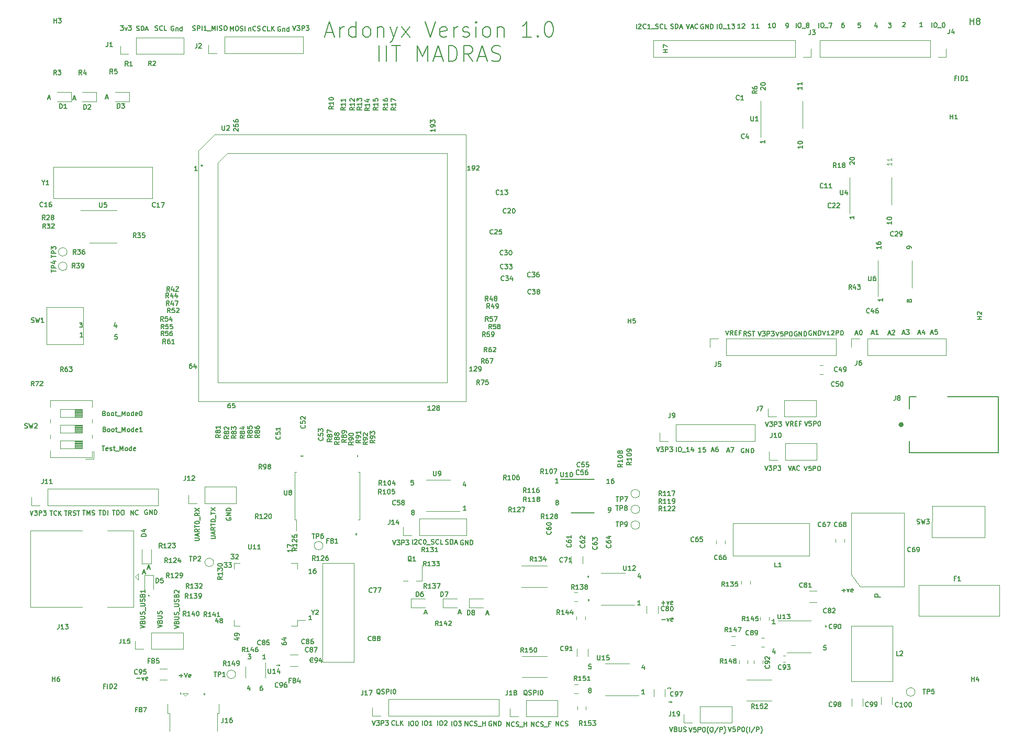
<source format=gbr>
G04 #@! TF.GenerationSoftware,KiCad,Pcbnew,5.1.6-c6e7f7d~86~ubuntu16.04.1*
G04 #@! TF.CreationDate,2020-08-03T14:49:15+05:30*
G04 #@! TF.ProjectId,Aardonyx,41617264-6f6e-4797-982e-6b696361645f,v1.0*
G04 #@! TF.SameCoordinates,Original*
G04 #@! TF.FileFunction,Legend,Top*
G04 #@! TF.FilePolarity,Positive*
%FSLAX46Y46*%
G04 Gerber Fmt 4.6, Leading zero omitted, Abs format (unit mm)*
G04 Created by KiCad (PCBNEW 5.1.6-c6e7f7d~86~ubuntu16.04.1) date 2020-08-03 14:49:15*
%MOMM*%
%LPD*%
G01*
G04 APERTURE LIST*
%ADD10C,0.150000*%
%ADD11C,0.040000*%
%ADD12C,0.110000*%
%ADD13C,0.120000*%
%ADD14C,0.100000*%
%ADD15C,0.127000*%
%ADD16C,0.400000*%
G04 APERTURE END LIST*
D10*
X180524057Y-155441314D02*
X180452628Y-155405600D01*
X180381200Y-155334171D01*
X180274057Y-155227028D01*
X180202628Y-155191314D01*
X180131200Y-155191314D01*
X180166914Y-155369885D02*
X180095485Y-155334171D01*
X180024057Y-155262742D01*
X179988342Y-155119885D01*
X179988342Y-154869885D01*
X180024057Y-154727028D01*
X180095485Y-154655600D01*
X180166914Y-154619885D01*
X180309771Y-154619885D01*
X180381200Y-154655600D01*
X180452628Y-154727028D01*
X180488342Y-154869885D01*
X180488342Y-155119885D01*
X180452628Y-155262742D01*
X180381200Y-155334171D01*
X180309771Y-155369885D01*
X180166914Y-155369885D01*
X180774057Y-155334171D02*
X180881200Y-155369885D01*
X181059771Y-155369885D01*
X181131200Y-155334171D01*
X181166914Y-155298457D01*
X181202628Y-155227028D01*
X181202628Y-155155600D01*
X181166914Y-155084171D01*
X181131200Y-155048457D01*
X181059771Y-155012742D01*
X180916914Y-154977028D01*
X180845485Y-154941314D01*
X180809771Y-154905600D01*
X180774057Y-154834171D01*
X180774057Y-154762742D01*
X180809771Y-154691314D01*
X180845485Y-154655600D01*
X180916914Y-154619885D01*
X181095485Y-154619885D01*
X181202628Y-154655600D01*
X181524057Y-155369885D02*
X181524057Y-154619885D01*
X181809771Y-154619885D01*
X181881200Y-154655600D01*
X181916914Y-154691314D01*
X181952628Y-154762742D01*
X181952628Y-154869885D01*
X181916914Y-154941314D01*
X181881200Y-154977028D01*
X181809771Y-155012742D01*
X181524057Y-155012742D01*
X182274057Y-155369885D02*
X182274057Y-154619885D01*
X182774057Y-154619885D02*
X182845485Y-154619885D01*
X182916914Y-154655600D01*
X182952628Y-154691314D01*
X182988342Y-154762742D01*
X183024057Y-154905600D01*
X183024057Y-155084171D01*
X182988342Y-155227028D01*
X182952628Y-155298457D01*
X182916914Y-155334171D01*
X182845485Y-155369885D01*
X182774057Y-155369885D01*
X182702628Y-155334171D01*
X182666914Y-155298457D01*
X182631200Y-155227028D01*
X182595485Y-155084171D01*
X182595485Y-154905600D01*
X182631200Y-154762742D01*
X182666914Y-154691314D01*
X182702628Y-154655600D01*
X182774057Y-154619885D01*
X204304057Y-155621314D02*
X204232628Y-155585600D01*
X204161200Y-155514171D01*
X204054057Y-155407028D01*
X203982628Y-155371314D01*
X203911200Y-155371314D01*
X203946914Y-155549885D02*
X203875485Y-155514171D01*
X203804057Y-155442742D01*
X203768342Y-155299885D01*
X203768342Y-155049885D01*
X203804057Y-154907028D01*
X203875485Y-154835600D01*
X203946914Y-154799885D01*
X204089771Y-154799885D01*
X204161200Y-154835600D01*
X204232628Y-154907028D01*
X204268342Y-155049885D01*
X204268342Y-155299885D01*
X204232628Y-155442742D01*
X204161200Y-155514171D01*
X204089771Y-155549885D01*
X203946914Y-155549885D01*
X204554057Y-155514171D02*
X204661200Y-155549885D01*
X204839771Y-155549885D01*
X204911200Y-155514171D01*
X204946914Y-155478457D01*
X204982628Y-155407028D01*
X204982628Y-155335600D01*
X204946914Y-155264171D01*
X204911200Y-155228457D01*
X204839771Y-155192742D01*
X204696914Y-155157028D01*
X204625485Y-155121314D01*
X204589771Y-155085600D01*
X204554057Y-155014171D01*
X204554057Y-154942742D01*
X204589771Y-154871314D01*
X204625485Y-154835600D01*
X204696914Y-154799885D01*
X204875485Y-154799885D01*
X204982628Y-154835600D01*
X205304057Y-155549885D02*
X205304057Y-154799885D01*
X205589771Y-154799885D01*
X205661200Y-154835600D01*
X205696914Y-154871314D01*
X205732628Y-154942742D01*
X205732628Y-155049885D01*
X205696914Y-155121314D01*
X205661200Y-155157028D01*
X205589771Y-155192742D01*
X205304057Y-155192742D01*
X206054057Y-155549885D02*
X206054057Y-154799885D01*
X206554057Y-154799885D02*
X206625485Y-154799885D01*
X206696914Y-154835600D01*
X206732628Y-154871314D01*
X206768342Y-154942742D01*
X206804057Y-155085600D01*
X206804057Y-155264171D01*
X206768342Y-155407028D01*
X206732628Y-155478457D01*
X206696914Y-155514171D01*
X206625485Y-155549885D01*
X206554057Y-155549885D01*
X206482628Y-155514171D01*
X206446914Y-155478457D01*
X206411200Y-155407028D01*
X206375485Y-155264171D01*
X206375485Y-155085600D01*
X206411200Y-154942742D01*
X206446914Y-154871314D01*
X206482628Y-154835600D01*
X206554057Y-154799885D01*
X236830485Y-160739885D02*
X237080485Y-161489885D01*
X237330485Y-160739885D01*
X237937628Y-160739885D02*
X237580485Y-160739885D01*
X237544771Y-161097028D01*
X237580485Y-161061314D01*
X237651914Y-161025600D01*
X237830485Y-161025600D01*
X237901914Y-161061314D01*
X237937628Y-161097028D01*
X237973342Y-161168457D01*
X237973342Y-161347028D01*
X237937628Y-161418457D01*
X237901914Y-161454171D01*
X237830485Y-161489885D01*
X237651914Y-161489885D01*
X237580485Y-161454171D01*
X237544771Y-161418457D01*
X238294771Y-161489885D02*
X238294771Y-160739885D01*
X238580485Y-160739885D01*
X238651914Y-160775600D01*
X238687628Y-160811314D01*
X238723342Y-160882742D01*
X238723342Y-160989885D01*
X238687628Y-161061314D01*
X238651914Y-161097028D01*
X238580485Y-161132742D01*
X238294771Y-161132742D01*
X239187628Y-160739885D02*
X239259057Y-160739885D01*
X239330485Y-160775600D01*
X239366200Y-160811314D01*
X239401914Y-160882742D01*
X239437628Y-161025600D01*
X239437628Y-161204171D01*
X239401914Y-161347028D01*
X239366200Y-161418457D01*
X239330485Y-161454171D01*
X239259057Y-161489885D01*
X239187628Y-161489885D01*
X239116200Y-161454171D01*
X239080485Y-161418457D01*
X239044771Y-161347028D01*
X239009057Y-161204171D01*
X239009057Y-161025600D01*
X239044771Y-160882742D01*
X239080485Y-160811314D01*
X239116200Y-160775600D01*
X239187628Y-160739885D01*
X239973342Y-161775600D02*
X239937628Y-161739885D01*
X239866200Y-161632742D01*
X239830485Y-161561314D01*
X239794771Y-161454171D01*
X239759057Y-161275600D01*
X239759057Y-161132742D01*
X239794771Y-160954171D01*
X239830485Y-160847028D01*
X239866200Y-160775600D01*
X239937628Y-160668457D01*
X239973342Y-160632742D01*
X240259057Y-161489885D02*
X240259057Y-160739885D01*
X241151914Y-160704171D02*
X240509057Y-161668457D01*
X241401914Y-161489885D02*
X241401914Y-160739885D01*
X241687628Y-160739885D01*
X241759057Y-160775600D01*
X241794771Y-160811314D01*
X241830485Y-160882742D01*
X241830485Y-160989885D01*
X241794771Y-161061314D01*
X241759057Y-161097028D01*
X241687628Y-161132742D01*
X241401914Y-161132742D01*
X242080485Y-161775600D02*
X242116200Y-161739885D01*
X242187628Y-161632742D01*
X242223342Y-161561314D01*
X242259057Y-161454171D01*
X242294771Y-161275600D01*
X242294771Y-161132742D01*
X242259057Y-160954171D01*
X242223342Y-160847028D01*
X242187628Y-160775600D01*
X242116200Y-160668457D01*
X242080485Y-160632742D01*
X230476200Y-160779885D02*
X230726200Y-161529885D01*
X230976200Y-160779885D01*
X231583342Y-160779885D02*
X231226200Y-160779885D01*
X231190485Y-161137028D01*
X231226200Y-161101314D01*
X231297628Y-161065600D01*
X231476200Y-161065600D01*
X231547628Y-161101314D01*
X231583342Y-161137028D01*
X231619057Y-161208457D01*
X231619057Y-161387028D01*
X231583342Y-161458457D01*
X231547628Y-161494171D01*
X231476200Y-161529885D01*
X231297628Y-161529885D01*
X231226200Y-161494171D01*
X231190485Y-161458457D01*
X231940485Y-161529885D02*
X231940485Y-160779885D01*
X232226200Y-160779885D01*
X232297628Y-160815600D01*
X232333342Y-160851314D01*
X232369057Y-160922742D01*
X232369057Y-161029885D01*
X232333342Y-161101314D01*
X232297628Y-161137028D01*
X232226200Y-161172742D01*
X231940485Y-161172742D01*
X232833342Y-160779885D02*
X232904771Y-160779885D01*
X232976200Y-160815600D01*
X233011914Y-160851314D01*
X233047628Y-160922742D01*
X233083342Y-161065600D01*
X233083342Y-161244171D01*
X233047628Y-161387028D01*
X233011914Y-161458457D01*
X232976200Y-161494171D01*
X232904771Y-161529885D01*
X232833342Y-161529885D01*
X232761914Y-161494171D01*
X232726200Y-161458457D01*
X232690485Y-161387028D01*
X232654771Y-161244171D01*
X232654771Y-161065600D01*
X232690485Y-160922742D01*
X232726200Y-160851314D01*
X232761914Y-160815600D01*
X232833342Y-160779885D01*
X233619057Y-161815600D02*
X233583342Y-161779885D01*
X233511914Y-161672742D01*
X233476200Y-161601314D01*
X233440485Y-161494171D01*
X233404771Y-161315600D01*
X233404771Y-161172742D01*
X233440485Y-160994171D01*
X233476200Y-160887028D01*
X233511914Y-160815600D01*
X233583342Y-160708457D01*
X233619057Y-160672742D01*
X234047628Y-160779885D02*
X234190485Y-160779885D01*
X234261914Y-160815600D01*
X234333342Y-160887028D01*
X234369057Y-161029885D01*
X234369057Y-161279885D01*
X234333342Y-161422742D01*
X234261914Y-161494171D01*
X234190485Y-161529885D01*
X234047628Y-161529885D01*
X233976200Y-161494171D01*
X233904771Y-161422742D01*
X233869057Y-161279885D01*
X233869057Y-161029885D01*
X233904771Y-160887028D01*
X233976200Y-160815600D01*
X234047628Y-160779885D01*
X235226200Y-160744171D02*
X234583342Y-161708457D01*
X235476200Y-161529885D02*
X235476200Y-160779885D01*
X235761914Y-160779885D01*
X235833342Y-160815600D01*
X235869057Y-160851314D01*
X235904771Y-160922742D01*
X235904771Y-161029885D01*
X235869057Y-161101314D01*
X235833342Y-161137028D01*
X235761914Y-161172742D01*
X235476200Y-161172742D01*
X236154771Y-161815600D02*
X236190485Y-161779885D01*
X236261914Y-161672742D01*
X236297628Y-161601314D01*
X236333342Y-161494171D01*
X236369057Y-161315600D01*
X236369057Y-161172742D01*
X236333342Y-160994171D01*
X236297628Y-160887028D01*
X236261914Y-160815600D01*
X236190485Y-160708457D01*
X236154771Y-160672742D01*
X227331200Y-160739885D02*
X227581200Y-161489885D01*
X227831200Y-160739885D01*
X228331200Y-161097028D02*
X228438342Y-161132742D01*
X228474057Y-161168457D01*
X228509771Y-161239885D01*
X228509771Y-161347028D01*
X228474057Y-161418457D01*
X228438342Y-161454171D01*
X228366914Y-161489885D01*
X228081200Y-161489885D01*
X228081200Y-160739885D01*
X228331200Y-160739885D01*
X228402628Y-160775600D01*
X228438342Y-160811314D01*
X228474057Y-160882742D01*
X228474057Y-160954171D01*
X228438342Y-161025600D01*
X228402628Y-161061314D01*
X228331200Y-161097028D01*
X228081200Y-161097028D01*
X228831200Y-160739885D02*
X228831200Y-161347028D01*
X228866914Y-161418457D01*
X228902628Y-161454171D01*
X228974057Y-161489885D01*
X229116914Y-161489885D01*
X229188342Y-161454171D01*
X229224057Y-161418457D01*
X229259771Y-161347028D01*
X229259771Y-160739885D01*
X229581200Y-161454171D02*
X229688342Y-161489885D01*
X229866914Y-161489885D01*
X229938342Y-161454171D01*
X229974057Y-161418457D01*
X230009771Y-161347028D01*
X230009771Y-161275600D01*
X229974057Y-161204171D01*
X229938342Y-161168457D01*
X229866914Y-161132742D01*
X229724057Y-161097028D01*
X229652628Y-161061314D01*
X229616914Y-161025600D01*
X229581200Y-160954171D01*
X229581200Y-160882742D01*
X229616914Y-160811314D01*
X229652628Y-160775600D01*
X229724057Y-160739885D01*
X229902628Y-160739885D01*
X230009771Y-160775600D01*
X208939771Y-160579885D02*
X208939771Y-159829885D01*
X209368342Y-160579885D01*
X209368342Y-159829885D01*
X210154057Y-160508457D02*
X210118342Y-160544171D01*
X210011200Y-160579885D01*
X209939771Y-160579885D01*
X209832628Y-160544171D01*
X209761200Y-160472742D01*
X209725485Y-160401314D01*
X209689771Y-160258457D01*
X209689771Y-160151314D01*
X209725485Y-160008457D01*
X209761200Y-159937028D01*
X209832628Y-159865600D01*
X209939771Y-159829885D01*
X210011200Y-159829885D01*
X210118342Y-159865600D01*
X210154057Y-159901314D01*
X210439771Y-160544171D02*
X210546914Y-160579885D01*
X210725485Y-160579885D01*
X210796914Y-160544171D01*
X210832628Y-160508457D01*
X210868342Y-160437028D01*
X210868342Y-160365600D01*
X210832628Y-160294171D01*
X210796914Y-160258457D01*
X210725485Y-160222742D01*
X210582628Y-160187028D01*
X210511200Y-160151314D01*
X210475485Y-160115600D01*
X210439771Y-160044171D01*
X210439771Y-159972742D01*
X210475485Y-159901314D01*
X210511200Y-159865600D01*
X210582628Y-159829885D01*
X210761200Y-159829885D01*
X210868342Y-159865600D01*
X204972628Y-160649885D02*
X204972628Y-159899885D01*
X205401200Y-160649885D01*
X205401200Y-159899885D01*
X206186914Y-160578457D02*
X206151200Y-160614171D01*
X206044057Y-160649885D01*
X205972628Y-160649885D01*
X205865485Y-160614171D01*
X205794057Y-160542742D01*
X205758342Y-160471314D01*
X205722628Y-160328457D01*
X205722628Y-160221314D01*
X205758342Y-160078457D01*
X205794057Y-160007028D01*
X205865485Y-159935600D01*
X205972628Y-159899885D01*
X206044057Y-159899885D01*
X206151200Y-159935600D01*
X206186914Y-159971314D01*
X206472628Y-160614171D02*
X206579771Y-160649885D01*
X206758342Y-160649885D01*
X206829771Y-160614171D01*
X206865485Y-160578457D01*
X206901200Y-160507028D01*
X206901200Y-160435600D01*
X206865485Y-160364171D01*
X206829771Y-160328457D01*
X206758342Y-160292742D01*
X206615485Y-160257028D01*
X206544057Y-160221314D01*
X206508342Y-160185600D01*
X206472628Y-160114171D01*
X206472628Y-160042742D01*
X206508342Y-159971314D01*
X206544057Y-159935600D01*
X206615485Y-159899885D01*
X206794057Y-159899885D01*
X206901200Y-159935600D01*
X207044057Y-160721314D02*
X207615485Y-160721314D01*
X208044057Y-160257028D02*
X207794057Y-160257028D01*
X207794057Y-160649885D02*
X207794057Y-159899885D01*
X208151200Y-159899885D01*
X200991200Y-160649885D02*
X200991200Y-159899885D01*
X201419771Y-160649885D01*
X201419771Y-159899885D01*
X202205485Y-160578457D02*
X202169771Y-160614171D01*
X202062628Y-160649885D01*
X201991200Y-160649885D01*
X201884057Y-160614171D01*
X201812628Y-160542742D01*
X201776914Y-160471314D01*
X201741200Y-160328457D01*
X201741200Y-160221314D01*
X201776914Y-160078457D01*
X201812628Y-160007028D01*
X201884057Y-159935600D01*
X201991200Y-159899885D01*
X202062628Y-159899885D01*
X202169771Y-159935600D01*
X202205485Y-159971314D01*
X202491200Y-160614171D02*
X202598342Y-160649885D01*
X202776914Y-160649885D01*
X202848342Y-160614171D01*
X202884057Y-160578457D01*
X202919771Y-160507028D01*
X202919771Y-160435600D01*
X202884057Y-160364171D01*
X202848342Y-160328457D01*
X202776914Y-160292742D01*
X202634057Y-160257028D01*
X202562628Y-160221314D01*
X202526914Y-160185600D01*
X202491200Y-160114171D01*
X202491200Y-160042742D01*
X202526914Y-159971314D01*
X202562628Y-159935600D01*
X202634057Y-159899885D01*
X202812628Y-159899885D01*
X202919771Y-159935600D01*
X203062628Y-160721314D02*
X203634057Y-160721314D01*
X203812628Y-160649885D02*
X203812628Y-159899885D01*
X203812628Y-160257028D02*
X204241200Y-160257028D01*
X204241200Y-160649885D02*
X204241200Y-159899885D01*
X198504771Y-159845600D02*
X198433342Y-159809885D01*
X198326200Y-159809885D01*
X198219057Y-159845600D01*
X198147628Y-159917028D01*
X198111914Y-159988457D01*
X198076200Y-160131314D01*
X198076200Y-160238457D01*
X198111914Y-160381314D01*
X198147628Y-160452742D01*
X198219057Y-160524171D01*
X198326200Y-160559885D01*
X198397628Y-160559885D01*
X198504771Y-160524171D01*
X198540485Y-160488457D01*
X198540485Y-160238457D01*
X198397628Y-160238457D01*
X198861914Y-160559885D02*
X198861914Y-159809885D01*
X199290485Y-160559885D01*
X199290485Y-159809885D01*
X199647628Y-160559885D02*
X199647628Y-159809885D01*
X199826200Y-159809885D01*
X199933342Y-159845600D01*
X200004771Y-159917028D01*
X200040485Y-159988457D01*
X200076200Y-160131314D01*
X200076200Y-160238457D01*
X200040485Y-160381314D01*
X200004771Y-160452742D01*
X199933342Y-160524171D01*
X199826200Y-160559885D01*
X199647628Y-160559885D01*
X194261200Y-160539885D02*
X194261200Y-159789885D01*
X194689771Y-160539885D01*
X194689771Y-159789885D01*
X195475485Y-160468457D02*
X195439771Y-160504171D01*
X195332628Y-160539885D01*
X195261200Y-160539885D01*
X195154057Y-160504171D01*
X195082628Y-160432742D01*
X195046914Y-160361314D01*
X195011200Y-160218457D01*
X195011200Y-160111314D01*
X195046914Y-159968457D01*
X195082628Y-159897028D01*
X195154057Y-159825600D01*
X195261200Y-159789885D01*
X195332628Y-159789885D01*
X195439771Y-159825600D01*
X195475485Y-159861314D01*
X195761200Y-160504171D02*
X195868342Y-160539885D01*
X196046914Y-160539885D01*
X196118342Y-160504171D01*
X196154057Y-160468457D01*
X196189771Y-160397028D01*
X196189771Y-160325600D01*
X196154057Y-160254171D01*
X196118342Y-160218457D01*
X196046914Y-160182742D01*
X195904057Y-160147028D01*
X195832628Y-160111314D01*
X195796914Y-160075600D01*
X195761200Y-160004171D01*
X195761200Y-159932742D01*
X195796914Y-159861314D01*
X195832628Y-159825600D01*
X195904057Y-159789885D01*
X196082628Y-159789885D01*
X196189771Y-159825600D01*
X196332628Y-160611314D02*
X196904057Y-160611314D01*
X197082628Y-160539885D02*
X197082628Y-159789885D01*
X197082628Y-160147028D02*
X197511200Y-160147028D01*
X197511200Y-160539885D02*
X197511200Y-159789885D01*
X192116200Y-160519885D02*
X192116200Y-159769885D01*
X192616200Y-159769885D02*
X192759057Y-159769885D01*
X192830485Y-159805600D01*
X192901914Y-159877028D01*
X192937628Y-160019885D01*
X192937628Y-160269885D01*
X192901914Y-160412742D01*
X192830485Y-160484171D01*
X192759057Y-160519885D01*
X192616200Y-160519885D01*
X192544771Y-160484171D01*
X192473342Y-160412742D01*
X192437628Y-160269885D01*
X192437628Y-160019885D01*
X192473342Y-159877028D01*
X192544771Y-159805600D01*
X192616200Y-159769885D01*
X193187628Y-159769885D02*
X193651914Y-159769885D01*
X193401914Y-160055600D01*
X193509057Y-160055600D01*
X193580485Y-160091314D01*
X193616200Y-160127028D01*
X193651914Y-160198457D01*
X193651914Y-160377028D01*
X193616200Y-160448457D01*
X193580485Y-160484171D01*
X193509057Y-160519885D01*
X193294771Y-160519885D01*
X193223342Y-160484171D01*
X193187628Y-160448457D01*
X189816200Y-160489885D02*
X189816200Y-159739885D01*
X190316200Y-159739885D02*
X190459057Y-159739885D01*
X190530485Y-159775600D01*
X190601914Y-159847028D01*
X190637628Y-159989885D01*
X190637628Y-160239885D01*
X190601914Y-160382742D01*
X190530485Y-160454171D01*
X190459057Y-160489885D01*
X190316200Y-160489885D01*
X190244771Y-160454171D01*
X190173342Y-160382742D01*
X190137628Y-160239885D01*
X190137628Y-159989885D01*
X190173342Y-159847028D01*
X190244771Y-159775600D01*
X190316200Y-159739885D01*
X190923342Y-159811314D02*
X190959057Y-159775600D01*
X191030485Y-159739885D01*
X191209057Y-159739885D01*
X191280485Y-159775600D01*
X191316200Y-159811314D01*
X191351914Y-159882742D01*
X191351914Y-159954171D01*
X191316200Y-160061314D01*
X190887628Y-160489885D01*
X191351914Y-160489885D01*
X187366200Y-160489885D02*
X187366200Y-159739885D01*
X187866200Y-159739885D02*
X188009057Y-159739885D01*
X188080485Y-159775600D01*
X188151914Y-159847028D01*
X188187628Y-159989885D01*
X188187628Y-160239885D01*
X188151914Y-160382742D01*
X188080485Y-160454171D01*
X188009057Y-160489885D01*
X187866200Y-160489885D01*
X187794771Y-160454171D01*
X187723342Y-160382742D01*
X187687628Y-160239885D01*
X187687628Y-159989885D01*
X187723342Y-159847028D01*
X187794771Y-159775600D01*
X187866200Y-159739885D01*
X188901914Y-160489885D02*
X188473342Y-160489885D01*
X188687628Y-160489885D02*
X188687628Y-159739885D01*
X188616200Y-159847028D01*
X188544771Y-159918457D01*
X188473342Y-159954171D01*
X185126200Y-160519885D02*
X185126200Y-159769885D01*
X185626200Y-159769885D02*
X185769057Y-159769885D01*
X185840485Y-159805600D01*
X185911914Y-159877028D01*
X185947628Y-160019885D01*
X185947628Y-160269885D01*
X185911914Y-160412742D01*
X185840485Y-160484171D01*
X185769057Y-160519885D01*
X185626200Y-160519885D01*
X185554771Y-160484171D01*
X185483342Y-160412742D01*
X185447628Y-160269885D01*
X185447628Y-160019885D01*
X185483342Y-159877028D01*
X185554771Y-159805600D01*
X185626200Y-159769885D01*
X186411914Y-159769885D02*
X186483342Y-159769885D01*
X186554771Y-159805600D01*
X186590485Y-159841314D01*
X186626200Y-159912742D01*
X186661914Y-160055600D01*
X186661914Y-160234171D01*
X186626200Y-160377028D01*
X186590485Y-160448457D01*
X186554771Y-160484171D01*
X186483342Y-160519885D01*
X186411914Y-160519885D01*
X186340485Y-160484171D01*
X186304771Y-160448457D01*
X186269057Y-160377028D01*
X186233342Y-160234171D01*
X186233342Y-160055600D01*
X186269057Y-159912742D01*
X186304771Y-159841314D01*
X186340485Y-159805600D01*
X186411914Y-159769885D01*
X182839771Y-160388457D02*
X182804057Y-160424171D01*
X182696914Y-160459885D01*
X182625485Y-160459885D01*
X182518342Y-160424171D01*
X182446914Y-160352742D01*
X182411200Y-160281314D01*
X182375485Y-160138457D01*
X182375485Y-160031314D01*
X182411200Y-159888457D01*
X182446914Y-159817028D01*
X182518342Y-159745600D01*
X182625485Y-159709885D01*
X182696914Y-159709885D01*
X182804057Y-159745600D01*
X182839771Y-159781314D01*
X183518342Y-160459885D02*
X183161200Y-160459885D01*
X183161200Y-159709885D01*
X183768342Y-160459885D02*
X183768342Y-159709885D01*
X184196914Y-160459885D02*
X183875485Y-160031314D01*
X184196914Y-159709885D02*
X183768342Y-160138457D01*
X179236914Y-159729885D02*
X179486914Y-160479885D01*
X179736914Y-159729885D01*
X179915485Y-159729885D02*
X180379771Y-159729885D01*
X180129771Y-160015600D01*
X180236914Y-160015600D01*
X180308342Y-160051314D01*
X180344057Y-160087028D01*
X180379771Y-160158457D01*
X180379771Y-160337028D01*
X180344057Y-160408457D01*
X180308342Y-160444171D01*
X180236914Y-160479885D01*
X180022628Y-160479885D01*
X179951200Y-160444171D01*
X179915485Y-160408457D01*
X180701200Y-160479885D02*
X180701200Y-159729885D01*
X180986914Y-159729885D01*
X181058342Y-159765600D01*
X181094057Y-159801314D01*
X181129771Y-159872742D01*
X181129771Y-159979885D01*
X181094057Y-160051314D01*
X181058342Y-160087028D01*
X180986914Y-160122742D01*
X180701200Y-160122742D01*
X181379771Y-159729885D02*
X181844057Y-159729885D01*
X181594057Y-160015600D01*
X181701200Y-160015600D01*
X181772628Y-160051314D01*
X181808342Y-160087028D01*
X181844057Y-160158457D01*
X181844057Y-160337028D01*
X181808342Y-160408457D01*
X181772628Y-160444171D01*
X181701200Y-160479885D01*
X181486914Y-160479885D01*
X181415485Y-160444171D01*
X181379771Y-160408457D01*
X182546914Y-130539885D02*
X182796914Y-131289885D01*
X183046914Y-130539885D01*
X183225485Y-130539885D02*
X183689771Y-130539885D01*
X183439771Y-130825600D01*
X183546914Y-130825600D01*
X183618342Y-130861314D01*
X183654057Y-130897028D01*
X183689771Y-130968457D01*
X183689771Y-131147028D01*
X183654057Y-131218457D01*
X183618342Y-131254171D01*
X183546914Y-131289885D01*
X183332628Y-131289885D01*
X183261200Y-131254171D01*
X183225485Y-131218457D01*
X184011200Y-131289885D02*
X184011200Y-130539885D01*
X184296914Y-130539885D01*
X184368342Y-130575600D01*
X184404057Y-130611314D01*
X184439771Y-130682742D01*
X184439771Y-130789885D01*
X184404057Y-130861314D01*
X184368342Y-130897028D01*
X184296914Y-130932742D01*
X184011200Y-130932742D01*
X184689771Y-130539885D02*
X185154057Y-130539885D01*
X184904057Y-130825600D01*
X185011200Y-130825600D01*
X185082628Y-130861314D01*
X185118342Y-130897028D01*
X185154057Y-130968457D01*
X185154057Y-131147028D01*
X185118342Y-131218457D01*
X185082628Y-131254171D01*
X185011200Y-131289885D01*
X184796914Y-131289885D01*
X184725485Y-131254171D01*
X184689771Y-131218457D01*
X185725485Y-131149885D02*
X185725485Y-130399885D01*
X186046914Y-130471314D02*
X186082628Y-130435600D01*
X186154057Y-130399885D01*
X186332628Y-130399885D01*
X186404057Y-130435600D01*
X186439771Y-130471314D01*
X186475485Y-130542742D01*
X186475485Y-130614171D01*
X186439771Y-130721314D01*
X186011200Y-131149885D01*
X186475485Y-131149885D01*
X187225485Y-131078457D02*
X187189771Y-131114171D01*
X187082628Y-131149885D01*
X187011200Y-131149885D01*
X186904057Y-131114171D01*
X186832628Y-131042742D01*
X186796914Y-130971314D01*
X186761200Y-130828457D01*
X186761200Y-130721314D01*
X186796914Y-130578457D01*
X186832628Y-130507028D01*
X186904057Y-130435600D01*
X187011200Y-130399885D01*
X187082628Y-130399885D01*
X187189771Y-130435600D01*
X187225485Y-130471314D01*
X187689771Y-130399885D02*
X187761200Y-130399885D01*
X187832628Y-130435600D01*
X187868342Y-130471314D01*
X187904057Y-130542742D01*
X187939771Y-130685600D01*
X187939771Y-130864171D01*
X187904057Y-131007028D01*
X187868342Y-131078457D01*
X187832628Y-131114171D01*
X187761200Y-131149885D01*
X187689771Y-131149885D01*
X187618342Y-131114171D01*
X187582628Y-131078457D01*
X187546914Y-131007028D01*
X187511200Y-130864171D01*
X187511200Y-130685600D01*
X187546914Y-130542742D01*
X187582628Y-130471314D01*
X187618342Y-130435600D01*
X187689771Y-130399885D01*
X188082628Y-131221314D02*
X188654057Y-131221314D01*
X188796914Y-131114171D02*
X188904057Y-131149885D01*
X189082628Y-131149885D01*
X189154057Y-131114171D01*
X189189771Y-131078457D01*
X189225485Y-131007028D01*
X189225485Y-130935600D01*
X189189771Y-130864171D01*
X189154057Y-130828457D01*
X189082628Y-130792742D01*
X188939771Y-130757028D01*
X188868342Y-130721314D01*
X188832628Y-130685600D01*
X188796914Y-130614171D01*
X188796914Y-130542742D01*
X188832628Y-130471314D01*
X188868342Y-130435600D01*
X188939771Y-130399885D01*
X189118342Y-130399885D01*
X189225485Y-130435600D01*
X189975485Y-131078457D02*
X189939771Y-131114171D01*
X189832628Y-131149885D01*
X189761200Y-131149885D01*
X189654057Y-131114171D01*
X189582628Y-131042742D01*
X189546914Y-130971314D01*
X189511200Y-130828457D01*
X189511200Y-130721314D01*
X189546914Y-130578457D01*
X189582628Y-130507028D01*
X189654057Y-130435600D01*
X189761200Y-130399885D01*
X189832628Y-130399885D01*
X189939771Y-130435600D01*
X189975485Y-130471314D01*
X190654057Y-131149885D02*
X190296914Y-131149885D01*
X190296914Y-130399885D01*
X191125485Y-131134171D02*
X191232628Y-131169885D01*
X191411200Y-131169885D01*
X191482628Y-131134171D01*
X191518342Y-131098457D01*
X191554057Y-131027028D01*
X191554057Y-130955600D01*
X191518342Y-130884171D01*
X191482628Y-130848457D01*
X191411200Y-130812742D01*
X191268342Y-130777028D01*
X191196914Y-130741314D01*
X191161200Y-130705600D01*
X191125485Y-130634171D01*
X191125485Y-130562742D01*
X191161200Y-130491314D01*
X191196914Y-130455600D01*
X191268342Y-130419885D01*
X191446914Y-130419885D01*
X191554057Y-130455600D01*
X191875485Y-131169885D02*
X191875485Y-130419885D01*
X192054057Y-130419885D01*
X192161200Y-130455600D01*
X192232628Y-130527028D01*
X192268342Y-130598457D01*
X192304057Y-130741314D01*
X192304057Y-130848457D01*
X192268342Y-130991314D01*
X192232628Y-131062742D01*
X192161200Y-131134171D01*
X192054057Y-131169885D01*
X191875485Y-131169885D01*
X192589771Y-130955600D02*
X192946914Y-130955600D01*
X192518342Y-131169885D02*
X192768342Y-130419885D01*
X193018342Y-131169885D01*
X193934771Y-130545600D02*
X193863342Y-130509885D01*
X193756200Y-130509885D01*
X193649057Y-130545600D01*
X193577628Y-130617028D01*
X193541914Y-130688457D01*
X193506200Y-130831314D01*
X193506200Y-130938457D01*
X193541914Y-131081314D01*
X193577628Y-131152742D01*
X193649057Y-131224171D01*
X193756200Y-131259885D01*
X193827628Y-131259885D01*
X193934771Y-131224171D01*
X193970485Y-131188457D01*
X193970485Y-130938457D01*
X193827628Y-130938457D01*
X194291914Y-131259885D02*
X194291914Y-130509885D01*
X194720485Y-131259885D01*
X194720485Y-130509885D01*
X195077628Y-131259885D02*
X195077628Y-130509885D01*
X195256200Y-130509885D01*
X195363342Y-130545600D01*
X195434771Y-130617028D01*
X195470485Y-130688457D01*
X195506200Y-130831314D01*
X195506200Y-130938457D01*
X195470485Y-131081314D01*
X195434771Y-131152742D01*
X195363342Y-131224171D01*
X195256200Y-131259885D01*
X195077628Y-131259885D01*
X153125485Y-130282742D02*
X153732628Y-130282742D01*
X153804057Y-130247028D01*
X153839771Y-130211314D01*
X153875485Y-130139885D01*
X153875485Y-129997028D01*
X153839771Y-129925600D01*
X153804057Y-129889885D01*
X153732628Y-129854171D01*
X153125485Y-129854171D01*
X153661200Y-129532742D02*
X153661200Y-129175600D01*
X153875485Y-129604171D02*
X153125485Y-129354171D01*
X153875485Y-129104171D01*
X153875485Y-128425600D02*
X153518342Y-128675600D01*
X153875485Y-128854171D02*
X153125485Y-128854171D01*
X153125485Y-128568457D01*
X153161200Y-128497028D01*
X153196914Y-128461314D01*
X153268342Y-128425600D01*
X153375485Y-128425600D01*
X153446914Y-128461314D01*
X153482628Y-128497028D01*
X153518342Y-128568457D01*
X153518342Y-128854171D01*
X153125485Y-128211314D02*
X153125485Y-127782742D01*
X153875485Y-127997028D02*
X153125485Y-127997028D01*
X153125485Y-127389885D02*
X153125485Y-127318457D01*
X153161200Y-127247028D01*
X153196914Y-127211314D01*
X153268342Y-127175600D01*
X153411200Y-127139885D01*
X153589771Y-127139885D01*
X153732628Y-127175600D01*
X153804057Y-127211314D01*
X153839771Y-127247028D01*
X153875485Y-127318457D01*
X153875485Y-127389885D01*
X153839771Y-127461314D01*
X153804057Y-127497028D01*
X153732628Y-127532742D01*
X153589771Y-127568457D01*
X153411200Y-127568457D01*
X153268342Y-127532742D01*
X153196914Y-127497028D01*
X153161200Y-127461314D01*
X153125485Y-127389885D01*
X153946914Y-126997028D02*
X153946914Y-126425600D01*
X153125485Y-126354171D02*
X153125485Y-125925600D01*
X153875485Y-126139885D02*
X153125485Y-126139885D01*
X153125485Y-125747028D02*
X153875485Y-125247028D01*
X153125485Y-125247028D02*
X153875485Y-125747028D01*
X150525485Y-130572028D02*
X151132628Y-130572028D01*
X151204057Y-130536314D01*
X151239771Y-130500600D01*
X151275485Y-130429171D01*
X151275485Y-130286314D01*
X151239771Y-130214885D01*
X151204057Y-130179171D01*
X151132628Y-130143457D01*
X150525485Y-130143457D01*
X151061200Y-129822028D02*
X151061200Y-129464885D01*
X151275485Y-129893457D02*
X150525485Y-129643457D01*
X151275485Y-129393457D01*
X151275485Y-128714885D02*
X150918342Y-128964885D01*
X151275485Y-129143457D02*
X150525485Y-129143457D01*
X150525485Y-128857742D01*
X150561200Y-128786314D01*
X150596914Y-128750600D01*
X150668342Y-128714885D01*
X150775485Y-128714885D01*
X150846914Y-128750600D01*
X150882628Y-128786314D01*
X150918342Y-128857742D01*
X150918342Y-129143457D01*
X150525485Y-128500600D02*
X150525485Y-128072028D01*
X151275485Y-128286314D02*
X150525485Y-128286314D01*
X150525485Y-127679171D02*
X150525485Y-127607742D01*
X150561200Y-127536314D01*
X150596914Y-127500600D01*
X150668342Y-127464885D01*
X150811200Y-127429171D01*
X150989771Y-127429171D01*
X151132628Y-127464885D01*
X151204057Y-127500600D01*
X151239771Y-127536314D01*
X151275485Y-127607742D01*
X151275485Y-127679171D01*
X151239771Y-127750600D01*
X151204057Y-127786314D01*
X151132628Y-127822028D01*
X150989771Y-127857742D01*
X150811200Y-127857742D01*
X150668342Y-127822028D01*
X150596914Y-127786314D01*
X150561200Y-127750600D01*
X150525485Y-127679171D01*
X151346914Y-127286314D02*
X151346914Y-126714885D01*
X151275485Y-126107742D02*
X150918342Y-126357742D01*
X151275485Y-126536314D02*
X150525485Y-126536314D01*
X150525485Y-126250600D01*
X150561200Y-126179171D01*
X150596914Y-126143457D01*
X150668342Y-126107742D01*
X150775485Y-126107742D01*
X150846914Y-126143457D01*
X150882628Y-126179171D01*
X150918342Y-126250600D01*
X150918342Y-126536314D01*
X150525485Y-125857742D02*
X151275485Y-125357742D01*
X150525485Y-125357742D02*
X151275485Y-125857742D01*
X155691200Y-126892028D02*
X155655485Y-126963457D01*
X155655485Y-127070600D01*
X155691200Y-127177742D01*
X155762628Y-127249171D01*
X155834057Y-127284885D01*
X155976914Y-127320600D01*
X156084057Y-127320600D01*
X156226914Y-127284885D01*
X156298342Y-127249171D01*
X156369771Y-127177742D01*
X156405485Y-127070600D01*
X156405485Y-126999171D01*
X156369771Y-126892028D01*
X156334057Y-126856314D01*
X156084057Y-126856314D01*
X156084057Y-126999171D01*
X156405485Y-126534885D02*
X155655485Y-126534885D01*
X156405485Y-126106314D01*
X155655485Y-126106314D01*
X156405485Y-125749171D02*
X155655485Y-125749171D01*
X155655485Y-125570600D01*
X155691200Y-125463457D01*
X155762628Y-125392028D01*
X155834057Y-125356314D01*
X155976914Y-125320600D01*
X156084057Y-125320600D01*
X156226914Y-125356314D01*
X156298342Y-125392028D01*
X156369771Y-125463457D01*
X156405485Y-125570600D01*
X156405485Y-125749171D01*
X142854771Y-125645600D02*
X142783342Y-125609885D01*
X142676200Y-125609885D01*
X142569057Y-125645600D01*
X142497628Y-125717028D01*
X142461914Y-125788457D01*
X142426200Y-125931314D01*
X142426200Y-126038457D01*
X142461914Y-126181314D01*
X142497628Y-126252742D01*
X142569057Y-126324171D01*
X142676200Y-126359885D01*
X142747628Y-126359885D01*
X142854771Y-126324171D01*
X142890485Y-126288457D01*
X142890485Y-126038457D01*
X142747628Y-126038457D01*
X143211914Y-126359885D02*
X143211914Y-125609885D01*
X143640485Y-126359885D01*
X143640485Y-125609885D01*
X143997628Y-126359885D02*
X143997628Y-125609885D01*
X144176200Y-125609885D01*
X144283342Y-125645600D01*
X144354771Y-125717028D01*
X144390485Y-125788457D01*
X144426200Y-125931314D01*
X144426200Y-126038457D01*
X144390485Y-126181314D01*
X144354771Y-126252742D01*
X144283342Y-126324171D01*
X144176200Y-126359885D01*
X143997628Y-126359885D01*
X140166914Y-126419885D02*
X140166914Y-125669885D01*
X140595485Y-126419885D01*
X140595485Y-125669885D01*
X141381200Y-126348457D02*
X141345485Y-126384171D01*
X141238342Y-126419885D01*
X141166914Y-126419885D01*
X141059771Y-126384171D01*
X140988342Y-126312742D01*
X140952628Y-126241314D01*
X140916914Y-126098457D01*
X140916914Y-125991314D01*
X140952628Y-125848457D01*
X140988342Y-125777028D01*
X141059771Y-125705600D01*
X141166914Y-125669885D01*
X141238342Y-125669885D01*
X141345485Y-125705600D01*
X141381200Y-125741314D01*
X137214057Y-125669885D02*
X137642628Y-125669885D01*
X137428342Y-126419885D02*
X137428342Y-125669885D01*
X137892628Y-126419885D02*
X137892628Y-125669885D01*
X138071200Y-125669885D01*
X138178342Y-125705600D01*
X138249771Y-125777028D01*
X138285485Y-125848457D01*
X138321200Y-125991314D01*
X138321200Y-126098457D01*
X138285485Y-126241314D01*
X138249771Y-126312742D01*
X138178342Y-126384171D01*
X138071200Y-126419885D01*
X137892628Y-126419885D01*
X138785485Y-125669885D02*
X138928342Y-125669885D01*
X138999771Y-125705600D01*
X139071200Y-125777028D01*
X139106914Y-125919885D01*
X139106914Y-126169885D01*
X139071200Y-126312742D01*
X138999771Y-126384171D01*
X138928342Y-126419885D01*
X138785485Y-126419885D01*
X138714057Y-126384171D01*
X138642628Y-126312742D01*
X138606914Y-126169885D01*
X138606914Y-125919885D01*
X138642628Y-125777028D01*
X138714057Y-125705600D01*
X138785485Y-125669885D01*
X135018342Y-125699885D02*
X135446914Y-125699885D01*
X135232628Y-126449885D02*
X135232628Y-125699885D01*
X135696914Y-126449885D02*
X135696914Y-125699885D01*
X135875485Y-125699885D01*
X135982628Y-125735600D01*
X136054057Y-125807028D01*
X136089771Y-125878457D01*
X136125485Y-126021314D01*
X136125485Y-126128457D01*
X136089771Y-126271314D01*
X136054057Y-126342742D01*
X135982628Y-126414171D01*
X135875485Y-126449885D01*
X135696914Y-126449885D01*
X136446914Y-126449885D02*
X136446914Y-125699885D01*
X132406200Y-125699885D02*
X132834771Y-125699885D01*
X132620485Y-126449885D02*
X132620485Y-125699885D01*
X133084771Y-126449885D02*
X133084771Y-125699885D01*
X133334771Y-126235600D01*
X133584771Y-125699885D01*
X133584771Y-126449885D01*
X133906200Y-126414171D02*
X134013342Y-126449885D01*
X134191914Y-126449885D01*
X134263342Y-126414171D01*
X134299057Y-126378457D01*
X134334771Y-126307028D01*
X134334771Y-126235600D01*
X134299057Y-126164171D01*
X134263342Y-126128457D01*
X134191914Y-126092742D01*
X134049057Y-126057028D01*
X133977628Y-126021314D01*
X133941914Y-125985600D01*
X133906200Y-125914171D01*
X133906200Y-125842742D01*
X133941914Y-125771314D01*
X133977628Y-125735600D01*
X134049057Y-125699885D01*
X134227628Y-125699885D01*
X134334771Y-125735600D01*
X129474057Y-125729885D02*
X129902628Y-125729885D01*
X129688342Y-126479885D02*
X129688342Y-125729885D01*
X130581200Y-126479885D02*
X130331200Y-126122742D01*
X130152628Y-126479885D02*
X130152628Y-125729885D01*
X130438342Y-125729885D01*
X130509771Y-125765600D01*
X130545485Y-125801314D01*
X130581200Y-125872742D01*
X130581200Y-125979885D01*
X130545485Y-126051314D01*
X130509771Y-126087028D01*
X130438342Y-126122742D01*
X130152628Y-126122742D01*
X130866914Y-126444171D02*
X130974057Y-126479885D01*
X131152628Y-126479885D01*
X131224057Y-126444171D01*
X131259771Y-126408457D01*
X131295485Y-126337028D01*
X131295485Y-126265600D01*
X131259771Y-126194171D01*
X131224057Y-126158457D01*
X131152628Y-126122742D01*
X131009771Y-126087028D01*
X130938342Y-126051314D01*
X130902628Y-126015600D01*
X130866914Y-125944171D01*
X130866914Y-125872742D01*
X130902628Y-125801314D01*
X130938342Y-125765600D01*
X131009771Y-125729885D01*
X131188342Y-125729885D01*
X131295485Y-125765600D01*
X131509771Y-125729885D02*
X131938342Y-125729885D01*
X131724057Y-126479885D02*
X131724057Y-125729885D01*
X127101914Y-125729885D02*
X127530485Y-125729885D01*
X127316200Y-126479885D02*
X127316200Y-125729885D01*
X128209057Y-126408457D02*
X128173342Y-126444171D01*
X128066200Y-126479885D01*
X127994771Y-126479885D01*
X127887628Y-126444171D01*
X127816200Y-126372742D01*
X127780485Y-126301314D01*
X127744771Y-126158457D01*
X127744771Y-126051314D01*
X127780485Y-125908457D01*
X127816200Y-125837028D01*
X127887628Y-125765600D01*
X127994771Y-125729885D01*
X128066200Y-125729885D01*
X128173342Y-125765600D01*
X128209057Y-125801314D01*
X128530485Y-126479885D02*
X128530485Y-125729885D01*
X128959057Y-126479885D02*
X128637628Y-126051314D01*
X128959057Y-125729885D02*
X128530485Y-126158457D01*
X123906914Y-125729885D02*
X124156914Y-126479885D01*
X124406914Y-125729885D01*
X124585485Y-125729885D02*
X125049771Y-125729885D01*
X124799771Y-126015600D01*
X124906914Y-126015600D01*
X124978342Y-126051314D01*
X125014057Y-126087028D01*
X125049771Y-126158457D01*
X125049771Y-126337028D01*
X125014057Y-126408457D01*
X124978342Y-126444171D01*
X124906914Y-126479885D01*
X124692628Y-126479885D01*
X124621200Y-126444171D01*
X124585485Y-126408457D01*
X125371200Y-126479885D02*
X125371200Y-125729885D01*
X125656914Y-125729885D01*
X125728342Y-125765600D01*
X125764057Y-125801314D01*
X125799771Y-125872742D01*
X125799771Y-125979885D01*
X125764057Y-126051314D01*
X125728342Y-126087028D01*
X125656914Y-126122742D01*
X125371200Y-126122742D01*
X126049771Y-125729885D02*
X126514057Y-125729885D01*
X126264057Y-126015600D01*
X126371200Y-126015600D01*
X126442628Y-126051314D01*
X126478342Y-126087028D01*
X126514057Y-126158457D01*
X126514057Y-126337028D01*
X126478342Y-126408457D01*
X126442628Y-126444171D01*
X126371200Y-126479885D01*
X126156914Y-126479885D01*
X126085485Y-126444171D01*
X126049771Y-126408457D01*
X249096914Y-118519885D02*
X249346914Y-119269885D01*
X249596914Y-118519885D01*
X250204057Y-118519885D02*
X249846914Y-118519885D01*
X249811200Y-118877028D01*
X249846914Y-118841314D01*
X249918342Y-118805600D01*
X250096914Y-118805600D01*
X250168342Y-118841314D01*
X250204057Y-118877028D01*
X250239771Y-118948457D01*
X250239771Y-119127028D01*
X250204057Y-119198457D01*
X250168342Y-119234171D01*
X250096914Y-119269885D01*
X249918342Y-119269885D01*
X249846914Y-119234171D01*
X249811200Y-119198457D01*
X250561200Y-119269885D02*
X250561200Y-118519885D01*
X250846914Y-118519885D01*
X250918342Y-118555600D01*
X250954057Y-118591314D01*
X250989771Y-118662742D01*
X250989771Y-118769885D01*
X250954057Y-118841314D01*
X250918342Y-118877028D01*
X250846914Y-118912742D01*
X250561200Y-118912742D01*
X251454057Y-118519885D02*
X251525485Y-118519885D01*
X251596914Y-118555600D01*
X251632628Y-118591314D01*
X251668342Y-118662742D01*
X251704057Y-118805600D01*
X251704057Y-118984171D01*
X251668342Y-119127028D01*
X251632628Y-119198457D01*
X251596914Y-119234171D01*
X251525485Y-119269885D01*
X251454057Y-119269885D01*
X251382628Y-119234171D01*
X251346914Y-119198457D01*
X251311200Y-119127028D01*
X251275485Y-118984171D01*
X251275485Y-118805600D01*
X251311200Y-118662742D01*
X251346914Y-118591314D01*
X251382628Y-118555600D01*
X251454057Y-118519885D01*
X246519771Y-118469885D02*
X246769771Y-119219885D01*
X247019771Y-118469885D01*
X247234057Y-119005600D02*
X247591200Y-119005600D01*
X247162628Y-119219885D02*
X247412628Y-118469885D01*
X247662628Y-119219885D01*
X248341200Y-119148457D02*
X248305485Y-119184171D01*
X248198342Y-119219885D01*
X248126914Y-119219885D01*
X248019771Y-119184171D01*
X247948342Y-119112742D01*
X247912628Y-119041314D01*
X247876914Y-118898457D01*
X247876914Y-118791314D01*
X247912628Y-118648457D01*
X247948342Y-118577028D01*
X248019771Y-118505600D01*
X248126914Y-118469885D01*
X248198342Y-118469885D01*
X248305485Y-118505600D01*
X248341200Y-118541314D01*
X242706914Y-118469885D02*
X242956914Y-119219885D01*
X243206914Y-118469885D01*
X243385485Y-118469885D02*
X243849771Y-118469885D01*
X243599771Y-118755600D01*
X243706914Y-118755600D01*
X243778342Y-118791314D01*
X243814057Y-118827028D01*
X243849771Y-118898457D01*
X243849771Y-119077028D01*
X243814057Y-119148457D01*
X243778342Y-119184171D01*
X243706914Y-119219885D01*
X243492628Y-119219885D01*
X243421200Y-119184171D01*
X243385485Y-119148457D01*
X244171200Y-119219885D02*
X244171200Y-118469885D01*
X244456914Y-118469885D01*
X244528342Y-118505600D01*
X244564057Y-118541314D01*
X244599771Y-118612742D01*
X244599771Y-118719885D01*
X244564057Y-118791314D01*
X244528342Y-118827028D01*
X244456914Y-118862742D01*
X244171200Y-118862742D01*
X244849771Y-118469885D02*
X245314057Y-118469885D01*
X245064057Y-118755600D01*
X245171200Y-118755600D01*
X245242628Y-118791314D01*
X245278342Y-118827028D01*
X245314057Y-118898457D01*
X245314057Y-119077028D01*
X245278342Y-119148457D01*
X245242628Y-119184171D01*
X245171200Y-119219885D01*
X244956914Y-119219885D01*
X244885485Y-119184171D01*
X244849771Y-119148457D01*
X239354771Y-115675600D02*
X239283342Y-115639885D01*
X239176200Y-115639885D01*
X239069057Y-115675600D01*
X238997628Y-115747028D01*
X238961914Y-115818457D01*
X238926200Y-115961314D01*
X238926200Y-116068457D01*
X238961914Y-116211314D01*
X238997628Y-116282742D01*
X239069057Y-116354171D01*
X239176200Y-116389885D01*
X239247628Y-116389885D01*
X239354771Y-116354171D01*
X239390485Y-116318457D01*
X239390485Y-116068457D01*
X239247628Y-116068457D01*
X239711914Y-116389885D02*
X239711914Y-115639885D01*
X240140485Y-116389885D01*
X240140485Y-115639885D01*
X240497628Y-116389885D02*
X240497628Y-115639885D01*
X240676200Y-115639885D01*
X240783342Y-115675600D01*
X240854771Y-115747028D01*
X240890485Y-115818457D01*
X240926200Y-115961314D01*
X240926200Y-116068457D01*
X240890485Y-116211314D01*
X240854771Y-116282742D01*
X240783342Y-116354171D01*
X240676200Y-116389885D01*
X240497628Y-116389885D01*
X236610485Y-116075600D02*
X236967628Y-116075600D01*
X236539057Y-116289885D02*
X236789057Y-115539885D01*
X237039057Y-116289885D01*
X237217628Y-115539885D02*
X237717628Y-115539885D01*
X237396200Y-116289885D01*
X234130485Y-115975600D02*
X234487628Y-115975600D01*
X234059057Y-116189885D02*
X234309057Y-115439885D01*
X234559057Y-116189885D01*
X235130485Y-115439885D02*
X234987628Y-115439885D01*
X234916200Y-115475600D01*
X234880485Y-115511314D01*
X234809057Y-115618457D01*
X234773342Y-115761314D01*
X234773342Y-116047028D01*
X234809057Y-116118457D01*
X234844771Y-116154171D01*
X234916200Y-116189885D01*
X235059057Y-116189885D01*
X235130485Y-116154171D01*
X235166200Y-116118457D01*
X235201914Y-116047028D01*
X235201914Y-115868457D01*
X235166200Y-115797028D01*
X235130485Y-115761314D01*
X235059057Y-115725600D01*
X234916200Y-115725600D01*
X234844771Y-115761314D01*
X234809057Y-115797028D01*
X234773342Y-115868457D01*
X232443342Y-116239885D02*
X232014771Y-116239885D01*
X232229057Y-116239885D02*
X232229057Y-115489885D01*
X232157628Y-115597028D01*
X232086200Y-115668457D01*
X232014771Y-115704171D01*
X233121914Y-115489885D02*
X232764771Y-115489885D01*
X232729057Y-115847028D01*
X232764771Y-115811314D01*
X232836200Y-115775600D01*
X233014771Y-115775600D01*
X233086200Y-115811314D01*
X233121914Y-115847028D01*
X233157628Y-115918457D01*
X233157628Y-116097028D01*
X233121914Y-116168457D01*
X233086200Y-116204171D01*
X233014771Y-116239885D01*
X232836200Y-116239885D01*
X232764771Y-116204171D01*
X232729057Y-116168457D01*
X228413342Y-116189885D02*
X228413342Y-115439885D01*
X228913342Y-115439885D02*
X229056200Y-115439885D01*
X229127628Y-115475600D01*
X229199057Y-115547028D01*
X229234771Y-115689885D01*
X229234771Y-115939885D01*
X229199057Y-116082742D01*
X229127628Y-116154171D01*
X229056200Y-116189885D01*
X228913342Y-116189885D01*
X228841914Y-116154171D01*
X228770485Y-116082742D01*
X228734771Y-115939885D01*
X228734771Y-115689885D01*
X228770485Y-115547028D01*
X228841914Y-115475600D01*
X228913342Y-115439885D01*
X229377628Y-116261314D02*
X229949057Y-116261314D01*
X230520485Y-116189885D02*
X230091914Y-116189885D01*
X230306200Y-116189885D02*
X230306200Y-115439885D01*
X230234771Y-115547028D01*
X230163342Y-115618457D01*
X230091914Y-115654171D01*
X231163342Y-115689885D02*
X231163342Y-116189885D01*
X230984771Y-115404171D02*
X230806200Y-115939885D01*
X231270485Y-115939885D01*
X225196914Y-115439885D02*
X225446914Y-116189885D01*
X225696914Y-115439885D01*
X225875485Y-115439885D02*
X226339771Y-115439885D01*
X226089771Y-115725600D01*
X226196914Y-115725600D01*
X226268342Y-115761314D01*
X226304057Y-115797028D01*
X226339771Y-115868457D01*
X226339771Y-116047028D01*
X226304057Y-116118457D01*
X226268342Y-116154171D01*
X226196914Y-116189885D01*
X225982628Y-116189885D01*
X225911200Y-116154171D01*
X225875485Y-116118457D01*
X226661200Y-116189885D02*
X226661200Y-115439885D01*
X226946914Y-115439885D01*
X227018342Y-115475600D01*
X227054057Y-115511314D01*
X227089771Y-115582742D01*
X227089771Y-115689885D01*
X227054057Y-115761314D01*
X227018342Y-115797028D01*
X226946914Y-115832742D01*
X226661200Y-115832742D01*
X227339771Y-115439885D02*
X227804057Y-115439885D01*
X227554057Y-115725600D01*
X227661200Y-115725600D01*
X227732628Y-115761314D01*
X227768342Y-115797028D01*
X227804057Y-115868457D01*
X227804057Y-116047028D01*
X227768342Y-116118457D01*
X227732628Y-116154171D01*
X227661200Y-116189885D01*
X227446914Y-116189885D01*
X227375485Y-116154171D01*
X227339771Y-116118457D01*
X249136914Y-111279885D02*
X249386914Y-112029885D01*
X249636914Y-111279885D01*
X250244057Y-111279885D02*
X249886914Y-111279885D01*
X249851200Y-111637028D01*
X249886914Y-111601314D01*
X249958342Y-111565600D01*
X250136914Y-111565600D01*
X250208342Y-111601314D01*
X250244057Y-111637028D01*
X250279771Y-111708457D01*
X250279771Y-111887028D01*
X250244057Y-111958457D01*
X250208342Y-111994171D01*
X250136914Y-112029885D01*
X249958342Y-112029885D01*
X249886914Y-111994171D01*
X249851200Y-111958457D01*
X250601200Y-112029885D02*
X250601200Y-111279885D01*
X250886914Y-111279885D01*
X250958342Y-111315600D01*
X250994057Y-111351314D01*
X251029771Y-111422742D01*
X251029771Y-111529885D01*
X250994057Y-111601314D01*
X250958342Y-111637028D01*
X250886914Y-111672742D01*
X250601200Y-111672742D01*
X251494057Y-111279885D02*
X251565485Y-111279885D01*
X251636914Y-111315600D01*
X251672628Y-111351314D01*
X251708342Y-111422742D01*
X251744057Y-111565600D01*
X251744057Y-111744171D01*
X251708342Y-111887028D01*
X251672628Y-111958457D01*
X251636914Y-111994171D01*
X251565485Y-112029885D01*
X251494057Y-112029885D01*
X251422628Y-111994171D01*
X251386914Y-111958457D01*
X251351200Y-111887028D01*
X251315485Y-111744171D01*
X251315485Y-111565600D01*
X251351200Y-111422742D01*
X251386914Y-111351314D01*
X251422628Y-111315600D01*
X251494057Y-111279885D01*
X246110485Y-111319885D02*
X246360485Y-112069885D01*
X246610485Y-111319885D01*
X247289057Y-112069885D02*
X247039057Y-111712742D01*
X246860485Y-112069885D02*
X246860485Y-111319885D01*
X247146200Y-111319885D01*
X247217628Y-111355600D01*
X247253342Y-111391314D01*
X247289057Y-111462742D01*
X247289057Y-111569885D01*
X247253342Y-111641314D01*
X247217628Y-111677028D01*
X247146200Y-111712742D01*
X246860485Y-111712742D01*
X247610485Y-111677028D02*
X247860485Y-111677028D01*
X247967628Y-112069885D02*
X247610485Y-112069885D01*
X247610485Y-111319885D01*
X247967628Y-111319885D01*
X248539057Y-111677028D02*
X248289057Y-111677028D01*
X248289057Y-112069885D02*
X248289057Y-111319885D01*
X248646200Y-111319885D01*
X242826914Y-111359885D02*
X243076914Y-112109885D01*
X243326914Y-111359885D01*
X243505485Y-111359885D02*
X243969771Y-111359885D01*
X243719771Y-111645600D01*
X243826914Y-111645600D01*
X243898342Y-111681314D01*
X243934057Y-111717028D01*
X243969771Y-111788457D01*
X243969771Y-111967028D01*
X243934057Y-112038457D01*
X243898342Y-112074171D01*
X243826914Y-112109885D01*
X243612628Y-112109885D01*
X243541200Y-112074171D01*
X243505485Y-112038457D01*
X244291200Y-112109885D02*
X244291200Y-111359885D01*
X244576914Y-111359885D01*
X244648342Y-111395600D01*
X244684057Y-111431314D01*
X244719771Y-111502742D01*
X244719771Y-111609885D01*
X244684057Y-111681314D01*
X244648342Y-111717028D01*
X244576914Y-111752742D01*
X244291200Y-111752742D01*
X244969771Y-111359885D02*
X245434057Y-111359885D01*
X245184057Y-111645600D01*
X245291200Y-111645600D01*
X245362628Y-111681314D01*
X245398342Y-111717028D01*
X245434057Y-111788457D01*
X245434057Y-111967028D01*
X245398342Y-112038457D01*
X245362628Y-112074171D01*
X245291200Y-112109885D01*
X245076914Y-112109885D01*
X245005485Y-112074171D01*
X244969771Y-112038457D01*
X269570485Y-96975600D02*
X269927628Y-96975600D01*
X269499057Y-97189885D02*
X269749057Y-96439885D01*
X269999057Y-97189885D01*
X270606200Y-96439885D02*
X270249057Y-96439885D01*
X270213342Y-96797028D01*
X270249057Y-96761314D01*
X270320485Y-96725600D01*
X270499057Y-96725600D01*
X270570485Y-96761314D01*
X270606200Y-96797028D01*
X270641914Y-96868457D01*
X270641914Y-97047028D01*
X270606200Y-97118457D01*
X270570485Y-97154171D01*
X270499057Y-97189885D01*
X270320485Y-97189885D01*
X270249057Y-97154171D01*
X270213342Y-97118457D01*
X267560485Y-97005600D02*
X267917628Y-97005600D01*
X267489057Y-97219885D02*
X267739057Y-96469885D01*
X267989057Y-97219885D01*
X268560485Y-96719885D02*
X268560485Y-97219885D01*
X268381914Y-96434171D02*
X268203342Y-96969885D01*
X268667628Y-96969885D01*
X265020485Y-97025600D02*
X265377628Y-97025600D01*
X264949057Y-97239885D02*
X265199057Y-96489885D01*
X265449057Y-97239885D01*
X265627628Y-96489885D02*
X266091914Y-96489885D01*
X265841914Y-96775600D01*
X265949057Y-96775600D01*
X266020485Y-96811314D01*
X266056200Y-96847028D01*
X266091914Y-96918457D01*
X266091914Y-97097028D01*
X266056200Y-97168457D01*
X266020485Y-97204171D01*
X265949057Y-97239885D01*
X265734771Y-97239885D01*
X265663342Y-97204171D01*
X265627628Y-97168457D01*
X262680485Y-97055600D02*
X263037628Y-97055600D01*
X262609057Y-97269885D02*
X262859057Y-96519885D01*
X263109057Y-97269885D01*
X263323342Y-96591314D02*
X263359057Y-96555600D01*
X263430485Y-96519885D01*
X263609057Y-96519885D01*
X263680485Y-96555600D01*
X263716200Y-96591314D01*
X263751914Y-96662742D01*
X263751914Y-96734171D01*
X263716200Y-96841314D01*
X263287628Y-97269885D01*
X263751914Y-97269885D01*
X260020485Y-97025600D02*
X260377628Y-97025600D01*
X259949057Y-97239885D02*
X260199057Y-96489885D01*
X260449057Y-97239885D01*
X261091914Y-97239885D02*
X260663342Y-97239885D01*
X260877628Y-97239885D02*
X260877628Y-96489885D01*
X260806200Y-96597028D01*
X260734771Y-96668457D01*
X260663342Y-96704171D01*
X257400485Y-97055600D02*
X257757628Y-97055600D01*
X257329057Y-97269885D02*
X257579057Y-96519885D01*
X257829057Y-97269885D01*
X258221914Y-96519885D02*
X258293342Y-96519885D01*
X258364771Y-96555600D01*
X258400485Y-96591314D01*
X258436200Y-96662742D01*
X258471914Y-96805600D01*
X258471914Y-96984171D01*
X258436200Y-97127028D01*
X258400485Y-97198457D01*
X258364771Y-97234171D01*
X258293342Y-97269885D01*
X258221914Y-97269885D01*
X258150485Y-97234171D01*
X258114771Y-97198457D01*
X258079057Y-97127028D01*
X258043342Y-96984171D01*
X258043342Y-96805600D01*
X258079057Y-96662742D01*
X258114771Y-96591314D01*
X258150485Y-96555600D01*
X258221914Y-96519885D01*
X252089771Y-96589885D02*
X252339771Y-97339885D01*
X252589771Y-96589885D01*
X253232628Y-97339885D02*
X252804057Y-97339885D01*
X253018342Y-97339885D02*
X253018342Y-96589885D01*
X252946914Y-96697028D01*
X252875485Y-96768457D01*
X252804057Y-96804171D01*
X253518342Y-96661314D02*
X253554057Y-96625600D01*
X253625485Y-96589885D01*
X253804057Y-96589885D01*
X253875485Y-96625600D01*
X253911200Y-96661314D01*
X253946914Y-96732742D01*
X253946914Y-96804171D01*
X253911200Y-96911314D01*
X253482628Y-97339885D01*
X253946914Y-97339885D01*
X254268342Y-97339885D02*
X254268342Y-96589885D01*
X254554057Y-96589885D01*
X254625485Y-96625600D01*
X254661200Y-96661314D01*
X254696914Y-96732742D01*
X254696914Y-96839885D01*
X254661200Y-96911314D01*
X254625485Y-96947028D01*
X254554057Y-96982742D01*
X254268342Y-96982742D01*
X255161200Y-96589885D02*
X255232628Y-96589885D01*
X255304057Y-96625600D01*
X255339771Y-96661314D01*
X255375485Y-96732742D01*
X255411200Y-96875600D01*
X255411200Y-97054171D01*
X255375485Y-97197028D01*
X255339771Y-97268457D01*
X255304057Y-97304171D01*
X255232628Y-97339885D01*
X255161200Y-97339885D01*
X255089771Y-97304171D01*
X255054057Y-97268457D01*
X255018342Y-97197028D01*
X254982628Y-97054171D01*
X254982628Y-96875600D01*
X255018342Y-96732742D01*
X255054057Y-96661314D01*
X255089771Y-96625600D01*
X255161200Y-96589885D01*
X250254771Y-96655600D02*
X250183342Y-96619885D01*
X250076200Y-96619885D01*
X249969057Y-96655600D01*
X249897628Y-96727028D01*
X249861914Y-96798457D01*
X249826200Y-96941314D01*
X249826200Y-97048457D01*
X249861914Y-97191314D01*
X249897628Y-97262742D01*
X249969057Y-97334171D01*
X250076200Y-97369885D01*
X250147628Y-97369885D01*
X250254771Y-97334171D01*
X250290485Y-97298457D01*
X250290485Y-97048457D01*
X250147628Y-97048457D01*
X250611914Y-97369885D02*
X250611914Y-96619885D01*
X251040485Y-97369885D01*
X251040485Y-96619885D01*
X251397628Y-97369885D02*
X251397628Y-96619885D01*
X251576200Y-96619885D01*
X251683342Y-96655600D01*
X251754771Y-96727028D01*
X251790485Y-96798457D01*
X251826200Y-96941314D01*
X251826200Y-97048457D01*
X251790485Y-97191314D01*
X251754771Y-97262742D01*
X251683342Y-97334171D01*
X251576200Y-97369885D01*
X251397628Y-97369885D01*
X247914771Y-96765600D02*
X247843342Y-96729885D01*
X247736200Y-96729885D01*
X247629057Y-96765600D01*
X247557628Y-96837028D01*
X247521914Y-96908457D01*
X247486200Y-97051314D01*
X247486200Y-97158457D01*
X247521914Y-97301314D01*
X247557628Y-97372742D01*
X247629057Y-97444171D01*
X247736200Y-97479885D01*
X247807628Y-97479885D01*
X247914771Y-97444171D01*
X247950485Y-97408457D01*
X247950485Y-97158457D01*
X247807628Y-97158457D01*
X248271914Y-97479885D02*
X248271914Y-96729885D01*
X248700485Y-97479885D01*
X248700485Y-96729885D01*
X249057628Y-97479885D02*
X249057628Y-96729885D01*
X249236200Y-96729885D01*
X249343342Y-96765600D01*
X249414771Y-96837028D01*
X249450485Y-96908457D01*
X249486200Y-97051314D01*
X249486200Y-97158457D01*
X249450485Y-97301314D01*
X249414771Y-97372742D01*
X249343342Y-97444171D01*
X249236200Y-97479885D01*
X249057628Y-97479885D01*
X244526914Y-96759885D02*
X244776914Y-97509885D01*
X245026914Y-96759885D01*
X245634057Y-96759885D02*
X245276914Y-96759885D01*
X245241200Y-97117028D01*
X245276914Y-97081314D01*
X245348342Y-97045600D01*
X245526914Y-97045600D01*
X245598342Y-97081314D01*
X245634057Y-97117028D01*
X245669771Y-97188457D01*
X245669771Y-97367028D01*
X245634057Y-97438457D01*
X245598342Y-97474171D01*
X245526914Y-97509885D01*
X245348342Y-97509885D01*
X245276914Y-97474171D01*
X245241200Y-97438457D01*
X245991200Y-97509885D02*
X245991200Y-96759885D01*
X246276914Y-96759885D01*
X246348342Y-96795600D01*
X246384057Y-96831314D01*
X246419771Y-96902742D01*
X246419771Y-97009885D01*
X246384057Y-97081314D01*
X246348342Y-97117028D01*
X246276914Y-97152742D01*
X245991200Y-97152742D01*
X246884057Y-96759885D02*
X246955485Y-96759885D01*
X247026914Y-96795600D01*
X247062628Y-96831314D01*
X247098342Y-96902742D01*
X247134057Y-97045600D01*
X247134057Y-97224171D01*
X247098342Y-97367028D01*
X247062628Y-97438457D01*
X247026914Y-97474171D01*
X246955485Y-97509885D01*
X246884057Y-97509885D01*
X246812628Y-97474171D01*
X246776914Y-97438457D01*
X246741200Y-97367028D01*
X246705485Y-97224171D01*
X246705485Y-97045600D01*
X246741200Y-96902742D01*
X246776914Y-96831314D01*
X246812628Y-96795600D01*
X246884057Y-96759885D01*
X241636914Y-96729885D02*
X241886914Y-97479885D01*
X242136914Y-96729885D01*
X242315485Y-96729885D02*
X242779771Y-96729885D01*
X242529771Y-97015600D01*
X242636914Y-97015600D01*
X242708342Y-97051314D01*
X242744057Y-97087028D01*
X242779771Y-97158457D01*
X242779771Y-97337028D01*
X242744057Y-97408457D01*
X242708342Y-97444171D01*
X242636914Y-97479885D01*
X242422628Y-97479885D01*
X242351200Y-97444171D01*
X242315485Y-97408457D01*
X243101200Y-97479885D02*
X243101200Y-96729885D01*
X243386914Y-96729885D01*
X243458342Y-96765600D01*
X243494057Y-96801314D01*
X243529771Y-96872742D01*
X243529771Y-96979885D01*
X243494057Y-97051314D01*
X243458342Y-97087028D01*
X243386914Y-97122742D01*
X243101200Y-97122742D01*
X243779771Y-96729885D02*
X244244057Y-96729885D01*
X243994057Y-97015600D01*
X244101200Y-97015600D01*
X244172628Y-97051314D01*
X244208342Y-97087028D01*
X244244057Y-97158457D01*
X244244057Y-97337028D01*
X244208342Y-97408457D01*
X244172628Y-97444171D01*
X244101200Y-97479885D01*
X243886914Y-97479885D01*
X243815485Y-97444171D01*
X243779771Y-97408457D01*
X239735485Y-97439885D02*
X239485485Y-97082742D01*
X239306914Y-97439885D02*
X239306914Y-96689885D01*
X239592628Y-96689885D01*
X239664057Y-96725600D01*
X239699771Y-96761314D01*
X239735485Y-96832742D01*
X239735485Y-96939885D01*
X239699771Y-97011314D01*
X239664057Y-97047028D01*
X239592628Y-97082742D01*
X239306914Y-97082742D01*
X240021200Y-97404171D02*
X240128342Y-97439885D01*
X240306914Y-97439885D01*
X240378342Y-97404171D01*
X240414057Y-97368457D01*
X240449771Y-97297028D01*
X240449771Y-97225600D01*
X240414057Y-97154171D01*
X240378342Y-97118457D01*
X240306914Y-97082742D01*
X240164057Y-97047028D01*
X240092628Y-97011314D01*
X240056914Y-96975600D01*
X240021200Y-96904171D01*
X240021200Y-96832742D01*
X240056914Y-96761314D01*
X240092628Y-96725600D01*
X240164057Y-96689885D01*
X240342628Y-96689885D01*
X240449771Y-96725600D01*
X240664057Y-96689885D02*
X241092628Y-96689885D01*
X240878342Y-97439885D02*
X240878342Y-96689885D01*
X236420485Y-96589885D02*
X236670485Y-97339885D01*
X236920485Y-96589885D01*
X237599057Y-97339885D02*
X237349057Y-96982742D01*
X237170485Y-97339885D02*
X237170485Y-96589885D01*
X237456200Y-96589885D01*
X237527628Y-96625600D01*
X237563342Y-96661314D01*
X237599057Y-96732742D01*
X237599057Y-96839885D01*
X237563342Y-96911314D01*
X237527628Y-96947028D01*
X237456200Y-96982742D01*
X237170485Y-96982742D01*
X237920485Y-96947028D02*
X238170485Y-96947028D01*
X238277628Y-97339885D02*
X237920485Y-97339885D01*
X237920485Y-96589885D01*
X238277628Y-96589885D01*
X238849057Y-96947028D02*
X238599057Y-96947028D01*
X238599057Y-97339885D02*
X238599057Y-96589885D01*
X238956200Y-96589885D01*
X222579057Y-136139885D02*
X222579057Y-136639885D01*
X222400485Y-135854171D02*
X222221914Y-136389885D01*
X222686200Y-136389885D01*
D11*
X214205723Y-136223695D02*
X214086676Y-136223695D01*
X214074771Y-136342742D01*
X214086676Y-136330838D01*
X214110485Y-136318933D01*
X214170009Y-136318933D01*
X214193819Y-136330838D01*
X214205723Y-136342742D01*
X214217628Y-136366552D01*
X214217628Y-136426076D01*
X214205723Y-136449885D01*
X214193819Y-136461790D01*
X214170009Y-136473695D01*
X214110485Y-136473695D01*
X214086676Y-136461790D01*
X214074771Y-136449885D01*
X214162390Y-140160838D02*
X214138580Y-140148933D01*
X214126676Y-140137028D01*
X214114771Y-140113219D01*
X214114771Y-140101314D01*
X214126676Y-140077504D01*
X214138580Y-140065600D01*
X214162390Y-140053695D01*
X214210009Y-140053695D01*
X214233819Y-140065600D01*
X214245723Y-140077504D01*
X214257628Y-140101314D01*
X214257628Y-140113219D01*
X214245723Y-140137028D01*
X214233819Y-140148933D01*
X214210009Y-140160838D01*
X214162390Y-140160838D01*
X214138580Y-140172742D01*
X214126676Y-140184647D01*
X214114771Y-140208457D01*
X214114771Y-140256076D01*
X214126676Y-140279885D01*
X214138580Y-140291790D01*
X214162390Y-140303695D01*
X214210009Y-140303695D01*
X214233819Y-140291790D01*
X214245723Y-140279885D01*
X214257628Y-140256076D01*
X214257628Y-140208457D01*
X214245723Y-140184647D01*
X214233819Y-140172742D01*
X214210009Y-140160838D01*
D10*
X222590485Y-141009885D02*
X222161914Y-141009885D01*
X222376200Y-141009885D02*
X222376200Y-140259885D01*
X222304771Y-140367028D01*
X222233342Y-140438457D01*
X222161914Y-140474171D01*
D11*
X252532390Y-144410838D02*
X252508580Y-144398933D01*
X252496676Y-144387028D01*
X252484771Y-144363219D01*
X252484771Y-144351314D01*
X252496676Y-144327504D01*
X252508580Y-144315600D01*
X252532390Y-144303695D01*
X252580009Y-144303695D01*
X252603819Y-144315600D01*
X252615723Y-144327504D01*
X252627628Y-144351314D01*
X252627628Y-144363219D01*
X252615723Y-144387028D01*
X252603819Y-144398933D01*
X252580009Y-144410838D01*
X252532390Y-144410838D01*
X252508580Y-144422742D01*
X252496676Y-144434647D01*
X252484771Y-144458457D01*
X252484771Y-144506076D01*
X252496676Y-144529885D01*
X252508580Y-144541790D01*
X252532390Y-144553695D01*
X252580009Y-144553695D01*
X252603819Y-144541790D01*
X252615723Y-144529885D01*
X252627628Y-144506076D01*
X252627628Y-144458457D01*
X252615723Y-144434647D01*
X252603819Y-144422742D01*
X252580009Y-144410838D01*
D10*
X252624771Y-147529885D02*
X252267628Y-147529885D01*
X252231914Y-147887028D01*
X252267628Y-147851314D01*
X252339057Y-147815600D01*
X252517628Y-147815600D01*
X252589057Y-147851314D01*
X252624771Y-147887028D01*
X252660485Y-147958457D01*
X252660485Y-148137028D01*
X252624771Y-148208457D01*
X252589057Y-148244171D01*
X252517628Y-148279885D01*
X252339057Y-148279885D01*
X252267628Y-148244171D01*
X252231914Y-148208457D01*
X244339057Y-148349885D02*
X244339057Y-148849885D01*
X244160485Y-148064171D02*
X243981914Y-148599885D01*
X244446200Y-148599885D01*
X244390485Y-144059885D02*
X243961914Y-144059885D01*
X244176200Y-144059885D02*
X244176200Y-143309885D01*
X244104771Y-143417028D01*
X244033342Y-143488457D01*
X243961914Y-143524171D01*
D11*
X227038580Y-156668457D02*
X227229057Y-156668457D01*
X227324295Y-156597028D02*
X227383819Y-156763695D01*
X227443342Y-156597028D01*
X227633819Y-156751790D02*
X227610009Y-156763695D01*
X227562390Y-156763695D01*
X227538580Y-156751790D01*
X227526676Y-156727980D01*
X227526676Y-156632742D01*
X227538580Y-156608933D01*
X227562390Y-156597028D01*
X227610009Y-156597028D01*
X227633819Y-156608933D01*
X227645723Y-156632742D01*
X227645723Y-156656552D01*
X227526676Y-156680361D01*
X226886676Y-154438457D02*
X227077152Y-154438457D01*
X226981914Y-154533695D02*
X226981914Y-154343219D01*
X227160485Y-154283695D02*
X227243819Y-154533695D01*
X227327152Y-154283695D01*
X227505723Y-154521790D02*
X227481914Y-154533695D01*
X227434295Y-154533695D01*
X227410485Y-154521790D01*
X227398580Y-154497980D01*
X227398580Y-154402742D01*
X227410485Y-154378933D01*
X227434295Y-154367028D01*
X227481914Y-154367028D01*
X227505723Y-154378933D01*
X227517628Y-154402742D01*
X227517628Y-154426552D01*
X227398580Y-154450361D01*
X163638580Y-150708457D02*
X163829057Y-150708457D01*
X163924295Y-150637028D02*
X163983819Y-150803695D01*
X164043342Y-150637028D01*
X164233819Y-150791790D02*
X164210009Y-150803695D01*
X164162390Y-150803695D01*
X164138580Y-150791790D01*
X164126676Y-150767980D01*
X164126676Y-150672742D01*
X164138580Y-150648933D01*
X164162390Y-150637028D01*
X164210009Y-150637028D01*
X164233819Y-150648933D01*
X164245723Y-150672742D01*
X164245723Y-150696552D01*
X164126676Y-150720361D01*
X168956676Y-149888457D02*
X169147152Y-149888457D01*
X169051914Y-149983695D02*
X169051914Y-149793219D01*
X169230485Y-149733695D02*
X169313819Y-149983695D01*
X169397152Y-149733695D01*
X169575723Y-149971790D02*
X169551914Y-149983695D01*
X169504295Y-149983695D01*
X169480485Y-149971790D01*
X169468580Y-149947980D01*
X169468580Y-149852742D01*
X169480485Y-149828933D01*
X169504295Y-149817028D01*
X169551914Y-149817028D01*
X169575723Y-149828933D01*
X169587628Y-149852742D01*
X169587628Y-149876552D01*
X169468580Y-149900361D01*
D10*
X148017628Y-152434171D02*
X148589057Y-152434171D01*
X148303342Y-152719885D02*
X148303342Y-152148457D01*
X148839057Y-151969885D02*
X149089057Y-152719885D01*
X149339057Y-151969885D01*
X149874771Y-152684171D02*
X149803342Y-152719885D01*
X149660485Y-152719885D01*
X149589057Y-152684171D01*
X149553342Y-152612742D01*
X149553342Y-152327028D01*
X149589057Y-152255600D01*
X149660485Y-152219885D01*
X149803342Y-152219885D01*
X149874771Y-152255600D01*
X149910485Y-152327028D01*
X149910485Y-152398457D01*
X149553342Y-152469885D01*
X141133342Y-152864171D02*
X141704771Y-152864171D01*
X141990485Y-152649885D02*
X142169057Y-153149885D01*
X142347628Y-152649885D01*
X142919057Y-153114171D02*
X142847628Y-153149885D01*
X142704771Y-153149885D01*
X142633342Y-153114171D01*
X142597628Y-153042742D01*
X142597628Y-152757028D01*
X142633342Y-152685600D01*
X142704771Y-152649885D01*
X142847628Y-152649885D01*
X142919057Y-152685600D01*
X142954771Y-152757028D01*
X142954771Y-152828457D01*
X142597628Y-152899885D01*
X226023342Y-140634171D02*
X226594771Y-140634171D01*
X226309057Y-140919885D02*
X226309057Y-140348457D01*
X226880485Y-140419885D02*
X227059057Y-140919885D01*
X227237628Y-140419885D01*
X227809057Y-140884171D02*
X227737628Y-140919885D01*
X227594771Y-140919885D01*
X227523342Y-140884171D01*
X227487628Y-140812742D01*
X227487628Y-140527028D01*
X227523342Y-140455600D01*
X227594771Y-140419885D01*
X227737628Y-140419885D01*
X227809057Y-140455600D01*
X227844771Y-140527028D01*
X227844771Y-140598457D01*
X227487628Y-140669885D01*
X226073342Y-143334171D02*
X226644771Y-143334171D01*
X226930485Y-143119885D02*
X227109057Y-143619885D01*
X227287628Y-143119885D01*
X227859057Y-143584171D02*
X227787628Y-143619885D01*
X227644771Y-143619885D01*
X227573342Y-143584171D01*
X227537628Y-143512742D01*
X227537628Y-143227028D01*
X227573342Y-143155600D01*
X227644771Y-143119885D01*
X227787628Y-143119885D01*
X227859057Y-143155600D01*
X227894771Y-143227028D01*
X227894771Y-143298457D01*
X227537628Y-143369885D01*
X255193342Y-138624171D02*
X255764771Y-138624171D01*
X255479057Y-138909885D02*
X255479057Y-138338457D01*
X256050485Y-138409885D02*
X256229057Y-138909885D01*
X256407628Y-138409885D01*
X256979057Y-138874171D02*
X256907628Y-138909885D01*
X256764771Y-138909885D01*
X256693342Y-138874171D01*
X256657628Y-138802742D01*
X256657628Y-138517028D01*
X256693342Y-138445600D01*
X256764771Y-138409885D01*
X256907628Y-138409885D01*
X256979057Y-138445600D01*
X257014771Y-138517028D01*
X257014771Y-138588457D01*
X256657628Y-138659885D01*
X217613342Y-121329885D02*
X217184771Y-121329885D01*
X217399057Y-121329885D02*
X217399057Y-120579885D01*
X217327628Y-120687028D01*
X217256200Y-120758457D01*
X217184771Y-120794171D01*
X218256200Y-120579885D02*
X218113342Y-120579885D01*
X218041914Y-120615600D01*
X218006200Y-120651314D01*
X217934771Y-120758457D01*
X217899057Y-120901314D01*
X217899057Y-121187028D01*
X217934771Y-121258457D01*
X217970485Y-121294171D01*
X218041914Y-121329885D01*
X218184771Y-121329885D01*
X218256200Y-121294171D01*
X218291914Y-121258457D01*
X218327628Y-121187028D01*
X218327628Y-121008457D01*
X218291914Y-120937028D01*
X218256200Y-120901314D01*
X218184771Y-120865600D01*
X218041914Y-120865600D01*
X217970485Y-120901314D01*
X217934771Y-120937028D01*
X217899057Y-121008457D01*
X217453342Y-125969885D02*
X217596200Y-125969885D01*
X217667628Y-125934171D01*
X217703342Y-125898457D01*
X217774771Y-125791314D01*
X217810485Y-125648457D01*
X217810485Y-125362742D01*
X217774771Y-125291314D01*
X217739057Y-125255600D01*
X217667628Y-125219885D01*
X217524771Y-125219885D01*
X217453342Y-125255600D01*
X217417628Y-125291314D01*
X217381914Y-125362742D01*
X217381914Y-125541314D01*
X217417628Y-125612742D01*
X217453342Y-125648457D01*
X217524771Y-125684171D01*
X217667628Y-125684171D01*
X217739057Y-125648457D01*
X217774771Y-125612742D01*
X217810485Y-125541314D01*
X209064771Y-124371314D02*
X208993342Y-124335600D01*
X208957628Y-124299885D01*
X208921914Y-124228457D01*
X208921914Y-124192742D01*
X208957628Y-124121314D01*
X208993342Y-124085600D01*
X209064771Y-124049885D01*
X209207628Y-124049885D01*
X209279057Y-124085600D01*
X209314771Y-124121314D01*
X209350485Y-124192742D01*
X209350485Y-124228457D01*
X209314771Y-124299885D01*
X209279057Y-124335600D01*
X209207628Y-124371314D01*
X209064771Y-124371314D01*
X208993342Y-124407028D01*
X208957628Y-124442742D01*
X208921914Y-124514171D01*
X208921914Y-124657028D01*
X208957628Y-124728457D01*
X208993342Y-124764171D01*
X209064771Y-124799885D01*
X209207628Y-124799885D01*
X209279057Y-124764171D01*
X209314771Y-124728457D01*
X209350485Y-124657028D01*
X209350485Y-124514171D01*
X209314771Y-124442742D01*
X209279057Y-124407028D01*
X209207628Y-124371314D01*
X209320485Y-121239885D02*
X208891914Y-121239885D01*
X209106200Y-121239885D02*
X209106200Y-120489885D01*
X209034771Y-120597028D01*
X208963342Y-120668457D01*
X208891914Y-120704171D01*
X197677628Y-142365600D02*
X198034771Y-142365600D01*
X197606200Y-142579885D02*
X197856200Y-141829885D01*
X198106200Y-142579885D01*
X193187628Y-142225600D02*
X193544771Y-142225600D01*
X193116200Y-142439885D02*
X193366200Y-141689885D01*
X193616200Y-142439885D01*
X187727628Y-142255600D02*
X188084771Y-142255600D01*
X187656200Y-142469885D02*
X187906200Y-141719885D01*
X188156200Y-142469885D01*
X223231057Y-150943885D02*
X223231057Y-151443885D01*
X223052485Y-150658171D02*
X222873914Y-151193885D01*
X223338200Y-151193885D01*
X214630771Y-150579885D02*
X214273628Y-150579885D01*
X214237914Y-150937028D01*
X214273628Y-150901314D01*
X214345057Y-150865600D01*
X214523628Y-150865600D01*
X214595057Y-150901314D01*
X214630771Y-150937028D01*
X214666485Y-151008457D01*
X214666485Y-151187028D01*
X214630771Y-151258457D01*
X214595057Y-151294171D01*
X214523628Y-151329885D01*
X214345057Y-151329885D01*
X214273628Y-151294171D01*
X214237914Y-151258457D01*
X214380771Y-154781314D02*
X214309342Y-154745600D01*
X214273628Y-154709885D01*
X214237914Y-154638457D01*
X214237914Y-154602742D01*
X214273628Y-154531314D01*
X214309342Y-154495600D01*
X214380771Y-154459885D01*
X214523628Y-154459885D01*
X214595057Y-154495600D01*
X214630771Y-154531314D01*
X214666485Y-154602742D01*
X214666485Y-154638457D01*
X214630771Y-154709885D01*
X214595057Y-154745600D01*
X214523628Y-154781314D01*
X214380771Y-154781314D01*
X214309342Y-154817028D01*
X214273628Y-154852742D01*
X214237914Y-154924171D01*
X214237914Y-155067028D01*
X214273628Y-155138457D01*
X214309342Y-155174171D01*
X214380771Y-155209885D01*
X214523628Y-155209885D01*
X214595057Y-155174171D01*
X214630771Y-155138457D01*
X214666485Y-155067028D01*
X214666485Y-154924171D01*
X214630771Y-154852742D01*
X214595057Y-154817028D01*
X214523628Y-154781314D01*
X223302485Y-155389885D02*
X222873914Y-155389885D01*
X223088200Y-155389885D02*
X223088200Y-154639885D01*
X223016771Y-154747028D01*
X222945342Y-154818457D01*
X222873914Y-154854171D01*
X159136200Y-148969885D02*
X159600485Y-148969885D01*
X159350485Y-149255600D01*
X159457628Y-149255600D01*
X159529057Y-149291314D01*
X159564771Y-149327028D01*
X159600485Y-149398457D01*
X159600485Y-149577028D01*
X159564771Y-149648457D01*
X159529057Y-149684171D01*
X159457628Y-149719885D01*
X159243342Y-149719885D01*
X159171914Y-149684171D01*
X159136200Y-149648457D01*
X159429057Y-154289885D02*
X159429057Y-154789885D01*
X159250485Y-154004171D02*
X159071914Y-154539885D01*
X159536200Y-154539885D01*
X161459057Y-154089885D02*
X161316200Y-154089885D01*
X161244771Y-154125600D01*
X161209057Y-154161314D01*
X161137628Y-154268457D01*
X161101914Y-154411314D01*
X161101914Y-154697028D01*
X161137628Y-154768457D01*
X161173342Y-154804171D01*
X161244771Y-154839885D01*
X161387628Y-154839885D01*
X161459057Y-154804171D01*
X161494771Y-154768457D01*
X161530485Y-154697028D01*
X161530485Y-154518457D01*
X161494771Y-154447028D01*
X161459057Y-154411314D01*
X161387628Y-154375600D01*
X161244771Y-154375600D01*
X161173342Y-154411314D01*
X161137628Y-154447028D01*
X161101914Y-154518457D01*
X161980485Y-149729885D02*
X161551914Y-149729885D01*
X161766200Y-149729885D02*
X161766200Y-148979885D01*
X161694771Y-149087028D01*
X161623342Y-149158457D01*
X161551914Y-149194171D01*
D11*
X152125723Y-155273695D02*
X152006676Y-155273695D01*
X151994771Y-155392742D01*
X152006676Y-155380838D01*
X152030485Y-155368933D01*
X152090009Y-155368933D01*
X152113819Y-155380838D01*
X152125723Y-155392742D01*
X152137628Y-155416552D01*
X152137628Y-155476076D01*
X152125723Y-155499885D01*
X152113819Y-155511790D01*
X152090009Y-155523695D01*
X152030485Y-155523695D01*
X152006676Y-155511790D01*
X151994771Y-155499885D01*
X148307628Y-155423695D02*
X148164771Y-155423695D01*
X148236200Y-155423695D02*
X148236200Y-155173695D01*
X148212390Y-155209409D01*
X148188580Y-155233219D01*
X148164771Y-155245123D01*
D10*
X164615485Y-147074885D02*
X164615485Y-147217742D01*
X164651200Y-147289171D01*
X164686914Y-147324885D01*
X164794057Y-147396314D01*
X164936914Y-147432028D01*
X165222628Y-147432028D01*
X165294057Y-147396314D01*
X165329771Y-147360600D01*
X165365485Y-147289171D01*
X165365485Y-147146314D01*
X165329771Y-147074885D01*
X165294057Y-147039171D01*
X165222628Y-147003457D01*
X165044057Y-147003457D01*
X164972628Y-147039171D01*
X164936914Y-147074885D01*
X164901200Y-147146314D01*
X164901200Y-147289171D01*
X164936914Y-147360600D01*
X164972628Y-147396314D01*
X165044057Y-147432028D01*
X164865485Y-146360600D02*
X165365485Y-146360600D01*
X164579771Y-146539171D02*
X165115485Y-146717742D01*
X165115485Y-146253457D01*
X157195485Y-146334885D02*
X157695485Y-146334885D01*
X156909771Y-146513457D02*
X157445485Y-146692028D01*
X157445485Y-146227742D01*
X157695485Y-145906314D02*
X157695485Y-145763457D01*
X157659771Y-145692028D01*
X157624057Y-145656314D01*
X157516914Y-145584885D01*
X157374057Y-145549171D01*
X157088342Y-145549171D01*
X157016914Y-145584885D01*
X156981200Y-145620600D01*
X156945485Y-145692028D01*
X156945485Y-145834885D01*
X156981200Y-145906314D01*
X157016914Y-145942028D01*
X157088342Y-145977742D01*
X157266914Y-145977742D01*
X157338342Y-145942028D01*
X157374057Y-145906314D01*
X157409771Y-145834885D01*
X157409771Y-145692028D01*
X157374057Y-145620600D01*
X157338342Y-145584885D01*
X157266914Y-145549171D01*
X154261914Y-143409885D02*
X154261914Y-143909885D01*
X154083342Y-143124171D02*
X153904771Y-143659885D01*
X154369057Y-143659885D01*
X154761914Y-143481314D02*
X154690485Y-143445600D01*
X154654771Y-143409885D01*
X154619057Y-143338457D01*
X154619057Y-143302742D01*
X154654771Y-143231314D01*
X154690485Y-143195600D01*
X154761914Y-143159885D01*
X154904771Y-143159885D01*
X154976200Y-143195600D01*
X155011914Y-143231314D01*
X155047628Y-143302742D01*
X155047628Y-143338457D01*
X155011914Y-143409885D01*
X154976200Y-143445600D01*
X154904771Y-143481314D01*
X154761914Y-143481314D01*
X154690485Y-143517028D01*
X154654771Y-143552742D01*
X154619057Y-143624171D01*
X154619057Y-143767028D01*
X154654771Y-143838457D01*
X154690485Y-143874171D01*
X154761914Y-143909885D01*
X154904771Y-143909885D01*
X154976200Y-143874171D01*
X155011914Y-143838457D01*
X155047628Y-143767028D01*
X155047628Y-143624171D01*
X155011914Y-143552742D01*
X154976200Y-143517028D01*
X154904771Y-143481314D01*
X155289057Y-134179885D02*
X155753342Y-134179885D01*
X155503342Y-134465600D01*
X155610485Y-134465600D01*
X155681914Y-134501314D01*
X155717628Y-134537028D01*
X155753342Y-134608457D01*
X155753342Y-134787028D01*
X155717628Y-134858457D01*
X155681914Y-134894171D01*
X155610485Y-134929885D01*
X155396200Y-134929885D01*
X155324771Y-134894171D01*
X155289057Y-134858457D01*
X156003342Y-134179885D02*
X156467628Y-134179885D01*
X156217628Y-134465600D01*
X156324771Y-134465600D01*
X156396200Y-134501314D01*
X156431914Y-134537028D01*
X156467628Y-134608457D01*
X156467628Y-134787028D01*
X156431914Y-134858457D01*
X156396200Y-134894171D01*
X156324771Y-134929885D01*
X156110485Y-134929885D01*
X156039057Y-134894171D01*
X156003342Y-134858457D01*
X156409057Y-132819885D02*
X156873342Y-132819885D01*
X156623342Y-133105600D01*
X156730485Y-133105600D01*
X156801914Y-133141314D01*
X156837628Y-133177028D01*
X156873342Y-133248457D01*
X156873342Y-133427028D01*
X156837628Y-133498457D01*
X156801914Y-133534171D01*
X156730485Y-133569885D01*
X156516200Y-133569885D01*
X156444771Y-133534171D01*
X156409057Y-133498457D01*
X157159057Y-132891314D02*
X157194771Y-132855600D01*
X157266200Y-132819885D01*
X157444771Y-132819885D01*
X157516200Y-132855600D01*
X157551914Y-132891314D01*
X157587628Y-132962742D01*
X157587628Y-133034171D01*
X157551914Y-133141314D01*
X157123342Y-133569885D01*
X157587628Y-133569885D01*
X166285485Y-131963457D02*
X166285485Y-132392028D01*
X166285485Y-132177742D02*
X165535485Y-132177742D01*
X165642628Y-132249171D01*
X165714057Y-132320600D01*
X165749771Y-132392028D01*
X165535485Y-131713457D02*
X165535485Y-131213457D01*
X166285485Y-131534885D01*
X169423342Y-135889885D02*
X168994771Y-135889885D01*
X169209057Y-135889885D02*
X169209057Y-135139885D01*
X169137628Y-135247028D01*
X169066200Y-135318457D01*
X168994771Y-135354171D01*
X170066200Y-135139885D02*
X169923342Y-135139885D01*
X169851914Y-135175600D01*
X169816200Y-135211314D01*
X169744771Y-135318457D01*
X169709057Y-135461314D01*
X169709057Y-135747028D01*
X169744771Y-135818457D01*
X169780485Y-135854171D01*
X169851914Y-135889885D01*
X169994771Y-135889885D01*
X170066200Y-135854171D01*
X170101914Y-135818457D01*
X170137628Y-135747028D01*
X170137628Y-135568457D01*
X170101914Y-135497028D01*
X170066200Y-135461314D01*
X169994771Y-135425600D01*
X169851914Y-135425600D01*
X169780485Y-135461314D01*
X169744771Y-135497028D01*
X169709057Y-135568457D01*
X169440485Y-143409885D02*
X169011914Y-143409885D01*
X169226200Y-143409885D02*
X169226200Y-142659885D01*
X169154771Y-142767028D01*
X169083342Y-142838457D01*
X169011914Y-142874171D01*
X147225485Y-144833457D02*
X147975485Y-144583457D01*
X147225485Y-144333457D01*
X147582628Y-143833457D02*
X147618342Y-143726314D01*
X147654057Y-143690600D01*
X147725485Y-143654885D01*
X147832628Y-143654885D01*
X147904057Y-143690600D01*
X147939771Y-143726314D01*
X147975485Y-143797742D01*
X147975485Y-144083457D01*
X147225485Y-144083457D01*
X147225485Y-143833457D01*
X147261200Y-143762028D01*
X147296914Y-143726314D01*
X147368342Y-143690600D01*
X147439771Y-143690600D01*
X147511200Y-143726314D01*
X147546914Y-143762028D01*
X147582628Y-143833457D01*
X147582628Y-144083457D01*
X147225485Y-143333457D02*
X147832628Y-143333457D01*
X147904057Y-143297742D01*
X147939771Y-143262028D01*
X147975485Y-143190600D01*
X147975485Y-143047742D01*
X147939771Y-142976314D01*
X147904057Y-142940600D01*
X147832628Y-142904885D01*
X147225485Y-142904885D01*
X147939771Y-142583457D02*
X147975485Y-142476314D01*
X147975485Y-142297742D01*
X147939771Y-142226314D01*
X147904057Y-142190600D01*
X147832628Y-142154885D01*
X147761200Y-142154885D01*
X147689771Y-142190600D01*
X147654057Y-142226314D01*
X147618342Y-142297742D01*
X147582628Y-142440600D01*
X147546914Y-142512028D01*
X147511200Y-142547742D01*
X147439771Y-142583457D01*
X147368342Y-142583457D01*
X147296914Y-142547742D01*
X147261200Y-142512028D01*
X147225485Y-142440600D01*
X147225485Y-142262028D01*
X147261200Y-142154885D01*
X148046914Y-142012028D02*
X148046914Y-141440600D01*
X147225485Y-141262028D02*
X147832628Y-141262028D01*
X147904057Y-141226314D01*
X147939771Y-141190600D01*
X147975485Y-141119171D01*
X147975485Y-140976314D01*
X147939771Y-140904885D01*
X147904057Y-140869171D01*
X147832628Y-140833457D01*
X147225485Y-140833457D01*
X147939771Y-140512028D02*
X147975485Y-140404885D01*
X147975485Y-140226314D01*
X147939771Y-140154885D01*
X147904057Y-140119171D01*
X147832628Y-140083457D01*
X147761200Y-140083457D01*
X147689771Y-140119171D01*
X147654057Y-140154885D01*
X147618342Y-140226314D01*
X147582628Y-140369171D01*
X147546914Y-140440600D01*
X147511200Y-140476314D01*
X147439771Y-140512028D01*
X147368342Y-140512028D01*
X147296914Y-140476314D01*
X147261200Y-140440600D01*
X147225485Y-140369171D01*
X147225485Y-140190600D01*
X147261200Y-140083457D01*
X147582628Y-139512028D02*
X147618342Y-139404885D01*
X147654057Y-139369171D01*
X147725485Y-139333457D01*
X147832628Y-139333457D01*
X147904057Y-139369171D01*
X147939771Y-139404885D01*
X147975485Y-139476314D01*
X147975485Y-139762028D01*
X147225485Y-139762028D01*
X147225485Y-139512028D01*
X147261200Y-139440600D01*
X147296914Y-139404885D01*
X147368342Y-139369171D01*
X147439771Y-139369171D01*
X147511200Y-139404885D01*
X147546914Y-139440600D01*
X147582628Y-139512028D01*
X147582628Y-139762028D01*
X147296914Y-139047742D02*
X147261200Y-139012028D01*
X147225485Y-138940600D01*
X147225485Y-138762028D01*
X147261200Y-138690600D01*
X147296914Y-138654885D01*
X147368342Y-138619171D01*
X147439771Y-138619171D01*
X147546914Y-138654885D01*
X147975485Y-139083457D01*
X147975485Y-138619171D01*
X144495485Y-144675600D02*
X145245485Y-144425600D01*
X144495485Y-144175600D01*
X144852628Y-143675600D02*
X144888342Y-143568457D01*
X144924057Y-143532742D01*
X144995485Y-143497028D01*
X145102628Y-143497028D01*
X145174057Y-143532742D01*
X145209771Y-143568457D01*
X145245485Y-143639885D01*
X145245485Y-143925600D01*
X144495485Y-143925600D01*
X144495485Y-143675600D01*
X144531200Y-143604171D01*
X144566914Y-143568457D01*
X144638342Y-143532742D01*
X144709771Y-143532742D01*
X144781200Y-143568457D01*
X144816914Y-143604171D01*
X144852628Y-143675600D01*
X144852628Y-143925600D01*
X144495485Y-143175600D02*
X145102628Y-143175600D01*
X145174057Y-143139885D01*
X145209771Y-143104171D01*
X145245485Y-143032742D01*
X145245485Y-142889885D01*
X145209771Y-142818457D01*
X145174057Y-142782742D01*
X145102628Y-142747028D01*
X144495485Y-142747028D01*
X145209771Y-142425600D02*
X145245485Y-142318457D01*
X145245485Y-142139885D01*
X145209771Y-142068457D01*
X145174057Y-142032742D01*
X145102628Y-141997028D01*
X145031200Y-141997028D01*
X144959771Y-142032742D01*
X144924057Y-142068457D01*
X144888342Y-142139885D01*
X144852628Y-142282742D01*
X144816914Y-142354171D01*
X144781200Y-142389885D01*
X144709771Y-142425600D01*
X144638342Y-142425600D01*
X144566914Y-142389885D01*
X144531200Y-142354171D01*
X144495485Y-142282742D01*
X144495485Y-142104171D01*
X144531200Y-141997028D01*
X141715485Y-144763457D02*
X142465485Y-144513457D01*
X141715485Y-144263457D01*
X142072628Y-143763457D02*
X142108342Y-143656314D01*
X142144057Y-143620600D01*
X142215485Y-143584885D01*
X142322628Y-143584885D01*
X142394057Y-143620600D01*
X142429771Y-143656314D01*
X142465485Y-143727742D01*
X142465485Y-144013457D01*
X141715485Y-144013457D01*
X141715485Y-143763457D01*
X141751200Y-143692028D01*
X141786914Y-143656314D01*
X141858342Y-143620600D01*
X141929771Y-143620600D01*
X142001200Y-143656314D01*
X142036914Y-143692028D01*
X142072628Y-143763457D01*
X142072628Y-144013457D01*
X141715485Y-143263457D02*
X142322628Y-143263457D01*
X142394057Y-143227742D01*
X142429771Y-143192028D01*
X142465485Y-143120600D01*
X142465485Y-142977742D01*
X142429771Y-142906314D01*
X142394057Y-142870600D01*
X142322628Y-142834885D01*
X141715485Y-142834885D01*
X142429771Y-142513457D02*
X142465485Y-142406314D01*
X142465485Y-142227742D01*
X142429771Y-142156314D01*
X142394057Y-142120600D01*
X142322628Y-142084885D01*
X142251200Y-142084885D01*
X142179771Y-142120600D01*
X142144057Y-142156314D01*
X142108342Y-142227742D01*
X142072628Y-142370600D01*
X142036914Y-142442028D01*
X142001200Y-142477742D01*
X141929771Y-142513457D01*
X141858342Y-142513457D01*
X141786914Y-142477742D01*
X141751200Y-142442028D01*
X141715485Y-142370600D01*
X141715485Y-142192028D01*
X141751200Y-142084885D01*
X142536914Y-141942028D02*
X142536914Y-141370600D01*
X141715485Y-141192028D02*
X142322628Y-141192028D01*
X142394057Y-141156314D01*
X142429771Y-141120600D01*
X142465485Y-141049171D01*
X142465485Y-140906314D01*
X142429771Y-140834885D01*
X142394057Y-140799171D01*
X142322628Y-140763457D01*
X141715485Y-140763457D01*
X142429771Y-140442028D02*
X142465485Y-140334885D01*
X142465485Y-140156314D01*
X142429771Y-140084885D01*
X142394057Y-140049171D01*
X142322628Y-140013457D01*
X142251200Y-140013457D01*
X142179771Y-140049171D01*
X142144057Y-140084885D01*
X142108342Y-140156314D01*
X142072628Y-140299171D01*
X142036914Y-140370600D01*
X142001200Y-140406314D01*
X141929771Y-140442028D01*
X141858342Y-140442028D01*
X141786914Y-140406314D01*
X141751200Y-140370600D01*
X141715485Y-140299171D01*
X141715485Y-140120600D01*
X141751200Y-140013457D01*
X142072628Y-139442028D02*
X142108342Y-139334885D01*
X142144057Y-139299171D01*
X142215485Y-139263457D01*
X142322628Y-139263457D01*
X142394057Y-139299171D01*
X142429771Y-139334885D01*
X142465485Y-139406314D01*
X142465485Y-139692028D01*
X141715485Y-139692028D01*
X141715485Y-139442028D01*
X141751200Y-139370600D01*
X141786914Y-139334885D01*
X141858342Y-139299171D01*
X141929771Y-139299171D01*
X142001200Y-139334885D01*
X142036914Y-139370600D01*
X142072628Y-139442028D01*
X142072628Y-139692028D01*
X142465485Y-138549171D02*
X142465485Y-138977742D01*
X142465485Y-138763457D02*
X141715485Y-138763457D01*
X141822628Y-138834885D01*
X141894057Y-138906314D01*
X141929771Y-138977742D01*
D11*
X143020723Y-139563695D02*
X143020723Y-139313695D01*
X143163580Y-139563695D02*
X143056438Y-139420838D01*
X143163580Y-139313695D02*
X143020723Y-139456552D01*
D10*
X142127628Y-135755600D02*
X142484771Y-135755600D01*
X142056200Y-135969885D02*
X142306200Y-135219885D01*
X142556200Y-135969885D01*
X142917628Y-134995600D02*
X143274771Y-134995600D01*
X142846200Y-135209885D02*
X143096200Y-134459885D01*
X143346200Y-135209885D01*
X269740485Y-47549885D02*
X269740485Y-46799885D01*
X270240485Y-46799885D02*
X270383342Y-46799885D01*
X270454771Y-46835600D01*
X270526200Y-46907028D01*
X270561914Y-47049885D01*
X270561914Y-47299885D01*
X270526200Y-47442742D01*
X270454771Y-47514171D01*
X270383342Y-47549885D01*
X270240485Y-47549885D01*
X270169057Y-47514171D01*
X270097628Y-47442742D01*
X270061914Y-47299885D01*
X270061914Y-47049885D01*
X270097628Y-46907028D01*
X270169057Y-46835600D01*
X270240485Y-46799885D01*
X270704771Y-47621314D02*
X271276200Y-47621314D01*
X271597628Y-46799885D02*
X271669057Y-46799885D01*
X271740485Y-46835600D01*
X271776200Y-46871314D01*
X271811914Y-46942742D01*
X271847628Y-47085600D01*
X271847628Y-47264171D01*
X271811914Y-47407028D01*
X271776200Y-47478457D01*
X271740485Y-47514171D01*
X271669057Y-47549885D01*
X271597628Y-47549885D01*
X271526200Y-47514171D01*
X271490485Y-47478457D01*
X271454771Y-47407028D01*
X271419057Y-47264171D01*
X271419057Y-47085600D01*
X271454771Y-46942742D01*
X271490485Y-46871314D01*
X271526200Y-46835600D01*
X271597628Y-46799885D01*
X268260485Y-47449885D02*
X267831914Y-47449885D01*
X268046200Y-47449885D02*
X268046200Y-46699885D01*
X267974771Y-46807028D01*
X267903342Y-46878457D01*
X267831914Y-46914171D01*
X265021914Y-46801314D02*
X265057628Y-46765600D01*
X265129057Y-46729885D01*
X265307628Y-46729885D01*
X265379057Y-46765600D01*
X265414771Y-46801314D01*
X265450485Y-46872742D01*
X265450485Y-46944171D01*
X265414771Y-47051314D01*
X264986200Y-47479885D01*
X265450485Y-47479885D01*
X262696200Y-46819885D02*
X263160485Y-46819885D01*
X262910485Y-47105600D01*
X263017628Y-47105600D01*
X263089057Y-47141314D01*
X263124771Y-47177028D01*
X263160485Y-47248457D01*
X263160485Y-47427028D01*
X263124771Y-47498457D01*
X263089057Y-47534171D01*
X263017628Y-47569885D01*
X262803342Y-47569885D01*
X262731914Y-47534171D01*
X262696200Y-47498457D01*
X260849057Y-47089885D02*
X260849057Y-47589885D01*
X260670485Y-46804171D02*
X260491914Y-47339885D01*
X260956200Y-47339885D01*
X258194771Y-46839885D02*
X257837628Y-46839885D01*
X257801914Y-47197028D01*
X257837628Y-47161314D01*
X257909057Y-47125600D01*
X258087628Y-47125600D01*
X258159057Y-47161314D01*
X258194771Y-47197028D01*
X258230485Y-47268457D01*
X258230485Y-47447028D01*
X258194771Y-47518457D01*
X258159057Y-47554171D01*
X258087628Y-47589885D01*
X257909057Y-47589885D01*
X257837628Y-47554171D01*
X257801914Y-47518457D01*
X255519057Y-46819885D02*
X255376200Y-46819885D01*
X255304771Y-46855600D01*
X255269057Y-46891314D01*
X255197628Y-46998457D01*
X255161914Y-47141314D01*
X255161914Y-47427028D01*
X255197628Y-47498457D01*
X255233342Y-47534171D01*
X255304771Y-47569885D01*
X255447628Y-47569885D01*
X255519057Y-47534171D01*
X255554771Y-47498457D01*
X255590485Y-47427028D01*
X255590485Y-47248457D01*
X255554771Y-47177028D01*
X255519057Y-47141314D01*
X255447628Y-47105600D01*
X255304771Y-47105600D01*
X255233342Y-47141314D01*
X255197628Y-47177028D01*
X255161914Y-47248457D01*
X251460485Y-47569885D02*
X251460485Y-46819885D01*
X251960485Y-46819885D02*
X252103342Y-46819885D01*
X252174771Y-46855600D01*
X252246200Y-46927028D01*
X252281914Y-47069885D01*
X252281914Y-47319885D01*
X252246200Y-47462742D01*
X252174771Y-47534171D01*
X252103342Y-47569885D01*
X251960485Y-47569885D01*
X251889057Y-47534171D01*
X251817628Y-47462742D01*
X251781914Y-47319885D01*
X251781914Y-47069885D01*
X251817628Y-46927028D01*
X251889057Y-46855600D01*
X251960485Y-46819885D01*
X252424771Y-47641314D02*
X252996200Y-47641314D01*
X253103342Y-46819885D02*
X253603342Y-46819885D01*
X253281914Y-47569885D01*
X247780485Y-47589885D02*
X247780485Y-46839885D01*
X248280485Y-46839885D02*
X248423342Y-46839885D01*
X248494771Y-46875600D01*
X248566200Y-46947028D01*
X248601914Y-47089885D01*
X248601914Y-47339885D01*
X248566200Y-47482742D01*
X248494771Y-47554171D01*
X248423342Y-47589885D01*
X248280485Y-47589885D01*
X248209057Y-47554171D01*
X248137628Y-47482742D01*
X248101914Y-47339885D01*
X248101914Y-47089885D01*
X248137628Y-46947028D01*
X248209057Y-46875600D01*
X248280485Y-46839885D01*
X248744771Y-47661314D02*
X249316200Y-47661314D01*
X249601914Y-47161314D02*
X249530485Y-47125600D01*
X249494771Y-47089885D01*
X249459057Y-47018457D01*
X249459057Y-46982742D01*
X249494771Y-46911314D01*
X249530485Y-46875600D01*
X249601914Y-46839885D01*
X249744771Y-46839885D01*
X249816200Y-46875600D01*
X249851914Y-46911314D01*
X249887628Y-46982742D01*
X249887628Y-47018457D01*
X249851914Y-47089885D01*
X249816200Y-47125600D01*
X249744771Y-47161314D01*
X249601914Y-47161314D01*
X249530485Y-47197028D01*
X249494771Y-47232742D01*
X249459057Y-47304171D01*
X249459057Y-47447028D01*
X249494771Y-47518457D01*
X249530485Y-47554171D01*
X249601914Y-47589885D01*
X249744771Y-47589885D01*
X249816200Y-47554171D01*
X249851914Y-47518457D01*
X249887628Y-47447028D01*
X249887628Y-47304171D01*
X249851914Y-47232742D01*
X249816200Y-47197028D01*
X249744771Y-47161314D01*
X246183342Y-47619885D02*
X246326200Y-47619885D01*
X246397628Y-47584171D01*
X246433342Y-47548457D01*
X246504771Y-47441314D01*
X246540485Y-47298457D01*
X246540485Y-47012742D01*
X246504771Y-46941314D01*
X246469057Y-46905600D01*
X246397628Y-46869885D01*
X246254771Y-46869885D01*
X246183342Y-46905600D01*
X246147628Y-46941314D01*
X246111914Y-47012742D01*
X246111914Y-47191314D01*
X246147628Y-47262742D01*
X246183342Y-47298457D01*
X246254771Y-47334171D01*
X246397628Y-47334171D01*
X246469057Y-47298457D01*
X246504771Y-47262742D01*
X246540485Y-47191314D01*
X243723342Y-47619885D02*
X243294771Y-47619885D01*
X243509057Y-47619885D02*
X243509057Y-46869885D01*
X243437628Y-46977028D01*
X243366200Y-47048457D01*
X243294771Y-47084171D01*
X244187628Y-46869885D02*
X244259057Y-46869885D01*
X244330485Y-46905600D01*
X244366200Y-46941314D01*
X244401914Y-47012742D01*
X244437628Y-47155600D01*
X244437628Y-47334171D01*
X244401914Y-47477028D01*
X244366200Y-47548457D01*
X244330485Y-47584171D01*
X244259057Y-47619885D01*
X244187628Y-47619885D01*
X244116200Y-47584171D01*
X244080485Y-47548457D01*
X244044771Y-47477028D01*
X244009057Y-47334171D01*
X244009057Y-47155600D01*
X244044771Y-47012742D01*
X244080485Y-46941314D01*
X244116200Y-46905600D01*
X244187628Y-46869885D01*
X241083342Y-47679885D02*
X240654771Y-47679885D01*
X240869057Y-47679885D02*
X240869057Y-46929885D01*
X240797628Y-47037028D01*
X240726200Y-47108457D01*
X240654771Y-47144171D01*
X241797628Y-47679885D02*
X241369057Y-47679885D01*
X241583342Y-47679885D02*
X241583342Y-46929885D01*
X241511914Y-47037028D01*
X241440485Y-47108457D01*
X241369057Y-47144171D01*
X238763342Y-47709885D02*
X238334771Y-47709885D01*
X238549057Y-47709885D02*
X238549057Y-46959885D01*
X238477628Y-47067028D01*
X238406200Y-47138457D01*
X238334771Y-47174171D01*
X239049057Y-47031314D02*
X239084771Y-46995600D01*
X239156200Y-46959885D01*
X239334771Y-46959885D01*
X239406200Y-46995600D01*
X239441914Y-47031314D01*
X239477628Y-47102742D01*
X239477628Y-47174171D01*
X239441914Y-47281314D01*
X239013342Y-47709885D01*
X239477628Y-47709885D01*
X235013342Y-47739885D02*
X235013342Y-46989885D01*
X235513342Y-46989885D02*
X235656200Y-46989885D01*
X235727628Y-47025600D01*
X235799057Y-47097028D01*
X235834771Y-47239885D01*
X235834771Y-47489885D01*
X235799057Y-47632742D01*
X235727628Y-47704171D01*
X235656200Y-47739885D01*
X235513342Y-47739885D01*
X235441914Y-47704171D01*
X235370485Y-47632742D01*
X235334771Y-47489885D01*
X235334771Y-47239885D01*
X235370485Y-47097028D01*
X235441914Y-47025600D01*
X235513342Y-46989885D01*
X235977628Y-47811314D02*
X236549057Y-47811314D01*
X237120485Y-47739885D02*
X236691914Y-47739885D01*
X236906200Y-47739885D02*
X236906200Y-46989885D01*
X236834771Y-47097028D01*
X236763342Y-47168457D01*
X236691914Y-47204171D01*
X237370485Y-46989885D02*
X237834771Y-46989885D01*
X237584771Y-47275600D01*
X237691914Y-47275600D01*
X237763342Y-47311314D01*
X237799057Y-47347028D01*
X237834771Y-47418457D01*
X237834771Y-47597028D01*
X237799057Y-47668457D01*
X237763342Y-47704171D01*
X237691914Y-47739885D01*
X237477628Y-47739885D01*
X237406200Y-47704171D01*
X237370485Y-47668457D01*
X232784771Y-47065600D02*
X232713342Y-47029885D01*
X232606200Y-47029885D01*
X232499057Y-47065600D01*
X232427628Y-47137028D01*
X232391914Y-47208457D01*
X232356200Y-47351314D01*
X232356200Y-47458457D01*
X232391914Y-47601314D01*
X232427628Y-47672742D01*
X232499057Y-47744171D01*
X232606200Y-47779885D01*
X232677628Y-47779885D01*
X232784771Y-47744171D01*
X232820485Y-47708457D01*
X232820485Y-47458457D01*
X232677628Y-47458457D01*
X233141914Y-47779885D02*
X233141914Y-47029885D01*
X233570485Y-47779885D01*
X233570485Y-47029885D01*
X233927628Y-47779885D02*
X233927628Y-47029885D01*
X234106200Y-47029885D01*
X234213342Y-47065600D01*
X234284771Y-47137028D01*
X234320485Y-47208457D01*
X234356200Y-47351314D01*
X234356200Y-47458457D01*
X234320485Y-47601314D01*
X234284771Y-47672742D01*
X234213342Y-47744171D01*
X234106200Y-47779885D01*
X233927628Y-47779885D01*
X230039771Y-47019885D02*
X230289771Y-47769885D01*
X230539771Y-47019885D01*
X230754057Y-47555600D02*
X231111200Y-47555600D01*
X230682628Y-47769885D02*
X230932628Y-47019885D01*
X231182628Y-47769885D01*
X231861200Y-47698457D02*
X231825485Y-47734171D01*
X231718342Y-47769885D01*
X231646914Y-47769885D01*
X231539771Y-47734171D01*
X231468342Y-47662742D01*
X231432628Y-47591314D01*
X231396914Y-47448457D01*
X231396914Y-47341314D01*
X231432628Y-47198457D01*
X231468342Y-47127028D01*
X231539771Y-47055600D01*
X231646914Y-47019885D01*
X231718342Y-47019885D01*
X231825485Y-47055600D01*
X231861200Y-47091314D01*
X227515485Y-47704171D02*
X227622628Y-47739885D01*
X227801200Y-47739885D01*
X227872628Y-47704171D01*
X227908342Y-47668457D01*
X227944057Y-47597028D01*
X227944057Y-47525600D01*
X227908342Y-47454171D01*
X227872628Y-47418457D01*
X227801200Y-47382742D01*
X227658342Y-47347028D01*
X227586914Y-47311314D01*
X227551200Y-47275600D01*
X227515485Y-47204171D01*
X227515485Y-47132742D01*
X227551200Y-47061314D01*
X227586914Y-47025600D01*
X227658342Y-46989885D01*
X227836914Y-46989885D01*
X227944057Y-47025600D01*
X228265485Y-47739885D02*
X228265485Y-46989885D01*
X228444057Y-46989885D01*
X228551200Y-47025600D01*
X228622628Y-47097028D01*
X228658342Y-47168457D01*
X228694057Y-47311314D01*
X228694057Y-47418457D01*
X228658342Y-47561314D01*
X228622628Y-47632742D01*
X228551200Y-47704171D01*
X228444057Y-47739885D01*
X228265485Y-47739885D01*
X228979771Y-47525600D02*
X229336914Y-47525600D01*
X228908342Y-47739885D02*
X229158342Y-46989885D01*
X229408342Y-47739885D01*
X221995485Y-47739885D02*
X221995485Y-46989885D01*
X222316914Y-47061314D02*
X222352628Y-47025600D01*
X222424057Y-46989885D01*
X222602628Y-46989885D01*
X222674057Y-47025600D01*
X222709771Y-47061314D01*
X222745485Y-47132742D01*
X222745485Y-47204171D01*
X222709771Y-47311314D01*
X222281200Y-47739885D01*
X222745485Y-47739885D01*
X223495485Y-47668457D02*
X223459771Y-47704171D01*
X223352628Y-47739885D01*
X223281200Y-47739885D01*
X223174057Y-47704171D01*
X223102628Y-47632742D01*
X223066914Y-47561314D01*
X223031200Y-47418457D01*
X223031200Y-47311314D01*
X223066914Y-47168457D01*
X223102628Y-47097028D01*
X223174057Y-47025600D01*
X223281200Y-46989885D01*
X223352628Y-46989885D01*
X223459771Y-47025600D01*
X223495485Y-47061314D01*
X224209771Y-47739885D02*
X223781200Y-47739885D01*
X223995485Y-47739885D02*
X223995485Y-46989885D01*
X223924057Y-47097028D01*
X223852628Y-47168457D01*
X223781200Y-47204171D01*
X224352628Y-47811314D02*
X224924057Y-47811314D01*
X225066914Y-47704171D02*
X225174057Y-47739885D01*
X225352628Y-47739885D01*
X225424057Y-47704171D01*
X225459771Y-47668457D01*
X225495485Y-47597028D01*
X225495485Y-47525600D01*
X225459771Y-47454171D01*
X225424057Y-47418457D01*
X225352628Y-47382742D01*
X225209771Y-47347028D01*
X225138342Y-47311314D01*
X225102628Y-47275600D01*
X225066914Y-47204171D01*
X225066914Y-47132742D01*
X225102628Y-47061314D01*
X225138342Y-47025600D01*
X225209771Y-46989885D01*
X225388342Y-46989885D01*
X225495485Y-47025600D01*
X226245485Y-47668457D02*
X226209771Y-47704171D01*
X226102628Y-47739885D01*
X226031200Y-47739885D01*
X225924057Y-47704171D01*
X225852628Y-47632742D01*
X225816914Y-47561314D01*
X225781200Y-47418457D01*
X225781200Y-47311314D01*
X225816914Y-47168457D01*
X225852628Y-47097028D01*
X225924057Y-47025600D01*
X226031200Y-46989885D01*
X226102628Y-46989885D01*
X226209771Y-47025600D01*
X226245485Y-47061314D01*
X226924057Y-47739885D02*
X226566914Y-47739885D01*
X226566914Y-46989885D01*
X166396914Y-47299885D02*
X166646914Y-48049885D01*
X166896914Y-47299885D01*
X167075485Y-47299885D02*
X167539771Y-47299885D01*
X167289771Y-47585600D01*
X167396914Y-47585600D01*
X167468342Y-47621314D01*
X167504057Y-47657028D01*
X167539771Y-47728457D01*
X167539771Y-47907028D01*
X167504057Y-47978457D01*
X167468342Y-48014171D01*
X167396914Y-48049885D01*
X167182628Y-48049885D01*
X167111200Y-48014171D01*
X167075485Y-47978457D01*
X167861200Y-48049885D02*
X167861200Y-47299885D01*
X168146914Y-47299885D01*
X168218342Y-47335600D01*
X168254057Y-47371314D01*
X168289771Y-47442742D01*
X168289771Y-47549885D01*
X168254057Y-47621314D01*
X168218342Y-47657028D01*
X168146914Y-47692742D01*
X167861200Y-47692742D01*
X168539771Y-47299885D02*
X169004057Y-47299885D01*
X168754057Y-47585600D01*
X168861200Y-47585600D01*
X168932628Y-47621314D01*
X168968342Y-47657028D01*
X169004057Y-47728457D01*
X169004057Y-47907028D01*
X168968342Y-47978457D01*
X168932628Y-48014171D01*
X168861200Y-48049885D01*
X168646914Y-48049885D01*
X168575485Y-48014171D01*
X168539771Y-47978457D01*
X164394057Y-47475600D02*
X164322628Y-47439885D01*
X164215485Y-47439885D01*
X164108342Y-47475600D01*
X164036914Y-47547028D01*
X164001200Y-47618457D01*
X163965485Y-47761314D01*
X163965485Y-47868457D01*
X164001200Y-48011314D01*
X164036914Y-48082742D01*
X164108342Y-48154171D01*
X164215485Y-48189885D01*
X164286914Y-48189885D01*
X164394057Y-48154171D01*
X164429771Y-48118457D01*
X164429771Y-47868457D01*
X164286914Y-47868457D01*
X164751200Y-47689885D02*
X164751200Y-48189885D01*
X164751200Y-47761314D02*
X164786914Y-47725600D01*
X164858342Y-47689885D01*
X164965485Y-47689885D01*
X165036914Y-47725600D01*
X165072628Y-47797028D01*
X165072628Y-48189885D01*
X165751200Y-48189885D02*
X165751200Y-47439885D01*
X165751200Y-48154171D02*
X165679771Y-48189885D01*
X165536914Y-48189885D01*
X165465485Y-48154171D01*
X165429771Y-48118457D01*
X165394057Y-48047028D01*
X165394057Y-47832742D01*
X165429771Y-47761314D01*
X165465485Y-47725600D01*
X165536914Y-47689885D01*
X165679771Y-47689885D01*
X165751200Y-47725600D01*
X162009771Y-48068457D02*
X161974057Y-48104171D01*
X161866914Y-48139885D01*
X161795485Y-48139885D01*
X161688342Y-48104171D01*
X161616914Y-48032742D01*
X161581200Y-47961314D01*
X161545485Y-47818457D01*
X161545485Y-47711314D01*
X161581200Y-47568457D01*
X161616914Y-47497028D01*
X161688342Y-47425600D01*
X161795485Y-47389885D01*
X161866914Y-47389885D01*
X161974057Y-47425600D01*
X162009771Y-47461314D01*
X162688342Y-48139885D02*
X162331200Y-48139885D01*
X162331200Y-47389885D01*
X162938342Y-48139885D02*
X162938342Y-47389885D01*
X163366914Y-48139885D02*
X163045485Y-47711314D01*
X163366914Y-47389885D02*
X162938342Y-47818457D01*
X159283342Y-47589885D02*
X159283342Y-48089885D01*
X159283342Y-47661314D02*
X159319057Y-47625600D01*
X159390485Y-47589885D01*
X159497628Y-47589885D01*
X159569057Y-47625600D01*
X159604771Y-47697028D01*
X159604771Y-48089885D01*
X160390485Y-48018457D02*
X160354771Y-48054171D01*
X160247628Y-48089885D01*
X160176200Y-48089885D01*
X160069057Y-48054171D01*
X159997628Y-47982742D01*
X159961914Y-47911314D01*
X159926200Y-47768457D01*
X159926200Y-47661314D01*
X159961914Y-47518457D01*
X159997628Y-47447028D01*
X160069057Y-47375600D01*
X160176200Y-47339885D01*
X160247628Y-47339885D01*
X160354771Y-47375600D01*
X160390485Y-47411314D01*
X160676200Y-48054171D02*
X160783342Y-48089885D01*
X160961914Y-48089885D01*
X161033342Y-48054171D01*
X161069057Y-48018457D01*
X161104771Y-47947028D01*
X161104771Y-47875600D01*
X161069057Y-47804171D01*
X161033342Y-47768457D01*
X160961914Y-47732742D01*
X160819057Y-47697028D01*
X160747628Y-47661314D01*
X160711914Y-47625600D01*
X160676200Y-47554171D01*
X160676200Y-47482742D01*
X160711914Y-47411314D01*
X160747628Y-47375600D01*
X160819057Y-47339885D01*
X160997628Y-47339885D01*
X161104771Y-47375600D01*
X156287628Y-48089885D02*
X156287628Y-47339885D01*
X156537628Y-47875600D01*
X156787628Y-47339885D01*
X156787628Y-48089885D01*
X157287628Y-47339885D02*
X157430485Y-47339885D01*
X157501914Y-47375600D01*
X157573342Y-47447028D01*
X157609057Y-47589885D01*
X157609057Y-47839885D01*
X157573342Y-47982742D01*
X157501914Y-48054171D01*
X157430485Y-48089885D01*
X157287628Y-48089885D01*
X157216200Y-48054171D01*
X157144771Y-47982742D01*
X157109057Y-47839885D01*
X157109057Y-47589885D01*
X157144771Y-47447028D01*
X157216200Y-47375600D01*
X157287628Y-47339885D01*
X157894771Y-48054171D02*
X158001914Y-48089885D01*
X158180485Y-48089885D01*
X158251914Y-48054171D01*
X158287628Y-48018457D01*
X158323342Y-47947028D01*
X158323342Y-47875600D01*
X158287628Y-47804171D01*
X158251914Y-47768457D01*
X158180485Y-47732742D01*
X158037628Y-47697028D01*
X157966200Y-47661314D01*
X157930485Y-47625600D01*
X157894771Y-47554171D01*
X157894771Y-47482742D01*
X157930485Y-47411314D01*
X157966200Y-47375600D01*
X158037628Y-47339885D01*
X158216200Y-47339885D01*
X158323342Y-47375600D01*
X158644771Y-48089885D02*
X158644771Y-47339885D01*
X150208342Y-48024171D02*
X150315485Y-48059885D01*
X150494057Y-48059885D01*
X150565485Y-48024171D01*
X150601200Y-47988457D01*
X150636914Y-47917028D01*
X150636914Y-47845600D01*
X150601200Y-47774171D01*
X150565485Y-47738457D01*
X150494057Y-47702742D01*
X150351200Y-47667028D01*
X150279771Y-47631314D01*
X150244057Y-47595600D01*
X150208342Y-47524171D01*
X150208342Y-47452742D01*
X150244057Y-47381314D01*
X150279771Y-47345600D01*
X150351200Y-47309885D01*
X150529771Y-47309885D01*
X150636914Y-47345600D01*
X150958342Y-48059885D02*
X150958342Y-47309885D01*
X151244057Y-47309885D01*
X151315485Y-47345600D01*
X151351200Y-47381314D01*
X151386914Y-47452742D01*
X151386914Y-47559885D01*
X151351200Y-47631314D01*
X151315485Y-47667028D01*
X151244057Y-47702742D01*
X150958342Y-47702742D01*
X151708342Y-48059885D02*
X151708342Y-47309885D01*
X152458342Y-48059885D02*
X152029771Y-48059885D01*
X152244057Y-48059885D02*
X152244057Y-47309885D01*
X152172628Y-47417028D01*
X152101200Y-47488457D01*
X152029771Y-47524171D01*
X152601200Y-48131314D02*
X153172628Y-48131314D01*
X153351200Y-48059885D02*
X153351200Y-47309885D01*
X153601200Y-47845600D01*
X153851200Y-47309885D01*
X153851200Y-48059885D01*
X154208342Y-48059885D02*
X154208342Y-47309885D01*
X154529771Y-48024171D02*
X154636914Y-48059885D01*
X154815485Y-48059885D01*
X154886914Y-48024171D01*
X154922628Y-47988457D01*
X154958342Y-47917028D01*
X154958342Y-47845600D01*
X154922628Y-47774171D01*
X154886914Y-47738457D01*
X154815485Y-47702742D01*
X154672628Y-47667028D01*
X154601200Y-47631314D01*
X154565485Y-47595600D01*
X154529771Y-47524171D01*
X154529771Y-47452742D01*
X154565485Y-47381314D01*
X154601200Y-47345600D01*
X154672628Y-47309885D01*
X154851200Y-47309885D01*
X154958342Y-47345600D01*
X155422628Y-47309885D02*
X155565485Y-47309885D01*
X155636914Y-47345600D01*
X155708342Y-47417028D01*
X155744057Y-47559885D01*
X155744057Y-47809885D01*
X155708342Y-47952742D01*
X155636914Y-48024171D01*
X155565485Y-48059885D01*
X155422628Y-48059885D01*
X155351200Y-48024171D01*
X155279771Y-47952742D01*
X155244057Y-47809885D01*
X155244057Y-47559885D01*
X155279771Y-47417028D01*
X155351200Y-47345600D01*
X155422628Y-47309885D01*
X141135485Y-48034171D02*
X141242628Y-48069885D01*
X141421200Y-48069885D01*
X141492628Y-48034171D01*
X141528342Y-47998457D01*
X141564057Y-47927028D01*
X141564057Y-47855600D01*
X141528342Y-47784171D01*
X141492628Y-47748457D01*
X141421200Y-47712742D01*
X141278342Y-47677028D01*
X141206914Y-47641314D01*
X141171200Y-47605600D01*
X141135485Y-47534171D01*
X141135485Y-47462742D01*
X141171200Y-47391314D01*
X141206914Y-47355600D01*
X141278342Y-47319885D01*
X141456914Y-47319885D01*
X141564057Y-47355600D01*
X141885485Y-48069885D02*
X141885485Y-47319885D01*
X142064057Y-47319885D01*
X142171200Y-47355600D01*
X142242628Y-47427028D01*
X142278342Y-47498457D01*
X142314057Y-47641314D01*
X142314057Y-47748457D01*
X142278342Y-47891314D01*
X142242628Y-47962742D01*
X142171200Y-48034171D01*
X142064057Y-48069885D01*
X141885485Y-48069885D01*
X142599771Y-47855600D02*
X142956914Y-47855600D01*
X142528342Y-48069885D02*
X142778342Y-47319885D01*
X143028342Y-48069885D01*
X144133342Y-48004171D02*
X144240485Y-48039885D01*
X144419057Y-48039885D01*
X144490485Y-48004171D01*
X144526200Y-47968457D01*
X144561914Y-47897028D01*
X144561914Y-47825600D01*
X144526200Y-47754171D01*
X144490485Y-47718457D01*
X144419057Y-47682742D01*
X144276200Y-47647028D01*
X144204771Y-47611314D01*
X144169057Y-47575600D01*
X144133342Y-47504171D01*
X144133342Y-47432742D01*
X144169057Y-47361314D01*
X144204771Y-47325600D01*
X144276200Y-47289885D01*
X144454771Y-47289885D01*
X144561914Y-47325600D01*
X145311914Y-47968457D02*
X145276200Y-48004171D01*
X145169057Y-48039885D01*
X145097628Y-48039885D01*
X144990485Y-48004171D01*
X144919057Y-47932742D01*
X144883342Y-47861314D01*
X144847628Y-47718457D01*
X144847628Y-47611314D01*
X144883342Y-47468457D01*
X144919057Y-47397028D01*
X144990485Y-47325600D01*
X145097628Y-47289885D01*
X145169057Y-47289885D01*
X145276200Y-47325600D01*
X145311914Y-47361314D01*
X145990485Y-48039885D02*
X145633342Y-48039885D01*
X145633342Y-47289885D01*
X147114057Y-47375600D02*
X147042628Y-47339885D01*
X146935485Y-47339885D01*
X146828342Y-47375600D01*
X146756914Y-47447028D01*
X146721200Y-47518457D01*
X146685485Y-47661314D01*
X146685485Y-47768457D01*
X146721200Y-47911314D01*
X146756914Y-47982742D01*
X146828342Y-48054171D01*
X146935485Y-48089885D01*
X147006914Y-48089885D01*
X147114057Y-48054171D01*
X147149771Y-48018457D01*
X147149771Y-47768457D01*
X147006914Y-47768457D01*
X147471200Y-47589885D02*
X147471200Y-48089885D01*
X147471200Y-47661314D02*
X147506914Y-47625600D01*
X147578342Y-47589885D01*
X147685485Y-47589885D01*
X147756914Y-47625600D01*
X147792628Y-47697028D01*
X147792628Y-48089885D01*
X148471200Y-48089885D02*
X148471200Y-47339885D01*
X148471200Y-48054171D02*
X148399771Y-48089885D01*
X148256914Y-48089885D01*
X148185485Y-48054171D01*
X148149771Y-48018457D01*
X148114057Y-47947028D01*
X148114057Y-47732742D01*
X148149771Y-47661314D01*
X148185485Y-47625600D01*
X148256914Y-47589885D01*
X148399771Y-47589885D01*
X148471200Y-47625600D01*
X138513342Y-47279885D02*
X138977628Y-47279885D01*
X138727628Y-47565600D01*
X138834771Y-47565600D01*
X138906200Y-47601314D01*
X138941914Y-47637028D01*
X138977628Y-47708457D01*
X138977628Y-47887028D01*
X138941914Y-47958457D01*
X138906200Y-47994171D01*
X138834771Y-48029885D01*
X138620485Y-48029885D01*
X138549057Y-47994171D01*
X138513342Y-47958457D01*
X139227628Y-47529885D02*
X139406200Y-48029885D01*
X139584771Y-47529885D01*
X139799057Y-47279885D02*
X140263342Y-47279885D01*
X140013342Y-47565600D01*
X140120485Y-47565600D01*
X140191914Y-47601314D01*
X140227628Y-47637028D01*
X140263342Y-47708457D01*
X140263342Y-47887028D01*
X140227628Y-47958457D01*
X140191914Y-47994171D01*
X140120485Y-48029885D01*
X139906200Y-48029885D01*
X139834771Y-47994171D01*
X139799057Y-47958457D01*
X185764771Y-125991314D02*
X185693342Y-125955600D01*
X185657628Y-125919885D01*
X185621914Y-125848457D01*
X185621914Y-125812742D01*
X185657628Y-125741314D01*
X185693342Y-125705600D01*
X185764771Y-125669885D01*
X185907628Y-125669885D01*
X185979057Y-125705600D01*
X186014771Y-125741314D01*
X186050485Y-125812742D01*
X186050485Y-125848457D01*
X186014771Y-125919885D01*
X185979057Y-125955600D01*
X185907628Y-125991314D01*
X185764771Y-125991314D01*
X185693342Y-126027028D01*
X185657628Y-126062742D01*
X185621914Y-126134171D01*
X185621914Y-126277028D01*
X185657628Y-126348457D01*
X185693342Y-126384171D01*
X185764771Y-126419885D01*
X185907628Y-126419885D01*
X185979057Y-126384171D01*
X186014771Y-126348457D01*
X186050485Y-126277028D01*
X186050485Y-126134171D01*
X186014771Y-126062742D01*
X185979057Y-126027028D01*
X185907628Y-125991314D01*
X185884771Y-120819885D02*
X185527628Y-120819885D01*
X185491914Y-121177028D01*
X185527628Y-121141314D01*
X185599057Y-121105600D01*
X185777628Y-121105600D01*
X185849057Y-121141314D01*
X185884771Y-121177028D01*
X185920485Y-121248457D01*
X185920485Y-121427028D01*
X185884771Y-121498457D01*
X185849057Y-121534171D01*
X185777628Y-121569885D01*
X185599057Y-121569885D01*
X185527628Y-121534171D01*
X185491914Y-121498457D01*
X194299057Y-121319885D02*
X194299057Y-121819885D01*
X194120485Y-121034171D02*
X193941914Y-121569885D01*
X194406200Y-121569885D01*
X194410485Y-125689885D02*
X193981914Y-125689885D01*
X194196200Y-125689885D02*
X194196200Y-124939885D01*
X194124771Y-125047028D01*
X194053342Y-125118457D01*
X193981914Y-125154171D01*
D11*
X167788580Y-116993695D02*
X167645723Y-116993695D01*
X167717152Y-116993695D02*
X167717152Y-116743695D01*
X167693342Y-116779409D01*
X167669533Y-116803219D01*
X167645723Y-116815123D01*
X167943342Y-116743695D02*
X167967152Y-116743695D01*
X167990961Y-116755600D01*
X168002866Y-116767504D01*
X168014771Y-116791314D01*
X168026676Y-116838933D01*
X168026676Y-116898457D01*
X168014771Y-116946076D01*
X168002866Y-116969885D01*
X167990961Y-116981790D01*
X167967152Y-116993695D01*
X167943342Y-116993695D01*
X167919533Y-116981790D01*
X167907628Y-116969885D01*
X167895723Y-116946076D01*
X167883819Y-116898457D01*
X167883819Y-116838933D01*
X167895723Y-116791314D01*
X167907628Y-116767504D01*
X167919533Y-116755600D01*
X167943342Y-116743695D01*
X176768580Y-116993695D02*
X176816200Y-116993695D01*
X176840009Y-116981790D01*
X176851914Y-116969885D01*
X176875723Y-116934171D01*
X176887628Y-116886552D01*
X176887628Y-116791314D01*
X176875723Y-116767504D01*
X176863819Y-116755600D01*
X176840009Y-116743695D01*
X176792390Y-116743695D01*
X176768580Y-116755600D01*
X176756676Y-116767504D01*
X176744771Y-116791314D01*
X176744771Y-116850838D01*
X176756676Y-116874647D01*
X176768580Y-116886552D01*
X176792390Y-116898457D01*
X176840009Y-116898457D01*
X176863819Y-116886552D01*
X176875723Y-116874647D01*
X176887628Y-116850838D01*
X176582390Y-129510838D02*
X176558580Y-129498933D01*
X176546676Y-129487028D01*
X176534771Y-129463219D01*
X176534771Y-129451314D01*
X176546676Y-129427504D01*
X176558580Y-129415600D01*
X176582390Y-129403695D01*
X176630009Y-129403695D01*
X176653819Y-129415600D01*
X176665723Y-129427504D01*
X176677628Y-129451314D01*
X176677628Y-129463219D01*
X176665723Y-129487028D01*
X176653819Y-129498933D01*
X176630009Y-129510838D01*
X176582390Y-129510838D01*
X176558580Y-129522742D01*
X176546676Y-129534647D01*
X176534771Y-129558457D01*
X176534771Y-129606076D01*
X176546676Y-129629885D01*
X176558580Y-129641790D01*
X176582390Y-129653695D01*
X176630009Y-129653695D01*
X176653819Y-129641790D01*
X176665723Y-129629885D01*
X176677628Y-129606076D01*
X176677628Y-129558457D01*
X176665723Y-129534647D01*
X176653819Y-129522742D01*
X176630009Y-129510838D01*
X167087628Y-129773695D02*
X166944771Y-129773695D01*
X167016200Y-129773695D02*
X167016200Y-129523695D01*
X166992390Y-129559409D01*
X166968580Y-129583219D01*
X166944771Y-129595123D01*
D10*
X135895485Y-109987028D02*
X136002628Y-110022742D01*
X136038342Y-110058457D01*
X136074057Y-110129885D01*
X136074057Y-110237028D01*
X136038342Y-110308457D01*
X136002628Y-110344171D01*
X135931200Y-110379885D01*
X135645485Y-110379885D01*
X135645485Y-109629885D01*
X135895485Y-109629885D01*
X135966914Y-109665600D01*
X136002628Y-109701314D01*
X136038342Y-109772742D01*
X136038342Y-109844171D01*
X136002628Y-109915600D01*
X135966914Y-109951314D01*
X135895485Y-109987028D01*
X135645485Y-109987028D01*
X136502628Y-110379885D02*
X136431200Y-110344171D01*
X136395485Y-110308457D01*
X136359771Y-110237028D01*
X136359771Y-110022742D01*
X136395485Y-109951314D01*
X136431200Y-109915600D01*
X136502628Y-109879885D01*
X136609771Y-109879885D01*
X136681200Y-109915600D01*
X136716914Y-109951314D01*
X136752628Y-110022742D01*
X136752628Y-110237028D01*
X136716914Y-110308457D01*
X136681200Y-110344171D01*
X136609771Y-110379885D01*
X136502628Y-110379885D01*
X137181200Y-110379885D02*
X137109771Y-110344171D01*
X137074057Y-110308457D01*
X137038342Y-110237028D01*
X137038342Y-110022742D01*
X137074057Y-109951314D01*
X137109771Y-109915600D01*
X137181200Y-109879885D01*
X137288342Y-109879885D01*
X137359771Y-109915600D01*
X137395485Y-109951314D01*
X137431200Y-110022742D01*
X137431200Y-110237028D01*
X137395485Y-110308457D01*
X137359771Y-110344171D01*
X137288342Y-110379885D01*
X137181200Y-110379885D01*
X137645485Y-109879885D02*
X137931200Y-109879885D01*
X137752628Y-109629885D02*
X137752628Y-110272742D01*
X137788342Y-110344171D01*
X137859771Y-110379885D01*
X137931200Y-110379885D01*
X138002628Y-110451314D02*
X138574057Y-110451314D01*
X138752628Y-110379885D02*
X138752628Y-109629885D01*
X139002628Y-110165600D01*
X139252628Y-109629885D01*
X139252628Y-110379885D01*
X139716914Y-110379885D02*
X139645485Y-110344171D01*
X139609771Y-110308457D01*
X139574057Y-110237028D01*
X139574057Y-110022742D01*
X139609771Y-109951314D01*
X139645485Y-109915600D01*
X139716914Y-109879885D01*
X139824057Y-109879885D01*
X139895485Y-109915600D01*
X139931200Y-109951314D01*
X139966914Y-110022742D01*
X139966914Y-110237028D01*
X139931200Y-110308457D01*
X139895485Y-110344171D01*
X139824057Y-110379885D01*
X139716914Y-110379885D01*
X140609771Y-110379885D02*
X140609771Y-109629885D01*
X140609771Y-110344171D02*
X140538342Y-110379885D01*
X140395485Y-110379885D01*
X140324057Y-110344171D01*
X140288342Y-110308457D01*
X140252628Y-110237028D01*
X140252628Y-110022742D01*
X140288342Y-109951314D01*
X140324057Y-109915600D01*
X140395485Y-109879885D01*
X140538342Y-109879885D01*
X140609771Y-109915600D01*
X141252628Y-110344171D02*
X141181200Y-110379885D01*
X141038342Y-110379885D01*
X140966914Y-110344171D01*
X140931200Y-110272742D01*
X140931200Y-109987028D01*
X140966914Y-109915600D01*
X141038342Y-109879885D01*
X141181200Y-109879885D01*
X141252628Y-109915600D01*
X141288342Y-109987028D01*
X141288342Y-110058457D01*
X140931200Y-110129885D01*
X141752628Y-109629885D02*
X141824057Y-109629885D01*
X141895485Y-109665600D01*
X141931200Y-109701314D01*
X141966914Y-109772742D01*
X142002628Y-109915600D01*
X142002628Y-110094171D01*
X141966914Y-110237028D01*
X141931200Y-110308457D01*
X141895485Y-110344171D01*
X141824057Y-110379885D01*
X141752628Y-110379885D01*
X141681200Y-110344171D01*
X141645485Y-110308457D01*
X141609771Y-110237028D01*
X141574057Y-110094171D01*
X141574057Y-109915600D01*
X141609771Y-109772742D01*
X141645485Y-109701314D01*
X141681200Y-109665600D01*
X141752628Y-109629885D01*
X135945485Y-112587028D02*
X136052628Y-112622742D01*
X136088342Y-112658457D01*
X136124057Y-112729885D01*
X136124057Y-112837028D01*
X136088342Y-112908457D01*
X136052628Y-112944171D01*
X135981200Y-112979885D01*
X135695485Y-112979885D01*
X135695485Y-112229885D01*
X135945485Y-112229885D01*
X136016914Y-112265600D01*
X136052628Y-112301314D01*
X136088342Y-112372742D01*
X136088342Y-112444171D01*
X136052628Y-112515600D01*
X136016914Y-112551314D01*
X135945485Y-112587028D01*
X135695485Y-112587028D01*
X136552628Y-112979885D02*
X136481200Y-112944171D01*
X136445485Y-112908457D01*
X136409771Y-112837028D01*
X136409771Y-112622742D01*
X136445485Y-112551314D01*
X136481200Y-112515600D01*
X136552628Y-112479885D01*
X136659771Y-112479885D01*
X136731200Y-112515600D01*
X136766914Y-112551314D01*
X136802628Y-112622742D01*
X136802628Y-112837028D01*
X136766914Y-112908457D01*
X136731200Y-112944171D01*
X136659771Y-112979885D01*
X136552628Y-112979885D01*
X137231200Y-112979885D02*
X137159771Y-112944171D01*
X137124057Y-112908457D01*
X137088342Y-112837028D01*
X137088342Y-112622742D01*
X137124057Y-112551314D01*
X137159771Y-112515600D01*
X137231200Y-112479885D01*
X137338342Y-112479885D01*
X137409771Y-112515600D01*
X137445485Y-112551314D01*
X137481200Y-112622742D01*
X137481200Y-112837028D01*
X137445485Y-112908457D01*
X137409771Y-112944171D01*
X137338342Y-112979885D01*
X137231200Y-112979885D01*
X137695485Y-112479885D02*
X137981200Y-112479885D01*
X137802628Y-112229885D02*
X137802628Y-112872742D01*
X137838342Y-112944171D01*
X137909771Y-112979885D01*
X137981200Y-112979885D01*
X138052628Y-113051314D02*
X138624057Y-113051314D01*
X138802628Y-112979885D02*
X138802628Y-112229885D01*
X139052628Y-112765600D01*
X139302628Y-112229885D01*
X139302628Y-112979885D01*
X139766914Y-112979885D02*
X139695485Y-112944171D01*
X139659771Y-112908457D01*
X139624057Y-112837028D01*
X139624057Y-112622742D01*
X139659771Y-112551314D01*
X139695485Y-112515600D01*
X139766914Y-112479885D01*
X139874057Y-112479885D01*
X139945485Y-112515600D01*
X139981200Y-112551314D01*
X140016914Y-112622742D01*
X140016914Y-112837028D01*
X139981200Y-112908457D01*
X139945485Y-112944171D01*
X139874057Y-112979885D01*
X139766914Y-112979885D01*
X140659771Y-112979885D02*
X140659771Y-112229885D01*
X140659771Y-112944171D02*
X140588342Y-112979885D01*
X140445485Y-112979885D01*
X140374057Y-112944171D01*
X140338342Y-112908457D01*
X140302628Y-112837028D01*
X140302628Y-112622742D01*
X140338342Y-112551314D01*
X140374057Y-112515600D01*
X140445485Y-112479885D01*
X140588342Y-112479885D01*
X140659771Y-112515600D01*
X141302628Y-112944171D02*
X141231200Y-112979885D01*
X141088342Y-112979885D01*
X141016914Y-112944171D01*
X140981200Y-112872742D01*
X140981200Y-112587028D01*
X141016914Y-112515600D01*
X141088342Y-112479885D01*
X141231200Y-112479885D01*
X141302628Y-112515600D01*
X141338342Y-112587028D01*
X141338342Y-112658457D01*
X140981200Y-112729885D01*
X142052628Y-112979885D02*
X141624057Y-112979885D01*
X141838342Y-112979885D02*
X141838342Y-112229885D01*
X141766914Y-112337028D01*
X141695485Y-112408457D01*
X141624057Y-112444171D01*
X135528342Y-115279885D02*
X135956914Y-115279885D01*
X135742628Y-116029885D02*
X135742628Y-115279885D01*
X136492628Y-115994171D02*
X136421200Y-116029885D01*
X136278342Y-116029885D01*
X136206914Y-115994171D01*
X136171200Y-115922742D01*
X136171200Y-115637028D01*
X136206914Y-115565600D01*
X136278342Y-115529885D01*
X136421200Y-115529885D01*
X136492628Y-115565600D01*
X136528342Y-115637028D01*
X136528342Y-115708457D01*
X136171200Y-115779885D01*
X136814057Y-115994171D02*
X136885485Y-116029885D01*
X137028342Y-116029885D01*
X137099771Y-115994171D01*
X137135485Y-115922742D01*
X137135485Y-115887028D01*
X137099771Y-115815600D01*
X137028342Y-115779885D01*
X136921200Y-115779885D01*
X136849771Y-115744171D01*
X136814057Y-115672742D01*
X136814057Y-115637028D01*
X136849771Y-115565600D01*
X136921200Y-115529885D01*
X137028342Y-115529885D01*
X137099771Y-115565600D01*
X137349771Y-115529885D02*
X137635485Y-115529885D01*
X137456914Y-115279885D02*
X137456914Y-115922742D01*
X137492628Y-115994171D01*
X137564057Y-116029885D01*
X137635485Y-116029885D01*
X137706914Y-116101314D02*
X138278342Y-116101314D01*
X138456914Y-116029885D02*
X138456914Y-115279885D01*
X138706914Y-115815600D01*
X138956914Y-115279885D01*
X138956914Y-116029885D01*
X139421200Y-116029885D02*
X139349771Y-115994171D01*
X139314057Y-115958457D01*
X139278342Y-115887028D01*
X139278342Y-115672742D01*
X139314057Y-115601314D01*
X139349771Y-115565600D01*
X139421200Y-115529885D01*
X139528342Y-115529885D01*
X139599771Y-115565600D01*
X139635485Y-115601314D01*
X139671200Y-115672742D01*
X139671200Y-115887028D01*
X139635485Y-115958457D01*
X139599771Y-115994171D01*
X139528342Y-116029885D01*
X139421200Y-116029885D01*
X140314057Y-116029885D02*
X140314057Y-115279885D01*
X140314057Y-115994171D02*
X140242628Y-116029885D01*
X140099771Y-116029885D01*
X140028342Y-115994171D01*
X139992628Y-115958457D01*
X139956914Y-115887028D01*
X139956914Y-115672742D01*
X139992628Y-115601314D01*
X140028342Y-115565600D01*
X140099771Y-115529885D01*
X140242628Y-115529885D01*
X140314057Y-115565600D01*
X140956914Y-115994171D02*
X140885485Y-116029885D01*
X140742628Y-116029885D01*
X140671200Y-115994171D01*
X140635485Y-115922742D01*
X140635485Y-115637028D01*
X140671200Y-115565600D01*
X140742628Y-115529885D01*
X140885485Y-115529885D01*
X140956914Y-115565600D01*
X140992628Y-115637028D01*
X140992628Y-115708457D01*
X140635485Y-115779885D01*
X137994771Y-97239885D02*
X137637628Y-97239885D01*
X137601914Y-97597028D01*
X137637628Y-97561314D01*
X137709057Y-97525600D01*
X137887628Y-97525600D01*
X137959057Y-97561314D01*
X137994771Y-97597028D01*
X138030485Y-97668457D01*
X138030485Y-97847028D01*
X137994771Y-97918457D01*
X137959057Y-97954171D01*
X137887628Y-97989885D01*
X137709057Y-97989885D01*
X137637628Y-97954171D01*
X137601914Y-97918457D01*
X137869057Y-95599885D02*
X137869057Y-96099885D01*
X137690485Y-95314171D02*
X137511914Y-95849885D01*
X137976200Y-95849885D01*
X131866200Y-95319885D02*
X132330485Y-95319885D01*
X132080485Y-95605600D01*
X132187628Y-95605600D01*
X132259057Y-95641314D01*
X132294771Y-95677028D01*
X132330485Y-95748457D01*
X132330485Y-95927028D01*
X132294771Y-95998457D01*
X132259057Y-96034171D01*
X132187628Y-96069885D01*
X131973342Y-96069885D01*
X131901914Y-96034171D01*
X131866200Y-95998457D01*
X132420485Y-97629885D02*
X131991914Y-97629885D01*
X132206200Y-97629885D02*
X132206200Y-96879885D01*
X132134771Y-96987028D01*
X132063342Y-97058457D01*
X131991914Y-97094171D01*
X261515485Y-82943457D02*
X261515485Y-83372028D01*
X261515485Y-83157742D02*
X260765485Y-83157742D01*
X260872628Y-83229171D01*
X260944057Y-83300600D01*
X260979771Y-83372028D01*
X260765485Y-82300600D02*
X260765485Y-82443457D01*
X260801200Y-82514885D01*
X260836914Y-82550600D01*
X260944057Y-82622028D01*
X261086914Y-82657742D01*
X261372628Y-82657742D01*
X261444057Y-82622028D01*
X261479771Y-82586314D01*
X261515485Y-82514885D01*
X261515485Y-82372028D01*
X261479771Y-82300600D01*
X261444057Y-82264885D01*
X261372628Y-82229171D01*
X261194057Y-82229171D01*
X261122628Y-82264885D01*
X261086914Y-82300600D01*
X261051200Y-82372028D01*
X261051200Y-82514885D01*
X261086914Y-82586314D01*
X261122628Y-82622028D01*
X261194057Y-82657742D01*
X266425485Y-83283457D02*
X266425485Y-83140600D01*
X266389771Y-83069171D01*
X266354057Y-83033457D01*
X266246914Y-82962028D01*
X266104057Y-82926314D01*
X265818342Y-82926314D01*
X265746914Y-82962028D01*
X265711200Y-82997742D01*
X265675485Y-83069171D01*
X265675485Y-83212028D01*
X265711200Y-83283457D01*
X265746914Y-83319171D01*
X265818342Y-83354885D01*
X265996914Y-83354885D01*
X266068342Y-83319171D01*
X266104057Y-83283457D01*
X266139771Y-83212028D01*
X266139771Y-83069171D01*
X266104057Y-82997742D01*
X266068342Y-82962028D01*
X265996914Y-82926314D01*
X266046914Y-91852028D02*
X266011200Y-91923457D01*
X265975485Y-91959171D01*
X265904057Y-91994885D01*
X265868342Y-91994885D01*
X265796914Y-91959171D01*
X265761200Y-91923457D01*
X265725485Y-91852028D01*
X265725485Y-91709171D01*
X265761200Y-91637742D01*
X265796914Y-91602028D01*
X265868342Y-91566314D01*
X265904057Y-91566314D01*
X265975485Y-91602028D01*
X266011200Y-91637742D01*
X266046914Y-91709171D01*
X266046914Y-91852028D01*
X266082628Y-91923457D01*
X266118342Y-91959171D01*
X266189771Y-91994885D01*
X266332628Y-91994885D01*
X266404057Y-91959171D01*
X266439771Y-91923457D01*
X266475485Y-91852028D01*
X266475485Y-91709171D01*
X266439771Y-91637742D01*
X266404057Y-91602028D01*
X266332628Y-91566314D01*
X266189771Y-91566314D01*
X266118342Y-91602028D01*
X266082628Y-91637742D01*
X266046914Y-91709171D01*
X156896914Y-64309171D02*
X156861200Y-64273457D01*
X156825485Y-64202028D01*
X156825485Y-64023457D01*
X156861200Y-63952028D01*
X156896914Y-63916314D01*
X156968342Y-63880600D01*
X157039771Y-63880600D01*
X157146914Y-63916314D01*
X157575485Y-64344885D01*
X157575485Y-63880600D01*
X156825485Y-63202028D02*
X156825485Y-63559171D01*
X157182628Y-63594885D01*
X157146914Y-63559171D01*
X157111200Y-63487742D01*
X157111200Y-63309171D01*
X157146914Y-63237742D01*
X157182628Y-63202028D01*
X157254057Y-63166314D01*
X157432628Y-63166314D01*
X157504057Y-63202028D01*
X157539771Y-63237742D01*
X157575485Y-63309171D01*
X157575485Y-63487742D01*
X157539771Y-63559171D01*
X157504057Y-63594885D01*
X156825485Y-62523457D02*
X156825485Y-62666314D01*
X156861200Y-62737742D01*
X156896914Y-62773457D01*
X157004057Y-62844885D01*
X157146914Y-62880600D01*
X157432628Y-62880600D01*
X157504057Y-62844885D01*
X157539771Y-62809171D01*
X157575485Y-62737742D01*
X157575485Y-62594885D01*
X157539771Y-62523457D01*
X157504057Y-62487742D01*
X157432628Y-62452028D01*
X157254057Y-62452028D01*
X157182628Y-62487742D01*
X157146914Y-62523457D01*
X157111200Y-62594885D01*
X157111200Y-62737742D01*
X157146914Y-62809171D01*
X157182628Y-62844885D01*
X157254057Y-62880600D01*
X189391485Y-63974600D02*
X189391485Y-64403171D01*
X189391485Y-64188885D02*
X188641485Y-64188885D01*
X188748628Y-64260314D01*
X188820057Y-64331742D01*
X188855771Y-64403171D01*
X189391485Y-63617457D02*
X189391485Y-63474600D01*
X189355771Y-63403171D01*
X189320057Y-63367457D01*
X189212914Y-63296028D01*
X189070057Y-63260314D01*
X188784342Y-63260314D01*
X188712914Y-63296028D01*
X188677200Y-63331742D01*
X188641485Y-63403171D01*
X188641485Y-63546028D01*
X188677200Y-63617457D01*
X188712914Y-63653171D01*
X188784342Y-63688885D01*
X188962914Y-63688885D01*
X189034342Y-63653171D01*
X189070057Y-63617457D01*
X189105771Y-63546028D01*
X189105771Y-63403171D01*
X189070057Y-63331742D01*
X189034342Y-63296028D01*
X188962914Y-63260314D01*
X188641485Y-63010314D02*
X188641485Y-62546028D01*
X188927200Y-62796028D01*
X188927200Y-62688885D01*
X188962914Y-62617457D01*
X188998628Y-62581742D01*
X189070057Y-62546028D01*
X189248628Y-62546028D01*
X189320057Y-62581742D01*
X189355771Y-62617457D01*
X189391485Y-62688885D01*
X189391485Y-62903171D01*
X189355771Y-62974600D01*
X189320057Y-63010314D01*
X195086200Y-70679885D02*
X194657628Y-70679885D01*
X194871914Y-70679885D02*
X194871914Y-69929885D01*
X194800485Y-70037028D01*
X194729057Y-70108457D01*
X194657628Y-70144171D01*
X195443342Y-70679885D02*
X195586200Y-70679885D01*
X195657628Y-70644171D01*
X195693342Y-70608457D01*
X195764771Y-70501314D01*
X195800485Y-70358457D01*
X195800485Y-70072742D01*
X195764771Y-70001314D01*
X195729057Y-69965600D01*
X195657628Y-69929885D01*
X195514771Y-69929885D01*
X195443342Y-69965600D01*
X195407628Y-70001314D01*
X195371914Y-70072742D01*
X195371914Y-70251314D01*
X195407628Y-70322742D01*
X195443342Y-70358457D01*
X195514771Y-70394171D01*
X195657628Y-70394171D01*
X195729057Y-70358457D01*
X195764771Y-70322742D01*
X195800485Y-70251314D01*
X196086200Y-70001314D02*
X196121914Y-69965600D01*
X196193342Y-69929885D01*
X196371914Y-69929885D01*
X196443342Y-69965600D01*
X196479057Y-70001314D01*
X196514771Y-70072742D01*
X196514771Y-70144171D01*
X196479057Y-70251314D01*
X196050485Y-70679885D01*
X196514771Y-70679885D01*
X188676200Y-109509885D02*
X188247628Y-109509885D01*
X188461914Y-109509885D02*
X188461914Y-108759885D01*
X188390485Y-108867028D01*
X188319057Y-108938457D01*
X188247628Y-108974171D01*
X188961914Y-108831314D02*
X188997628Y-108795600D01*
X189069057Y-108759885D01*
X189247628Y-108759885D01*
X189319057Y-108795600D01*
X189354771Y-108831314D01*
X189390485Y-108902742D01*
X189390485Y-108974171D01*
X189354771Y-109081314D01*
X188926200Y-109509885D01*
X189390485Y-109509885D01*
X189819057Y-109081314D02*
X189747628Y-109045600D01*
X189711914Y-109009885D01*
X189676200Y-108938457D01*
X189676200Y-108902742D01*
X189711914Y-108831314D01*
X189747628Y-108795600D01*
X189819057Y-108759885D01*
X189961914Y-108759885D01*
X190033342Y-108795600D01*
X190069057Y-108831314D01*
X190104771Y-108902742D01*
X190104771Y-108938457D01*
X190069057Y-109009885D01*
X190033342Y-109045600D01*
X189961914Y-109081314D01*
X189819057Y-109081314D01*
X189747628Y-109117028D01*
X189711914Y-109152742D01*
X189676200Y-109224171D01*
X189676200Y-109367028D01*
X189711914Y-109438457D01*
X189747628Y-109474171D01*
X189819057Y-109509885D01*
X189961914Y-109509885D01*
X190033342Y-109474171D01*
X190069057Y-109438457D01*
X190104771Y-109367028D01*
X190104771Y-109224171D01*
X190069057Y-109152742D01*
X190033342Y-109117028D01*
X189961914Y-109081314D01*
X195436200Y-103179885D02*
X195007628Y-103179885D01*
X195221914Y-103179885D02*
X195221914Y-102429885D01*
X195150485Y-102537028D01*
X195079057Y-102608457D01*
X195007628Y-102644171D01*
X195721914Y-102501314D02*
X195757628Y-102465600D01*
X195829057Y-102429885D01*
X196007628Y-102429885D01*
X196079057Y-102465600D01*
X196114771Y-102501314D01*
X196150485Y-102572742D01*
X196150485Y-102644171D01*
X196114771Y-102751314D01*
X195686200Y-103179885D01*
X196150485Y-103179885D01*
X196507628Y-103179885D02*
X196650485Y-103179885D01*
X196721914Y-103144171D01*
X196757628Y-103108457D01*
X196829057Y-103001314D01*
X196864771Y-102858457D01*
X196864771Y-102572742D01*
X196829057Y-102501314D01*
X196793342Y-102465600D01*
X196721914Y-102429885D01*
X196579057Y-102429885D01*
X196507628Y-102465600D01*
X196471914Y-102501314D01*
X196436200Y-102572742D01*
X196436200Y-102751314D01*
X196471914Y-102822742D01*
X196507628Y-102858457D01*
X196579057Y-102894171D01*
X196721914Y-102894171D01*
X196793342Y-102858457D01*
X196829057Y-102822742D01*
X196864771Y-102751314D01*
X156251914Y-108369885D02*
X156109057Y-108369885D01*
X156037628Y-108405600D01*
X156001914Y-108441314D01*
X155930485Y-108548457D01*
X155894771Y-108691314D01*
X155894771Y-108977028D01*
X155930485Y-109048457D01*
X155966200Y-109084171D01*
X156037628Y-109119885D01*
X156180485Y-109119885D01*
X156251914Y-109084171D01*
X156287628Y-109048457D01*
X156323342Y-108977028D01*
X156323342Y-108798457D01*
X156287628Y-108727028D01*
X156251914Y-108691314D01*
X156180485Y-108655600D01*
X156037628Y-108655600D01*
X155966200Y-108691314D01*
X155930485Y-108727028D01*
X155894771Y-108798457D01*
X157001914Y-108369885D02*
X156644771Y-108369885D01*
X156609057Y-108727028D01*
X156644771Y-108691314D01*
X156716200Y-108655600D01*
X156894771Y-108655600D01*
X156966200Y-108691314D01*
X157001914Y-108727028D01*
X157037628Y-108798457D01*
X157037628Y-108977028D01*
X157001914Y-109048457D01*
X156966200Y-109084171D01*
X156894771Y-109119885D01*
X156716200Y-109119885D01*
X156644771Y-109084171D01*
X156609057Y-109048457D01*
X150021914Y-101959885D02*
X149879057Y-101959885D01*
X149807628Y-101995600D01*
X149771914Y-102031314D01*
X149700485Y-102138457D01*
X149664771Y-102281314D01*
X149664771Y-102567028D01*
X149700485Y-102638457D01*
X149736200Y-102674171D01*
X149807628Y-102709885D01*
X149950485Y-102709885D01*
X150021914Y-102674171D01*
X150057628Y-102638457D01*
X150093342Y-102567028D01*
X150093342Y-102388457D01*
X150057628Y-102317028D01*
X150021914Y-102281314D01*
X149950485Y-102245600D01*
X149807628Y-102245600D01*
X149736200Y-102281314D01*
X149700485Y-102317028D01*
X149664771Y-102388457D01*
X150736200Y-102209885D02*
X150736200Y-102709885D01*
X150557628Y-101924171D02*
X150379057Y-102459885D01*
X150843342Y-102459885D01*
X150920485Y-70749885D02*
X150491914Y-70749885D01*
X150706200Y-70749885D02*
X150706200Y-69999885D01*
X150634771Y-70107028D01*
X150563342Y-70178457D01*
X150491914Y-70214171D01*
X256546914Y-69712028D02*
X256511200Y-69676314D01*
X256475485Y-69604885D01*
X256475485Y-69426314D01*
X256511200Y-69354885D01*
X256546914Y-69319171D01*
X256618342Y-69283457D01*
X256689771Y-69283457D01*
X256796914Y-69319171D01*
X257225485Y-69747742D01*
X257225485Y-69283457D01*
X256475485Y-68819171D02*
X256475485Y-68747742D01*
X256511200Y-68676314D01*
X256546914Y-68640600D01*
X256618342Y-68604885D01*
X256761200Y-68569171D01*
X256939771Y-68569171D01*
X257082628Y-68604885D01*
X257154057Y-68640600D01*
X257189771Y-68676314D01*
X257225485Y-68747742D01*
X257225485Y-68819171D01*
X257189771Y-68890600D01*
X257154057Y-68926314D01*
X257082628Y-68962028D01*
X256939771Y-68997742D01*
X256761200Y-68997742D01*
X256618342Y-68962028D01*
X256546914Y-68926314D01*
X256511200Y-68890600D01*
X256475485Y-68819171D01*
D12*
X263245485Y-69413457D02*
X263245485Y-69842028D01*
X263245485Y-69627742D02*
X262495485Y-69627742D01*
X262602628Y-69699171D01*
X262674057Y-69770600D01*
X262709771Y-69842028D01*
X263245485Y-68699171D02*
X263245485Y-69127742D01*
X263245485Y-68913457D02*
X262495485Y-68913457D01*
X262602628Y-68984885D01*
X262674057Y-69056314D01*
X262709771Y-69127742D01*
D10*
X263225485Y-78943457D02*
X263225485Y-79372028D01*
X263225485Y-79157742D02*
X262475485Y-79157742D01*
X262582628Y-79229171D01*
X262654057Y-79300600D01*
X262689771Y-79372028D01*
X262475485Y-78479171D02*
X262475485Y-78407742D01*
X262511200Y-78336314D01*
X262546914Y-78300600D01*
X262618342Y-78264885D01*
X262761200Y-78229171D01*
X262939771Y-78229171D01*
X263082628Y-78264885D01*
X263154057Y-78300600D01*
X263189771Y-78336314D01*
X263225485Y-78407742D01*
X263225485Y-78479171D01*
X263189771Y-78550600D01*
X263154057Y-78586314D01*
X263082628Y-78622028D01*
X262939771Y-78657742D01*
X262761200Y-78657742D01*
X262618342Y-78622028D01*
X262546914Y-78586314D01*
X262511200Y-78550600D01*
X262475485Y-78479171D01*
X261815485Y-91406314D02*
X261815485Y-91834885D01*
X261815485Y-91620600D02*
X261065485Y-91620600D01*
X261172628Y-91692028D01*
X261244057Y-91763457D01*
X261279771Y-91834885D01*
X257165485Y-78076314D02*
X257165485Y-78504885D01*
X257165485Y-78290600D02*
X256415485Y-78290600D01*
X256522628Y-78362028D01*
X256594057Y-78433457D01*
X256629771Y-78504885D01*
X242116914Y-57632028D02*
X242081200Y-57596314D01*
X242045485Y-57524885D01*
X242045485Y-57346314D01*
X242081200Y-57274885D01*
X242116914Y-57239171D01*
X242188342Y-57203457D01*
X242259771Y-57203457D01*
X242366914Y-57239171D01*
X242795485Y-57667742D01*
X242795485Y-57203457D01*
X242045485Y-56739171D02*
X242045485Y-56667742D01*
X242081200Y-56596314D01*
X242116914Y-56560600D01*
X242188342Y-56524885D01*
X242331200Y-56489171D01*
X242509771Y-56489171D01*
X242652628Y-56524885D01*
X242724057Y-56560600D01*
X242759771Y-56596314D01*
X242795485Y-56667742D01*
X242795485Y-56739171D01*
X242759771Y-56810600D01*
X242724057Y-56846314D01*
X242652628Y-56882028D01*
X242509771Y-56917742D01*
X242331200Y-56917742D01*
X242188342Y-56882028D01*
X242116914Y-56846314D01*
X242081200Y-56810600D01*
X242045485Y-56739171D01*
X248715485Y-57143457D02*
X248715485Y-57572028D01*
X248715485Y-57357742D02*
X247965485Y-57357742D01*
X248072628Y-57429171D01*
X248144057Y-57500600D01*
X248179771Y-57572028D01*
X248715485Y-56429171D02*
X248715485Y-56857742D01*
X248715485Y-56643457D02*
X247965485Y-56643457D01*
X248072628Y-56714885D01*
X248144057Y-56786314D01*
X248179771Y-56857742D01*
X248795485Y-66683457D02*
X248795485Y-67112028D01*
X248795485Y-66897742D02*
X248045485Y-66897742D01*
X248152628Y-66969171D01*
X248224057Y-67040600D01*
X248259771Y-67112028D01*
X248045485Y-66219171D02*
X248045485Y-66147742D01*
X248081200Y-66076314D01*
X248116914Y-66040600D01*
X248188342Y-66004885D01*
X248331200Y-65969171D01*
X248509771Y-65969171D01*
X248652628Y-66004885D01*
X248724057Y-66040600D01*
X248759771Y-66076314D01*
X248795485Y-66147742D01*
X248795485Y-66219171D01*
X248759771Y-66290600D01*
X248724057Y-66326314D01*
X248652628Y-66362028D01*
X248509771Y-66397742D01*
X248331200Y-66397742D01*
X248188342Y-66362028D01*
X248116914Y-66326314D01*
X248081200Y-66290600D01*
X248045485Y-66219171D01*
X242735485Y-65836314D02*
X242735485Y-66264885D01*
X242735485Y-66050600D02*
X241985485Y-66050600D01*
X242092628Y-66122028D01*
X242164057Y-66193457D01*
X242199771Y-66264885D01*
X136474771Y-58923100D02*
X136117628Y-58923100D01*
X136546200Y-59137385D02*
X136296200Y-58387385D01*
X136046200Y-59137385D01*
X131244771Y-59093100D02*
X130887628Y-59093100D01*
X131316200Y-59307385D02*
X131066200Y-58557385D01*
X130816200Y-59307385D01*
X127134771Y-58963100D02*
X126777628Y-58963100D01*
X127206200Y-59177385D02*
X126956200Y-58427385D01*
X126706200Y-59177385D01*
X171733342Y-48407266D02*
X172923819Y-48407266D01*
X171495247Y-49121552D02*
X172328580Y-46621552D01*
X173161914Y-49121552D01*
X173995247Y-49121552D02*
X173995247Y-47454885D01*
X173995247Y-47931076D02*
X174114295Y-47692980D01*
X174233342Y-47573933D01*
X174471438Y-47454885D01*
X174709533Y-47454885D01*
X176614295Y-49121552D02*
X176614295Y-46621552D01*
X176614295Y-49002504D02*
X176376200Y-49121552D01*
X175900009Y-49121552D01*
X175661914Y-49002504D01*
X175542866Y-48883457D01*
X175423819Y-48645361D01*
X175423819Y-47931076D01*
X175542866Y-47692980D01*
X175661914Y-47573933D01*
X175900009Y-47454885D01*
X176376200Y-47454885D01*
X176614295Y-47573933D01*
X178161914Y-49121552D02*
X177923819Y-49002504D01*
X177804771Y-48883457D01*
X177685723Y-48645361D01*
X177685723Y-47931076D01*
X177804771Y-47692980D01*
X177923819Y-47573933D01*
X178161914Y-47454885D01*
X178519057Y-47454885D01*
X178757152Y-47573933D01*
X178876200Y-47692980D01*
X178995247Y-47931076D01*
X178995247Y-48645361D01*
X178876200Y-48883457D01*
X178757152Y-49002504D01*
X178519057Y-49121552D01*
X178161914Y-49121552D01*
X180066676Y-47454885D02*
X180066676Y-49121552D01*
X180066676Y-47692980D02*
X180185723Y-47573933D01*
X180423819Y-47454885D01*
X180780961Y-47454885D01*
X181019057Y-47573933D01*
X181138104Y-47812028D01*
X181138104Y-49121552D01*
X182090485Y-47454885D02*
X182685723Y-49121552D01*
X183280961Y-47454885D02*
X182685723Y-49121552D01*
X182447628Y-49716790D01*
X182328580Y-49835838D01*
X182090485Y-49954885D01*
X183995247Y-49121552D02*
X185304771Y-47454885D01*
X183995247Y-47454885D02*
X185304771Y-49121552D01*
X187804771Y-46621552D02*
X188638104Y-49121552D01*
X189471438Y-46621552D01*
X191257152Y-49002504D02*
X191019057Y-49121552D01*
X190542866Y-49121552D01*
X190304771Y-49002504D01*
X190185723Y-48764409D01*
X190185723Y-47812028D01*
X190304771Y-47573933D01*
X190542866Y-47454885D01*
X191019057Y-47454885D01*
X191257152Y-47573933D01*
X191376200Y-47812028D01*
X191376200Y-48050123D01*
X190185723Y-48288219D01*
X192447628Y-49121552D02*
X192447628Y-47454885D01*
X192447628Y-47931076D02*
X192566676Y-47692980D01*
X192685723Y-47573933D01*
X192923819Y-47454885D01*
X193161914Y-47454885D01*
X193876200Y-49002504D02*
X194114295Y-49121552D01*
X194590485Y-49121552D01*
X194828580Y-49002504D01*
X194947628Y-48764409D01*
X194947628Y-48645361D01*
X194828580Y-48407266D01*
X194590485Y-48288219D01*
X194233342Y-48288219D01*
X193995247Y-48169171D01*
X193876200Y-47931076D01*
X193876200Y-47812028D01*
X193995247Y-47573933D01*
X194233342Y-47454885D01*
X194590485Y-47454885D01*
X194828580Y-47573933D01*
X196019057Y-49121552D02*
X196019057Y-47454885D01*
X196019057Y-46621552D02*
X195900009Y-46740600D01*
X196019057Y-46859647D01*
X196138104Y-46740600D01*
X196019057Y-46621552D01*
X196019057Y-46859647D01*
X197566676Y-49121552D02*
X197328580Y-49002504D01*
X197209533Y-48883457D01*
X197090485Y-48645361D01*
X197090485Y-47931076D01*
X197209533Y-47692980D01*
X197328580Y-47573933D01*
X197566676Y-47454885D01*
X197923819Y-47454885D01*
X198161914Y-47573933D01*
X198280961Y-47692980D01*
X198400009Y-47931076D01*
X198400009Y-48645361D01*
X198280961Y-48883457D01*
X198161914Y-49002504D01*
X197923819Y-49121552D01*
X197566676Y-49121552D01*
X199471438Y-47454885D02*
X199471438Y-49121552D01*
X199471438Y-47692980D02*
X199590485Y-47573933D01*
X199828580Y-47454885D01*
X200185723Y-47454885D01*
X200423819Y-47573933D01*
X200542866Y-47812028D01*
X200542866Y-49121552D01*
X204947628Y-49121552D02*
X203519057Y-49121552D01*
X204233342Y-49121552D02*
X204233342Y-46621552D01*
X203995247Y-46978695D01*
X203757152Y-47216790D01*
X203519057Y-47335838D01*
X206019057Y-48883457D02*
X206138104Y-49002504D01*
X206019057Y-49121552D01*
X205900009Y-49002504D01*
X206019057Y-48883457D01*
X206019057Y-49121552D01*
X207685723Y-46621552D02*
X207923819Y-46621552D01*
X208161914Y-46740600D01*
X208280961Y-46859647D01*
X208400009Y-47097742D01*
X208519057Y-47573933D01*
X208519057Y-48169171D01*
X208400009Y-48645361D01*
X208280961Y-48883457D01*
X208161914Y-49002504D01*
X207923819Y-49121552D01*
X207685723Y-49121552D01*
X207447628Y-49002504D01*
X207328580Y-48883457D01*
X207209533Y-48645361D01*
X207090485Y-48169171D01*
X207090485Y-47573933D01*
X207209533Y-47097742D01*
X207328580Y-46859647D01*
X207447628Y-46740600D01*
X207685723Y-46621552D01*
X180364295Y-53021552D02*
X180364295Y-50521552D01*
X181554771Y-53021552D02*
X181554771Y-50521552D01*
X182388104Y-50521552D02*
X183816676Y-50521552D01*
X183102390Y-53021552D02*
X183102390Y-50521552D01*
X186554771Y-53021552D02*
X186554771Y-50521552D01*
X187388104Y-52307266D01*
X188221438Y-50521552D01*
X188221438Y-53021552D01*
X189292866Y-52307266D02*
X190483342Y-52307266D01*
X189054771Y-53021552D02*
X189888104Y-50521552D01*
X190721438Y-53021552D01*
X191554771Y-53021552D02*
X191554771Y-50521552D01*
X192150009Y-50521552D01*
X192507152Y-50640600D01*
X192745247Y-50878695D01*
X192864295Y-51116790D01*
X192983342Y-51592980D01*
X192983342Y-51950123D01*
X192864295Y-52426314D01*
X192745247Y-52664409D01*
X192507152Y-52902504D01*
X192150009Y-53021552D01*
X191554771Y-53021552D01*
X195483342Y-53021552D02*
X194650009Y-51831076D01*
X194054771Y-53021552D02*
X194054771Y-50521552D01*
X195007152Y-50521552D01*
X195245247Y-50640600D01*
X195364295Y-50759647D01*
X195483342Y-50997742D01*
X195483342Y-51354885D01*
X195364295Y-51592980D01*
X195245247Y-51712028D01*
X195007152Y-51831076D01*
X194054771Y-51831076D01*
X196435723Y-52307266D02*
X197626200Y-52307266D01*
X196197628Y-53021552D02*
X197030961Y-50521552D01*
X197864295Y-53021552D01*
X198578580Y-52902504D02*
X198935723Y-53021552D01*
X199530961Y-53021552D01*
X199769057Y-52902504D01*
X199888104Y-52783457D01*
X200007152Y-52545361D01*
X200007152Y-52307266D01*
X199888104Y-52069171D01*
X199769057Y-51950123D01*
X199530961Y-51831076D01*
X199054771Y-51712028D01*
X198816676Y-51592980D01*
X198697628Y-51473933D01*
X198578580Y-51235838D01*
X198578580Y-50997742D01*
X198697628Y-50759647D01*
X198816676Y-50640600D01*
X199054771Y-50521552D01*
X199650009Y-50521552D01*
X200007152Y-50640600D01*
D13*
X127636000Y-70094000D02*
X127636000Y-75194000D01*
X143636000Y-70094000D02*
X127636000Y-70094000D01*
X143636000Y-75194000D02*
X143636000Y-70094000D01*
X127636000Y-75194000D02*
X143636000Y-75194000D01*
X176286000Y-134240000D02*
X171186000Y-134240000D01*
X176286000Y-150240000D02*
X176286000Y-134240000D01*
X171186000Y-150240000D02*
X176286000Y-150240000D01*
X171186000Y-134240000D02*
X171186000Y-150240000D01*
X265235000Y-138055000D02*
X265235000Y-126055000D01*
X256735000Y-126055000D02*
X256735000Y-136055000D01*
X256735000Y-126055000D02*
X265235000Y-126055000D01*
X258175000Y-138065000D02*
X265235000Y-138055000D01*
X256735000Y-136055000D02*
X258175000Y-138065000D01*
D14*
X269776840Y-124988320D02*
X278297640Y-124988320D01*
D13*
X278292560Y-130037840D02*
X269756520Y-130037840D01*
X269759600Y-130038000D02*
X269789600Y-124998000D01*
X278292560Y-130048000D02*
X278292560Y-124968000D01*
D14*
X280653000Y-137809600D02*
X280653000Y-142809600D01*
X267653000Y-137809600D02*
X267653000Y-142809600D01*
X280653000Y-137809600D02*
X267653000Y-137809600D01*
X267653000Y-142809600D02*
X280653000Y-142809600D01*
D13*
X194497000Y-129727000D02*
X194497000Y-127067000D01*
X186817000Y-129727000D02*
X194497000Y-129727000D01*
X186817000Y-127067000D02*
X194497000Y-127067000D01*
X186817000Y-129727000D02*
X186817000Y-127067000D01*
X185547000Y-129727000D02*
X184217000Y-129727000D01*
X184217000Y-129727000D02*
X184217000Y-128397000D01*
D15*
X280466200Y-107320600D02*
X280466200Y-116320600D01*
X280466200Y-116320600D02*
X266066200Y-116320600D01*
X266066200Y-107320600D02*
X267216200Y-107320600D01*
X266066200Y-116320600D02*
X266066200Y-114470600D01*
X272316200Y-107320600D02*
X280466200Y-107320600D01*
X266066200Y-109270600D02*
X266066200Y-107320600D01*
D16*
X264966200Y-111820600D02*
G75*
G03*
X264966200Y-111820600I-200000J0D01*
G01*
D13*
X252173478Y-103630800D02*
X251656322Y-103630800D01*
X252173478Y-102210800D02*
X251656322Y-102210800D01*
X218219200Y-135870800D02*
X216269200Y-135870800D01*
X218219200Y-135870800D02*
X220169200Y-135870800D01*
X218219200Y-140990800D02*
X216269200Y-140990800D01*
X218219200Y-140990800D02*
X221669200Y-140990800D01*
X218839000Y-150498200D02*
X216889000Y-150498200D01*
X218839000Y-150498200D02*
X220789000Y-150498200D01*
X218839000Y-155618200D02*
X216889000Y-155618200D01*
X218839000Y-155618200D02*
X222289000Y-155618200D01*
X248799800Y-61671200D02*
X248799800Y-59471200D01*
X248799800Y-61671200D02*
X248799800Y-63871200D01*
X242029800Y-61671200D02*
X242029800Y-59471200D01*
X242029800Y-61671200D02*
X242029800Y-65271200D01*
X263263400Y-74048700D02*
X263263400Y-71848700D01*
X263263400Y-74048700D02*
X263263400Y-76248700D01*
X256493400Y-74048700D02*
X256493400Y-71848700D01*
X256493400Y-74048700D02*
X256493400Y-77648700D01*
X266490000Y-87485000D02*
X266490000Y-85285000D01*
X266490000Y-87485000D02*
X266490000Y-89685000D01*
X261020000Y-87485000D02*
X261020000Y-85285000D01*
X261020000Y-87485000D02*
X261020000Y-91085000D01*
X189916800Y-125877200D02*
X193366800Y-125877200D01*
X189916800Y-125877200D02*
X187966800Y-125877200D01*
X189916800Y-120757200D02*
X191866800Y-120757200D01*
X189916800Y-120757200D02*
X187966800Y-120757200D01*
X248273800Y-148686200D02*
X250223800Y-148686200D01*
X248273800Y-148686200D02*
X246323800Y-148686200D01*
X248273800Y-143566200D02*
X250223800Y-143566200D01*
X248273800Y-143566200D02*
X244823800Y-143566200D01*
X135686800Y-77146000D02*
X132086800Y-77146000D01*
X135686800Y-77146000D02*
X137886800Y-77146000D01*
X135686800Y-82366000D02*
X133486800Y-82366000D01*
X135686800Y-82366000D02*
X137886800Y-82366000D01*
X133971200Y-117156400D02*
X127150200Y-117156400D01*
X133971200Y-107856400D02*
X127150200Y-107856400D01*
X133971200Y-117156400D02*
X133971200Y-116086400D01*
X133971200Y-114006400D02*
X133971200Y-113495400D01*
X133971200Y-111516400D02*
X133971200Y-110955400D01*
X133971200Y-108976400D02*
X133971200Y-107856400D01*
X127150200Y-108976400D02*
X127150200Y-107856400D01*
X127150200Y-111516400D02*
X127150200Y-110955400D01*
X127150200Y-117156400D02*
X127150200Y-116036400D01*
X127150200Y-114056400D02*
X127150200Y-113495400D01*
X134211200Y-117396400D02*
X132828200Y-117396400D01*
X134211200Y-117396400D02*
X134211200Y-116086400D01*
X132371200Y-115681400D02*
X132371200Y-114411400D01*
X132371200Y-114411400D02*
X128751200Y-114411400D01*
X128751200Y-114411400D02*
X128751200Y-115681400D01*
X128751200Y-115681400D02*
X132371200Y-115681400D01*
X132371200Y-115561400D02*
X131164533Y-115561400D01*
X132371200Y-115441400D02*
X131164533Y-115441400D01*
X132371200Y-115321400D02*
X131164533Y-115321400D01*
X132371200Y-115201400D02*
X131164533Y-115201400D01*
X132371200Y-115081400D02*
X131164533Y-115081400D01*
X132371200Y-114961400D02*
X131164533Y-114961400D01*
X132371200Y-114841400D02*
X131164533Y-114841400D01*
X132371200Y-114721400D02*
X131164533Y-114721400D01*
X132371200Y-114601400D02*
X131164533Y-114601400D01*
X132371200Y-114481400D02*
X131164533Y-114481400D01*
X131164533Y-115681400D02*
X131164533Y-114411400D01*
X132371200Y-113141400D02*
X132371200Y-111871400D01*
X132371200Y-111871400D02*
X128751200Y-111871400D01*
X128751200Y-111871400D02*
X128751200Y-113141400D01*
X128751200Y-113141400D02*
X132371200Y-113141400D01*
X132371200Y-113021400D02*
X131164533Y-113021400D01*
X132371200Y-112901400D02*
X131164533Y-112901400D01*
X132371200Y-112781400D02*
X131164533Y-112781400D01*
X132371200Y-112661400D02*
X131164533Y-112661400D01*
X132371200Y-112541400D02*
X131164533Y-112541400D01*
X132371200Y-112421400D02*
X131164533Y-112421400D01*
X132371200Y-112301400D02*
X131164533Y-112301400D01*
X132371200Y-112181400D02*
X131164533Y-112181400D01*
X132371200Y-112061400D02*
X131164533Y-112061400D01*
X132371200Y-111941400D02*
X131164533Y-111941400D01*
X131164533Y-113141400D02*
X131164533Y-111871400D01*
X132371200Y-110601400D02*
X132371200Y-109331400D01*
X132371200Y-109331400D02*
X128751200Y-109331400D01*
X128751200Y-109331400D02*
X128751200Y-110601400D01*
X128751200Y-110601400D02*
X132371200Y-110601400D01*
X132371200Y-110481400D02*
X131164533Y-110481400D01*
X132371200Y-110361400D02*
X131164533Y-110361400D01*
X132371200Y-110241400D02*
X131164533Y-110241400D01*
X132371200Y-110121400D02*
X131164533Y-110121400D01*
X132371200Y-110001400D02*
X131164533Y-110001400D01*
X132371200Y-109881400D02*
X131164533Y-109881400D01*
X132371200Y-109761400D02*
X131164533Y-109761400D01*
X132371200Y-109641400D02*
X131164533Y-109641400D01*
X132371200Y-109521400D02*
X131164533Y-109521400D01*
X132371200Y-109401400D02*
X131164533Y-109401400D01*
X131164533Y-110601400D02*
X131164533Y-109331400D01*
X132540000Y-92808800D02*
X126540000Y-92808800D01*
X132540000Y-98808800D02*
X132540000Y-92808800D01*
X126540000Y-98808800D02*
X132540000Y-98808800D01*
X126540000Y-92808800D02*
X126540000Y-98808800D01*
X238558000Y-150451078D02*
X238558000Y-149933922D01*
X239978000Y-150451078D02*
X239978000Y-149933922D01*
X237875578Y-147522000D02*
X237358422Y-147522000D01*
X237875578Y-146102000D02*
X237358422Y-146102000D01*
X185024000Y-137121000D02*
X184224000Y-137121000D01*
X187274000Y-134521000D02*
X187274000Y-137121000D01*
X187274000Y-137121000D02*
X186324000Y-137121000D01*
X213689000Y-142821922D02*
X213689000Y-143339078D01*
X212269000Y-142821922D02*
X212269000Y-143339078D01*
X211909922Y-138990000D02*
X212427078Y-138990000D01*
X211909922Y-140410000D02*
X212427078Y-140410000D01*
X213816000Y-157396922D02*
X213816000Y-157914078D01*
X212396000Y-157396922D02*
X212396000Y-157914078D01*
X211958422Y-153849000D02*
X212475578Y-153849000D01*
X211958422Y-155269000D02*
X212475578Y-155269000D01*
X240359000Y-137106922D02*
X240359000Y-137624078D01*
X238939000Y-137106922D02*
X238939000Y-137624078D01*
X203378736Y-134688000D02*
X207482864Y-134688000D01*
X203378736Y-138108000D02*
X207482864Y-138108000D01*
X203412936Y-149293000D02*
X207517064Y-149293000D01*
X203412936Y-152713000D02*
X207517064Y-152713000D01*
X251139000Y-117535000D02*
X251139000Y-114875000D01*
X245999000Y-117535000D02*
X251139000Y-117535000D01*
X245999000Y-114875000D02*
X251139000Y-114875000D01*
X245999000Y-117535000D02*
X245999000Y-114875000D01*
X244729000Y-117535000D02*
X243399000Y-117535000D01*
X243399000Y-117535000D02*
X243399000Y-116205000D01*
X148650000Y-148142000D02*
X148650000Y-145482000D01*
X143510000Y-148142000D02*
X148650000Y-148142000D01*
X143510000Y-145482000D02*
X148650000Y-145482000D01*
X143510000Y-148142000D02*
X143510000Y-145482000D01*
X142240000Y-148142000D02*
X140910000Y-148142000D01*
X140910000Y-148142000D02*
X140910000Y-146812000D01*
X146145000Y-158565000D02*
X146145000Y-157015000D01*
X146145000Y-158565000D02*
X146445000Y-158565000D01*
X146445000Y-161365000D02*
X146445000Y-158565000D01*
X154445000Y-158565000D02*
X154445000Y-157015000D01*
X154145000Y-158565000D02*
X154445000Y-158565000D01*
X154145000Y-161365000D02*
X154145000Y-158565000D01*
X149395000Y-155315000D02*
X148995000Y-155765000D01*
X148595000Y-155315000D02*
X149395000Y-155315000D01*
X148995000Y-155765000D02*
X148595000Y-155315000D01*
X272070000Y-51000000D02*
X272070000Y-52330000D01*
X272070000Y-52330000D02*
X270740000Y-52330000D01*
X269470000Y-52330000D02*
X251630000Y-52330000D01*
X251630000Y-49670000D02*
X251630000Y-52330000D01*
X269470000Y-49670000D02*
X251630000Y-49670000D01*
X269470000Y-49670000D02*
X269470000Y-52330000D01*
X247626000Y-49670000D02*
X247626000Y-52330000D01*
X247626000Y-49670000D02*
X224706000Y-49670000D01*
X224706000Y-49670000D02*
X224706000Y-52330000D01*
X247626000Y-52330000D02*
X224706000Y-52330000D01*
X250226000Y-52330000D02*
X248896000Y-52330000D01*
X250226000Y-51000000D02*
X250226000Y-52330000D01*
X259308600Y-100593200D02*
X259308600Y-97933200D01*
X259308600Y-100593200D02*
X272068600Y-100593200D01*
X272068600Y-100593200D02*
X272068600Y-97933200D01*
X259308600Y-97933200D02*
X272068600Y-97933200D01*
X256708600Y-97933200D02*
X258038600Y-97933200D01*
X256708600Y-99263200D02*
X256708600Y-97933200D01*
X236448600Y-100593200D02*
X236448600Y-97933200D01*
X236448600Y-100593200D02*
X254288600Y-100593200D01*
X254288600Y-100593200D02*
X254288600Y-97933200D01*
X236448600Y-97933200D02*
X254288600Y-97933200D01*
X233848600Y-97933200D02*
X235178600Y-97933200D01*
X233848600Y-99263200D02*
X233848600Y-97933200D01*
X251012000Y-110550000D02*
X251012000Y-107890000D01*
X245872000Y-110550000D02*
X251012000Y-110550000D01*
X245872000Y-107890000D02*
X251012000Y-107890000D01*
X245872000Y-110550000D02*
X245872000Y-107890000D01*
X244602000Y-110550000D02*
X243272000Y-110550000D01*
X243272000Y-110550000D02*
X243272000Y-109220000D01*
X199704000Y-158937000D02*
X199704000Y-156277000D01*
X181864000Y-158937000D02*
X199704000Y-158937000D01*
X181864000Y-156277000D02*
X199704000Y-156277000D01*
X181864000Y-158937000D02*
X181864000Y-156277000D01*
X180594000Y-158937000D02*
X179264000Y-158937000D01*
X179264000Y-158937000D02*
X179264000Y-157607000D01*
X209229000Y-159064000D02*
X209229000Y-156404000D01*
X204089000Y-159064000D02*
X209229000Y-159064000D01*
X204089000Y-156404000D02*
X209229000Y-156404000D01*
X204089000Y-159064000D02*
X204089000Y-156404000D01*
X202819000Y-159064000D02*
X201489000Y-159064000D01*
X201489000Y-159064000D02*
X201489000Y-157734000D01*
X237372200Y-160054600D02*
X237372200Y-157394600D01*
X232232200Y-160054600D02*
X237372200Y-160054600D01*
X232232200Y-157394600D02*
X237372200Y-157394600D01*
X232232200Y-160054600D02*
X232232200Y-157394600D01*
X230962200Y-160054600D02*
X229632200Y-160054600D01*
X229632200Y-160054600D02*
X229632200Y-158724600D01*
X148751600Y-51870000D02*
X148751600Y-49210000D01*
X141071600Y-51870000D02*
X148751600Y-51870000D01*
X141071600Y-49210000D02*
X148751600Y-49210000D01*
X141071600Y-51870000D02*
X141071600Y-49210000D01*
X139801600Y-51870000D02*
X138471600Y-51870000D01*
X138471600Y-51870000D02*
X138471600Y-50540000D01*
X157260600Y-124545400D02*
X157260600Y-121885400D01*
X152120600Y-124545400D02*
X157260600Y-124545400D01*
X152120600Y-121885400D02*
X157260600Y-121885400D01*
X152120600Y-124545400D02*
X152120600Y-121885400D01*
X150850600Y-124545400D02*
X149520600Y-124545400D01*
X149520600Y-124545400D02*
X149520600Y-123215400D01*
X144589200Y-124896400D02*
X144589200Y-122236400D01*
X126749200Y-124896400D02*
X144589200Y-124896400D01*
X126749200Y-122236400D02*
X144589200Y-122236400D01*
X126749200Y-124896400D02*
X126749200Y-122236400D01*
X125479200Y-124896400D02*
X124149200Y-124896400D01*
X124149200Y-124896400D02*
X124149200Y-123566400D01*
X128258000Y-59526200D02*
X130543000Y-59526200D01*
X130543000Y-59526200D02*
X130543000Y-58056200D01*
X130543000Y-58056200D02*
X128258000Y-58056200D01*
X132322000Y-59526200D02*
X134607000Y-59526200D01*
X134607000Y-59526200D02*
X134607000Y-58056200D01*
X134607000Y-58056200D02*
X132322000Y-58056200D01*
X137656000Y-59526200D02*
X139941000Y-59526200D01*
X139941000Y-59526200D02*
X139941000Y-58056200D01*
X139941000Y-58056200D02*
X137656000Y-58056200D01*
X187820100Y-139981000D02*
X185535100Y-139981000D01*
X185535100Y-139981000D02*
X185535100Y-141451000D01*
X185535100Y-141451000D02*
X187820100Y-141451000D01*
X192925500Y-139981000D02*
X190640500Y-139981000D01*
X190640500Y-139981000D02*
X190640500Y-141451000D01*
X190640500Y-141451000D02*
X192925500Y-141451000D01*
X197167500Y-139981000D02*
X194882500Y-139981000D01*
X194882500Y-139981000D02*
X194882500Y-141451000D01*
X194882500Y-141451000D02*
X197167500Y-141451000D01*
X143849000Y-138494000D02*
X143849000Y-136209000D01*
X143849000Y-136209000D02*
X142379000Y-136209000D01*
X142379000Y-136209000D02*
X142379000Y-138494000D01*
X142009000Y-131983500D02*
X142009000Y-134268500D01*
X142009000Y-134268500D02*
X143479000Y-134268500D01*
X143479000Y-134268500D02*
X143479000Y-131983500D01*
X211434000Y-134330064D02*
X211434000Y-133125936D01*
X213254000Y-134330064D02*
X213254000Y-133125936D01*
X225446000Y-141132936D02*
X225446000Y-142337064D01*
X223626000Y-141132936D02*
X223626000Y-142337064D01*
X212323000Y-149322064D02*
X212323000Y-148117936D01*
X214143000Y-149322064D02*
X214143000Y-148117936D01*
X226589000Y-154594936D02*
X226589000Y-155799064D01*
X224769000Y-154594936D02*
X224769000Y-155799064D01*
X261522800Y-155858936D02*
X261522800Y-157063064D01*
X263342800Y-155858936D02*
X263342800Y-157063064D01*
X258593000Y-156112936D02*
X258593000Y-157317064D01*
X256773000Y-156112936D02*
X256773000Y-157317064D01*
X234875000Y-131068578D02*
X234875000Y-130551422D01*
X236295000Y-131068578D02*
X236295000Y-130551422D01*
X240971000Y-150451078D02*
X240971000Y-149933922D01*
X242391000Y-150451078D02*
X242391000Y-149933922D01*
X254179000Y-130863078D02*
X254179000Y-130345922D01*
X255599000Y-130863078D02*
X255599000Y-130345922D01*
X245709221Y-149223000D02*
X246034779Y-149223000D01*
X245709221Y-150243000D02*
X246034779Y-150243000D01*
X242653078Y-147776000D02*
X242135922Y-147776000D01*
X242653078Y-146356000D02*
X242135922Y-146356000D01*
X251096864Y-140559200D02*
X249892736Y-140559200D01*
X251096864Y-138739200D02*
X249892736Y-138739200D01*
X167175264Y-149051600D02*
X165971136Y-149051600D01*
X167175264Y-150871600D02*
X165971136Y-150871600D01*
X146082064Y-153110000D02*
X144877936Y-153110000D01*
X146082064Y-151290000D02*
X144877936Y-151290000D01*
X249944800Y-133003700D02*
X237544800Y-133003700D01*
X237544800Y-133003700D02*
X237544800Y-127803700D01*
X237544800Y-127803700D02*
X249944800Y-127803700D01*
X249944800Y-127803700D02*
X249944800Y-133003700D01*
X263369000Y-144375000D02*
X263369000Y-153375000D01*
X263269000Y-153375000D02*
X256669000Y-153375000D01*
X256669000Y-153375000D02*
X256669000Y-144375000D01*
X256669000Y-144375000D02*
X263269000Y-144375000D01*
X239730536Y-153103000D02*
X243834664Y-153103000D01*
X239730536Y-156523000D02*
X243834664Y-156523000D01*
X157138600Y-152222200D02*
G75*
G03*
X157138600Y-152222200I-700000J0D01*
G01*
X153590000Y-134110000D02*
G75*
G03*
X153590000Y-134110000I-700000J0D01*
G01*
X129884400Y-83870800D02*
G75*
G03*
X129884400Y-83870800I-700000J0D01*
G01*
X129884400Y-86207600D02*
G75*
G03*
X129884400Y-86207600I-700000J0D01*
G01*
X267019000Y-155067000D02*
G75*
G03*
X267019000Y-155067000I-700000J0D01*
G01*
X171261000Y-131394200D02*
G75*
G03*
X171261000Y-131394200I-700000J0D01*
G01*
X222492800Y-122986800D02*
G75*
G03*
X222492800Y-122986800I-700000J0D01*
G01*
X222492800Y-125526800D02*
G75*
G03*
X222492800Y-125526800I-700000J0D01*
G01*
X222492800Y-128066800D02*
G75*
G03*
X222492800Y-128066800I-700000J0D01*
G01*
X168081000Y-51749000D02*
X168081000Y-49089000D01*
X155321000Y-51749000D02*
X168081000Y-51749000D01*
X155321000Y-49089000D02*
X168081000Y-49089000D01*
X155321000Y-51749000D02*
X155321000Y-49089000D01*
X154051000Y-51749000D02*
X152721000Y-51749000D01*
X152721000Y-51749000D02*
X152721000Y-50419000D01*
X241106000Y-114487000D02*
X241106000Y-111827000D01*
X228346000Y-114487000D02*
X241106000Y-114487000D01*
X228346000Y-111827000D02*
X241106000Y-111827000D01*
X228346000Y-114487000D02*
X228346000Y-111827000D01*
X227076000Y-114487000D02*
X225746000Y-114487000D01*
X225746000Y-114487000D02*
X225746000Y-113157000D01*
X177243400Y-123317000D02*
X177243400Y-119457000D01*
X177243400Y-119457000D02*
X176988400Y-119457000D01*
X177243400Y-123317000D02*
X177243400Y-127177000D01*
X177243400Y-127177000D02*
X176988400Y-127177000D01*
X166723400Y-123317000D02*
X166723400Y-119457000D01*
X166723400Y-119457000D02*
X166978400Y-119457000D01*
X166723400Y-123317000D02*
X166723400Y-127177000D01*
X166723400Y-127177000D02*
X166978400Y-127177000D01*
X166978400Y-127177000D02*
X166978400Y-128992000D01*
X157826000Y-134199600D02*
X156876000Y-134199600D01*
X156876000Y-134199600D02*
X156876000Y-135149600D01*
X166146000Y-134199600D02*
X167096000Y-134199600D01*
X167096000Y-134199600D02*
X167096000Y-135149600D01*
X157826000Y-144419600D02*
X156876000Y-144419600D01*
X156876000Y-144419600D02*
X156876000Y-143469600D01*
X166146000Y-144419600D02*
X167096000Y-144419600D01*
X167096000Y-144419600D02*
X167096000Y-143469600D01*
X167096000Y-143469600D02*
X168436000Y-143469600D01*
X136390000Y-141334000D02*
X140650000Y-141334000D01*
X140650000Y-141334000D02*
X140650000Y-129014000D01*
X140650000Y-129014000D02*
X136390000Y-129014000D01*
X132290000Y-141334000D02*
X123930000Y-141334000D01*
X123930000Y-141334000D02*
X123930000Y-129014000D01*
X123930000Y-129014000D02*
X132290000Y-129014000D01*
X140870000Y-136424000D02*
X141370000Y-136924000D01*
X141370000Y-136924000D02*
X141370000Y-135924000D01*
X141370000Y-135924000D02*
X140870000Y-136424000D01*
X158730000Y-150949000D02*
X158730000Y-152749000D01*
X161950000Y-152749000D02*
X161950000Y-150299000D01*
X153778040Y-64876680D02*
X151156760Y-67503040D01*
X194362000Y-108087000D02*
X194362000Y-64887000D01*
X151162000Y-108087000D02*
X194362000Y-108087000D01*
X151162000Y-67487000D02*
X151162000Y-108087000D01*
X194362000Y-64887000D02*
X153762000Y-64887000D01*
D10*
X151824920Y-69936360D02*
G75*
G03*
X151824920Y-69936360I-150000J0D01*
G01*
D13*
X191304000Y-67945000D02*
X155762000Y-67945000D01*
X155762000Y-67945000D02*
X154220000Y-69487000D01*
X154220000Y-69487000D02*
X154220000Y-105029000D01*
X154220000Y-105029000D02*
X191304000Y-105029000D01*
X191304000Y-105029000D02*
X191304000Y-67945000D01*
X241987000Y-143466078D02*
X241987000Y-142948922D01*
X243407000Y-143466078D02*
X243407000Y-142948922D01*
D10*
X211416800Y-126055500D02*
X215125400Y-126055500D01*
X209746100Y-120655500D02*
X215129700Y-120655500D01*
X126029057Y-72682742D02*
X126029057Y-73039885D01*
X125779057Y-72289885D02*
X126029057Y-72682742D01*
X126279057Y-72289885D01*
X126921914Y-73039885D02*
X126493342Y-73039885D01*
X126707628Y-73039885D02*
X126707628Y-72289885D01*
X126636200Y-72397028D01*
X126564771Y-72468457D01*
X126493342Y-72504171D01*
X169649057Y-142202742D02*
X169649057Y-142559885D01*
X169399057Y-141809885D02*
X169649057Y-142202742D01*
X169899057Y-141809885D01*
X170113342Y-141881314D02*
X170149057Y-141845600D01*
X170220485Y-141809885D01*
X170399057Y-141809885D01*
X170470485Y-141845600D01*
X170506200Y-141881314D01*
X170541914Y-141952742D01*
X170541914Y-142024171D01*
X170506200Y-142131314D01*
X170077628Y-142559885D01*
X170541914Y-142559885D01*
X266294057Y-132322457D02*
X266258342Y-132358171D01*
X266151200Y-132393885D01*
X266079771Y-132393885D01*
X265972628Y-132358171D01*
X265901200Y-132286742D01*
X265865485Y-132215314D01*
X265829771Y-132072457D01*
X265829771Y-131965314D01*
X265865485Y-131822457D01*
X265901200Y-131751028D01*
X265972628Y-131679600D01*
X266079771Y-131643885D01*
X266151200Y-131643885D01*
X266258342Y-131679600D01*
X266294057Y-131715314D01*
X266936914Y-131643885D02*
X266794057Y-131643885D01*
X266722628Y-131679600D01*
X266686914Y-131715314D01*
X266615485Y-131822457D01*
X266579771Y-131965314D01*
X266579771Y-132251028D01*
X266615485Y-132322457D01*
X266651200Y-132358171D01*
X266722628Y-132393885D01*
X266865485Y-132393885D01*
X266936914Y-132358171D01*
X266972628Y-132322457D01*
X267008342Y-132251028D01*
X267008342Y-132072457D01*
X266972628Y-132001028D01*
X266936914Y-131965314D01*
X266865485Y-131929600D01*
X266722628Y-131929600D01*
X266651200Y-131965314D01*
X266615485Y-132001028D01*
X266579771Y-132072457D01*
X267365485Y-132393885D02*
X267508342Y-132393885D01*
X267579771Y-132358171D01*
X267615485Y-132322457D01*
X267686914Y-132215314D01*
X267722628Y-132072457D01*
X267722628Y-131786742D01*
X267686914Y-131715314D01*
X267651200Y-131679600D01*
X267579771Y-131643885D01*
X267436914Y-131643885D01*
X267365485Y-131679600D01*
X267329771Y-131715314D01*
X267294057Y-131786742D01*
X267294057Y-131965314D01*
X267329771Y-132036742D01*
X267365485Y-132072457D01*
X267436914Y-132108171D01*
X267579771Y-132108171D01*
X267651200Y-132072457D01*
X267686914Y-132036742D01*
X267722628Y-131965314D01*
X261488580Y-139752504D02*
X260488580Y-139752504D01*
X260488580Y-139371552D01*
X260536200Y-139276314D01*
X260583819Y-139228695D01*
X260679057Y-139181076D01*
X260821914Y-139181076D01*
X260917152Y-139228695D01*
X260964771Y-139276314D01*
X261012390Y-139371552D01*
X261012390Y-139752504D01*
X267336200Y-127853571D02*
X267443342Y-127889285D01*
X267621914Y-127889285D01*
X267693342Y-127853571D01*
X267729057Y-127817857D01*
X267764771Y-127746428D01*
X267764771Y-127675000D01*
X267729057Y-127603571D01*
X267693342Y-127567857D01*
X267621914Y-127532142D01*
X267479057Y-127496428D01*
X267407628Y-127460714D01*
X267371914Y-127425000D01*
X267336200Y-127353571D01*
X267336200Y-127282142D01*
X267371914Y-127210714D01*
X267407628Y-127175000D01*
X267479057Y-127139285D01*
X267657628Y-127139285D01*
X267764771Y-127175000D01*
X268014771Y-127139285D02*
X268193342Y-127889285D01*
X268336200Y-127353571D01*
X268479057Y-127889285D01*
X268657628Y-127139285D01*
X268871914Y-127139285D02*
X269336200Y-127139285D01*
X269086200Y-127425000D01*
X269193342Y-127425000D01*
X269264771Y-127460714D01*
X269300485Y-127496428D01*
X269336200Y-127567857D01*
X269336200Y-127746428D01*
X269300485Y-127817857D01*
X269264771Y-127853571D01*
X269193342Y-127889285D01*
X268979057Y-127889285D01*
X268907628Y-127853571D01*
X268871914Y-127817857D01*
X273596200Y-136717028D02*
X273346200Y-136717028D01*
X273346200Y-137109885D02*
X273346200Y-136359885D01*
X273703342Y-136359885D01*
X274381914Y-137109885D02*
X273953342Y-137109885D01*
X274167628Y-137109885D02*
X274167628Y-136359885D01*
X274096200Y-136467028D01*
X274024771Y-136538457D01*
X273953342Y-136574171D01*
X182089057Y-127199885D02*
X182089057Y-127735600D01*
X182053342Y-127842742D01*
X181981914Y-127914171D01*
X181874771Y-127949885D01*
X181803342Y-127949885D01*
X182839057Y-127949885D02*
X182410485Y-127949885D01*
X182624771Y-127949885D02*
X182624771Y-127199885D01*
X182553342Y-127307028D01*
X182481914Y-127378457D01*
X182410485Y-127414171D01*
X183481914Y-127449885D02*
X183481914Y-127949885D01*
X183303342Y-127164171D02*
X183124771Y-127699885D01*
X183589057Y-127699885D01*
X263870400Y-107129485D02*
X263870400Y-107665200D01*
X263834685Y-107772342D01*
X263763257Y-107843771D01*
X263656114Y-107879485D01*
X263584685Y-107879485D01*
X264334685Y-107450914D02*
X264263257Y-107415200D01*
X264227542Y-107379485D01*
X264191828Y-107308057D01*
X264191828Y-107272342D01*
X264227542Y-107200914D01*
X264263257Y-107165200D01*
X264334685Y-107129485D01*
X264477542Y-107129485D01*
X264548971Y-107165200D01*
X264584685Y-107200914D01*
X264620400Y-107272342D01*
X264620400Y-107308057D01*
X264584685Y-107379485D01*
X264548971Y-107415200D01*
X264477542Y-107450914D01*
X264334685Y-107450914D01*
X264263257Y-107486628D01*
X264227542Y-107522342D01*
X264191828Y-107593771D01*
X264191828Y-107736628D01*
X264227542Y-107808057D01*
X264263257Y-107843771D01*
X264334685Y-107879485D01*
X264477542Y-107879485D01*
X264548971Y-107843771D01*
X264584685Y-107808057D01*
X264620400Y-107736628D01*
X264620400Y-107593771D01*
X264584685Y-107522342D01*
X264548971Y-107486628D01*
X264477542Y-107450914D01*
X220637171Y-95402485D02*
X220637171Y-94652485D01*
X220637171Y-95009628D02*
X221065742Y-95009628D01*
X221065742Y-95402485D02*
X221065742Y-94652485D01*
X221780028Y-94652485D02*
X221422885Y-94652485D01*
X221387171Y-95009628D01*
X221422885Y-94973914D01*
X221494314Y-94938200D01*
X221672885Y-94938200D01*
X221744314Y-94973914D01*
X221780028Y-95009628D01*
X221815742Y-95081057D01*
X221815742Y-95259628D01*
X221780028Y-95331057D01*
X221744314Y-95366771D01*
X221672885Y-95402485D01*
X221494314Y-95402485D01*
X221422885Y-95366771D01*
X221387171Y-95331057D01*
X175045485Y-114212742D02*
X174688342Y-114462742D01*
X175045485Y-114641314D02*
X174295485Y-114641314D01*
X174295485Y-114355600D01*
X174331200Y-114284171D01*
X174366914Y-114248457D01*
X174438342Y-114212742D01*
X174545485Y-114212742D01*
X174616914Y-114248457D01*
X174652628Y-114284171D01*
X174688342Y-114355600D01*
X174688342Y-114641314D01*
X174616914Y-113784171D02*
X174581200Y-113855600D01*
X174545485Y-113891314D01*
X174474057Y-113927028D01*
X174438342Y-113927028D01*
X174366914Y-113891314D01*
X174331200Y-113855600D01*
X174295485Y-113784171D01*
X174295485Y-113641314D01*
X174331200Y-113569885D01*
X174366914Y-113534171D01*
X174438342Y-113498457D01*
X174474057Y-113498457D01*
X174545485Y-113534171D01*
X174581200Y-113569885D01*
X174616914Y-113641314D01*
X174616914Y-113784171D01*
X174652628Y-113855600D01*
X174688342Y-113891314D01*
X174759771Y-113927028D01*
X174902628Y-113927028D01*
X174974057Y-113891314D01*
X175009771Y-113855600D01*
X175045485Y-113784171D01*
X175045485Y-113641314D01*
X175009771Y-113569885D01*
X174974057Y-113534171D01*
X174902628Y-113498457D01*
X174759771Y-113498457D01*
X174688342Y-113534171D01*
X174652628Y-113569885D01*
X174616914Y-113641314D01*
X175045485Y-113141314D02*
X175045485Y-112998457D01*
X175009771Y-112927028D01*
X174974057Y-112891314D01*
X174866914Y-112819885D01*
X174724057Y-112784171D01*
X174438342Y-112784171D01*
X174366914Y-112819885D01*
X174331200Y-112855600D01*
X174295485Y-112927028D01*
X174295485Y-113069885D01*
X174331200Y-113141314D01*
X174366914Y-113177028D01*
X174438342Y-113212742D01*
X174616914Y-113212742D01*
X174688342Y-113177028D01*
X174724057Y-113141314D01*
X174759771Y-113069885D01*
X174759771Y-112927028D01*
X174724057Y-112855600D01*
X174688342Y-112819885D01*
X174616914Y-112784171D01*
X253964057Y-105538457D02*
X253928342Y-105574171D01*
X253821200Y-105609885D01*
X253749771Y-105609885D01*
X253642628Y-105574171D01*
X253571200Y-105502742D01*
X253535485Y-105431314D01*
X253499771Y-105288457D01*
X253499771Y-105181314D01*
X253535485Y-105038457D01*
X253571200Y-104967028D01*
X253642628Y-104895600D01*
X253749771Y-104859885D01*
X253821200Y-104859885D01*
X253928342Y-104895600D01*
X253964057Y-104931314D01*
X254642628Y-104859885D02*
X254285485Y-104859885D01*
X254249771Y-105217028D01*
X254285485Y-105181314D01*
X254356914Y-105145600D01*
X254535485Y-105145600D01*
X254606914Y-105181314D01*
X254642628Y-105217028D01*
X254678342Y-105288457D01*
X254678342Y-105467028D01*
X254642628Y-105538457D01*
X254606914Y-105574171D01*
X254535485Y-105609885D01*
X254356914Y-105609885D01*
X254285485Y-105574171D01*
X254249771Y-105538457D01*
X255142628Y-104859885D02*
X255214057Y-104859885D01*
X255285485Y-104895600D01*
X255321200Y-104931314D01*
X255356914Y-105002742D01*
X255392628Y-105145600D01*
X255392628Y-105324171D01*
X255356914Y-105467028D01*
X255321200Y-105538457D01*
X255285485Y-105574171D01*
X255214057Y-105609885D01*
X255142628Y-105609885D01*
X255071200Y-105574171D01*
X255035485Y-105538457D01*
X254999771Y-105467028D01*
X254964057Y-105324171D01*
X254964057Y-105145600D01*
X254999771Y-105002742D01*
X255035485Y-104931314D01*
X255071200Y-104895600D01*
X255142628Y-104859885D01*
X254454057Y-103158457D02*
X254418342Y-103194171D01*
X254311200Y-103229885D01*
X254239771Y-103229885D01*
X254132628Y-103194171D01*
X254061200Y-103122742D01*
X254025485Y-103051314D01*
X253989771Y-102908457D01*
X253989771Y-102801314D01*
X254025485Y-102658457D01*
X254061200Y-102587028D01*
X254132628Y-102515600D01*
X254239771Y-102479885D01*
X254311200Y-102479885D01*
X254418342Y-102515600D01*
X254454057Y-102551314D01*
X255096914Y-102729885D02*
X255096914Y-103229885D01*
X254918342Y-102444171D02*
X254739771Y-102979885D01*
X255204057Y-102979885D01*
X255525485Y-103229885D02*
X255668342Y-103229885D01*
X255739771Y-103194171D01*
X255775485Y-103158457D01*
X255846914Y-103051314D01*
X255882628Y-102908457D01*
X255882628Y-102622742D01*
X255846914Y-102551314D01*
X255811200Y-102515600D01*
X255739771Y-102479885D01*
X255596914Y-102479885D01*
X255525485Y-102515600D01*
X255489771Y-102551314D01*
X255454057Y-102622742D01*
X255454057Y-102801314D01*
X255489771Y-102872742D01*
X255525485Y-102908457D01*
X255596914Y-102944171D01*
X255739771Y-102944171D01*
X255811200Y-102908457D01*
X255846914Y-102872742D01*
X255882628Y-102801314D01*
X219907628Y-134629885D02*
X219907628Y-135237028D01*
X219943342Y-135308457D01*
X219979057Y-135344171D01*
X220050485Y-135379885D01*
X220193342Y-135379885D01*
X220264771Y-135344171D01*
X220300485Y-135308457D01*
X220336200Y-135237028D01*
X220336200Y-134629885D01*
X221086200Y-135379885D02*
X220657628Y-135379885D01*
X220871914Y-135379885D02*
X220871914Y-134629885D01*
X220800485Y-134737028D01*
X220729057Y-134808457D01*
X220657628Y-134844171D01*
X221371914Y-134701314D02*
X221407628Y-134665600D01*
X221479057Y-134629885D01*
X221657628Y-134629885D01*
X221729057Y-134665600D01*
X221764771Y-134701314D01*
X221800485Y-134772742D01*
X221800485Y-134844171D01*
X221764771Y-134951314D01*
X221336200Y-135379885D01*
X221800485Y-135379885D01*
X215677628Y-149149885D02*
X215677628Y-149757028D01*
X215713342Y-149828457D01*
X215749057Y-149864171D01*
X215820485Y-149899885D01*
X215963342Y-149899885D01*
X216034771Y-149864171D01*
X216070485Y-149828457D01*
X216106200Y-149757028D01*
X216106200Y-149149885D01*
X216856200Y-149899885D02*
X216427628Y-149899885D01*
X216641914Y-149899885D02*
X216641914Y-149149885D01*
X216570485Y-149257028D01*
X216499057Y-149328457D01*
X216427628Y-149364171D01*
X217534771Y-149149885D02*
X217177628Y-149149885D01*
X217141914Y-149507028D01*
X217177628Y-149471314D01*
X217249057Y-149435600D01*
X217427628Y-149435600D01*
X217499057Y-149471314D01*
X217534771Y-149507028D01*
X217570485Y-149578457D01*
X217570485Y-149757028D01*
X217534771Y-149828457D01*
X217499057Y-149864171D01*
X217427628Y-149899885D01*
X217249057Y-149899885D01*
X217177628Y-149864171D01*
X217141914Y-149828457D01*
X240474771Y-61929885D02*
X240474771Y-62537028D01*
X240510485Y-62608457D01*
X240546200Y-62644171D01*
X240617628Y-62679885D01*
X240760485Y-62679885D01*
X240831914Y-62644171D01*
X240867628Y-62608457D01*
X240903342Y-62537028D01*
X240903342Y-61929885D01*
X241653342Y-62679885D02*
X241224771Y-62679885D01*
X241439057Y-62679885D02*
X241439057Y-61929885D01*
X241367628Y-62037028D01*
X241296200Y-62108457D01*
X241224771Y-62144171D01*
X254954771Y-73869885D02*
X254954771Y-74477028D01*
X254990485Y-74548457D01*
X255026200Y-74584171D01*
X255097628Y-74619885D01*
X255240485Y-74619885D01*
X255311914Y-74584171D01*
X255347628Y-74548457D01*
X255383342Y-74477028D01*
X255383342Y-73869885D01*
X256061914Y-74119885D02*
X256061914Y-74619885D01*
X255883342Y-73834171D02*
X255704771Y-74369885D01*
X256169057Y-74369885D01*
X259504771Y-87789885D02*
X259504771Y-88397028D01*
X259540485Y-88468457D01*
X259576200Y-88504171D01*
X259647628Y-88539885D01*
X259790485Y-88539885D01*
X259861914Y-88504171D01*
X259897628Y-88468457D01*
X259933342Y-88397028D01*
X259933342Y-87789885D01*
X260611914Y-87789885D02*
X260469057Y-87789885D01*
X260397628Y-87825600D01*
X260361914Y-87861314D01*
X260290485Y-87968457D01*
X260254771Y-88111314D01*
X260254771Y-88397028D01*
X260290485Y-88468457D01*
X260326200Y-88504171D01*
X260397628Y-88539885D01*
X260540485Y-88539885D01*
X260611914Y-88504171D01*
X260647628Y-88468457D01*
X260683342Y-88397028D01*
X260683342Y-88218457D01*
X260647628Y-88147028D01*
X260611914Y-88111314D01*
X260540485Y-88075600D01*
X260397628Y-88075600D01*
X260326200Y-88111314D01*
X260290485Y-88147028D01*
X260254771Y-88218457D01*
X189154771Y-119359885D02*
X189154771Y-119967028D01*
X189190485Y-120038457D01*
X189226200Y-120074171D01*
X189297628Y-120109885D01*
X189440485Y-120109885D01*
X189511914Y-120074171D01*
X189547628Y-120038457D01*
X189583342Y-119967028D01*
X189583342Y-119359885D01*
X189976200Y-120109885D02*
X190119057Y-120109885D01*
X190190485Y-120074171D01*
X190226200Y-120038457D01*
X190297628Y-119931314D01*
X190333342Y-119788457D01*
X190333342Y-119502742D01*
X190297628Y-119431314D01*
X190261914Y-119395600D01*
X190190485Y-119359885D01*
X190047628Y-119359885D01*
X189976200Y-119395600D01*
X189940485Y-119431314D01*
X189904771Y-119502742D01*
X189904771Y-119681314D01*
X189940485Y-119752742D01*
X189976200Y-119788457D01*
X190047628Y-119824171D01*
X190190485Y-119824171D01*
X190261914Y-119788457D01*
X190297628Y-119752742D01*
X190333342Y-119681314D01*
X244867628Y-142489885D02*
X244867628Y-143097028D01*
X244903342Y-143168457D01*
X244939057Y-143204171D01*
X245010485Y-143239885D01*
X245153342Y-143239885D01*
X245224771Y-143204171D01*
X245260485Y-143168457D01*
X245296200Y-143097028D01*
X245296200Y-142489885D01*
X246046200Y-143239885D02*
X245617628Y-143239885D01*
X245831914Y-143239885D02*
X245831914Y-142489885D01*
X245760485Y-142597028D01*
X245689057Y-142668457D01*
X245617628Y-142704171D01*
X246296200Y-142489885D02*
X246760485Y-142489885D01*
X246510485Y-142775600D01*
X246617628Y-142775600D01*
X246689057Y-142811314D01*
X246724771Y-142847028D01*
X246760485Y-142918457D01*
X246760485Y-143097028D01*
X246724771Y-143168457D01*
X246689057Y-143204171D01*
X246617628Y-143239885D01*
X246403342Y-143239885D01*
X246331914Y-143204171D01*
X246296200Y-143168457D01*
X135115371Y-75895285D02*
X135115371Y-76502428D01*
X135151085Y-76573857D01*
X135186800Y-76609571D01*
X135258228Y-76645285D01*
X135401085Y-76645285D01*
X135472514Y-76609571D01*
X135508228Y-76573857D01*
X135543942Y-76502428D01*
X135543942Y-75895285D01*
X136258228Y-75895285D02*
X135901085Y-75895285D01*
X135865371Y-76252428D01*
X135901085Y-76216714D01*
X135972514Y-76181000D01*
X136151085Y-76181000D01*
X136222514Y-76216714D01*
X136258228Y-76252428D01*
X136293942Y-76323857D01*
X136293942Y-76502428D01*
X136258228Y-76573857D01*
X136222514Y-76609571D01*
X136151085Y-76645285D01*
X135972514Y-76645285D01*
X135901085Y-76609571D01*
X135865371Y-76573857D01*
X123056200Y-112344171D02*
X123163342Y-112379885D01*
X123341914Y-112379885D01*
X123413342Y-112344171D01*
X123449057Y-112308457D01*
X123484771Y-112237028D01*
X123484771Y-112165600D01*
X123449057Y-112094171D01*
X123413342Y-112058457D01*
X123341914Y-112022742D01*
X123199057Y-111987028D01*
X123127628Y-111951314D01*
X123091914Y-111915600D01*
X123056200Y-111844171D01*
X123056200Y-111772742D01*
X123091914Y-111701314D01*
X123127628Y-111665600D01*
X123199057Y-111629885D01*
X123377628Y-111629885D01*
X123484771Y-111665600D01*
X123734771Y-111629885D02*
X123913342Y-112379885D01*
X124056200Y-111844171D01*
X124199057Y-112379885D01*
X124377628Y-111629885D01*
X124627628Y-111701314D02*
X124663342Y-111665600D01*
X124734771Y-111629885D01*
X124913342Y-111629885D01*
X124984771Y-111665600D01*
X125020485Y-111701314D01*
X125056200Y-111772742D01*
X125056200Y-111844171D01*
X125020485Y-111951314D01*
X124591914Y-112379885D01*
X125056200Y-112379885D01*
X124116200Y-95244171D02*
X124223342Y-95279885D01*
X124401914Y-95279885D01*
X124473342Y-95244171D01*
X124509057Y-95208457D01*
X124544771Y-95137028D01*
X124544771Y-95065600D01*
X124509057Y-94994171D01*
X124473342Y-94958457D01*
X124401914Y-94922742D01*
X124259057Y-94887028D01*
X124187628Y-94851314D01*
X124151914Y-94815600D01*
X124116200Y-94744171D01*
X124116200Y-94672742D01*
X124151914Y-94601314D01*
X124187628Y-94565600D01*
X124259057Y-94529885D01*
X124437628Y-94529885D01*
X124544771Y-94565600D01*
X124794771Y-94529885D02*
X124973342Y-95279885D01*
X125116200Y-94744171D01*
X125259057Y-95279885D01*
X125437628Y-94529885D01*
X126116200Y-95279885D02*
X125687628Y-95279885D01*
X125901914Y-95279885D02*
X125901914Y-94529885D01*
X125830485Y-94637028D01*
X125759057Y-94708457D01*
X125687628Y-94744171D01*
X124514057Y-105559885D02*
X124264057Y-105202742D01*
X124085485Y-105559885D02*
X124085485Y-104809885D01*
X124371200Y-104809885D01*
X124442628Y-104845600D01*
X124478342Y-104881314D01*
X124514057Y-104952742D01*
X124514057Y-105059885D01*
X124478342Y-105131314D01*
X124442628Y-105167028D01*
X124371200Y-105202742D01*
X124085485Y-105202742D01*
X124764057Y-104809885D02*
X125264057Y-104809885D01*
X124942628Y-105559885D01*
X125514057Y-104881314D02*
X125549771Y-104845600D01*
X125621200Y-104809885D01*
X125799771Y-104809885D01*
X125871200Y-104845600D01*
X125906914Y-104881314D01*
X125942628Y-104952742D01*
X125942628Y-105024171D01*
X125906914Y-105131314D01*
X125478342Y-105559885D01*
X125942628Y-105559885D01*
X197324057Y-101859885D02*
X197074057Y-101502742D01*
X196895485Y-101859885D02*
X196895485Y-101109885D01*
X197181200Y-101109885D01*
X197252628Y-101145600D01*
X197288342Y-101181314D01*
X197324057Y-101252742D01*
X197324057Y-101359885D01*
X197288342Y-101431314D01*
X197252628Y-101467028D01*
X197181200Y-101502742D01*
X196895485Y-101502742D01*
X197966914Y-101109885D02*
X197824057Y-101109885D01*
X197752628Y-101145600D01*
X197716914Y-101181314D01*
X197645485Y-101288457D01*
X197609771Y-101431314D01*
X197609771Y-101717028D01*
X197645485Y-101788457D01*
X197681200Y-101824171D01*
X197752628Y-101859885D01*
X197895485Y-101859885D01*
X197966914Y-101824171D01*
X198002628Y-101788457D01*
X198038342Y-101717028D01*
X198038342Y-101538457D01*
X198002628Y-101467028D01*
X197966914Y-101431314D01*
X197895485Y-101395600D01*
X197752628Y-101395600D01*
X197681200Y-101431314D01*
X197645485Y-101467028D01*
X197609771Y-101538457D01*
X198288342Y-101109885D02*
X198788342Y-101109885D01*
X198466914Y-101859885D01*
X197804057Y-100059885D02*
X197554057Y-99702742D01*
X197375485Y-100059885D02*
X197375485Y-99309885D01*
X197661200Y-99309885D01*
X197732628Y-99345600D01*
X197768342Y-99381314D01*
X197804057Y-99452742D01*
X197804057Y-99559885D01*
X197768342Y-99631314D01*
X197732628Y-99667028D01*
X197661200Y-99702742D01*
X197375485Y-99702742D01*
X198446914Y-99309885D02*
X198304057Y-99309885D01*
X198232628Y-99345600D01*
X198196914Y-99381314D01*
X198125485Y-99488457D01*
X198089771Y-99631314D01*
X198089771Y-99917028D01*
X198125485Y-99988457D01*
X198161200Y-100024171D01*
X198232628Y-100059885D01*
X198375485Y-100059885D01*
X198446914Y-100024171D01*
X198482628Y-99988457D01*
X198518342Y-99917028D01*
X198518342Y-99738457D01*
X198482628Y-99667028D01*
X198446914Y-99631314D01*
X198375485Y-99595600D01*
X198232628Y-99595600D01*
X198161200Y-99631314D01*
X198125485Y-99667028D01*
X198089771Y-99738457D01*
X198804057Y-99381314D02*
X198839771Y-99345600D01*
X198911200Y-99309885D01*
X199089771Y-99309885D01*
X199161200Y-99345600D01*
X199196914Y-99381314D01*
X199232628Y-99452742D01*
X199232628Y-99524171D01*
X199196914Y-99631314D01*
X198768342Y-100059885D01*
X199232628Y-100059885D01*
X198504057Y-96329885D02*
X198254057Y-95972742D01*
X198075485Y-96329885D02*
X198075485Y-95579885D01*
X198361200Y-95579885D01*
X198432628Y-95615600D01*
X198468342Y-95651314D01*
X198504057Y-95722742D01*
X198504057Y-95829885D01*
X198468342Y-95901314D01*
X198432628Y-95937028D01*
X198361200Y-95972742D01*
X198075485Y-95972742D01*
X199182628Y-95579885D02*
X198825485Y-95579885D01*
X198789771Y-95937028D01*
X198825485Y-95901314D01*
X198896914Y-95865600D01*
X199075485Y-95865600D01*
X199146914Y-95901314D01*
X199182628Y-95937028D01*
X199218342Y-96008457D01*
X199218342Y-96187028D01*
X199182628Y-96258457D01*
X199146914Y-96294171D01*
X199075485Y-96329885D01*
X198896914Y-96329885D01*
X198825485Y-96294171D01*
X198789771Y-96258457D01*
X199646914Y-95901314D02*
X199575485Y-95865600D01*
X199539771Y-95829885D01*
X199504057Y-95758457D01*
X199504057Y-95722742D01*
X199539771Y-95651314D01*
X199575485Y-95615600D01*
X199646914Y-95579885D01*
X199789771Y-95579885D01*
X199861200Y-95615600D01*
X199896914Y-95651314D01*
X199932628Y-95722742D01*
X199932628Y-95758457D01*
X199896914Y-95829885D01*
X199861200Y-95865600D01*
X199789771Y-95901314D01*
X199646914Y-95901314D01*
X199575485Y-95937028D01*
X199539771Y-95972742D01*
X199504057Y-96044171D01*
X199504057Y-96187028D01*
X199539771Y-96258457D01*
X199575485Y-96294171D01*
X199646914Y-96329885D01*
X199789771Y-96329885D01*
X199861200Y-96294171D01*
X199896914Y-96258457D01*
X199932628Y-96187028D01*
X199932628Y-96044171D01*
X199896914Y-95972742D01*
X199861200Y-95937028D01*
X199789771Y-95901314D01*
X197504057Y-97579885D02*
X197254057Y-97222742D01*
X197075485Y-97579885D02*
X197075485Y-96829885D01*
X197361200Y-96829885D01*
X197432628Y-96865600D01*
X197468342Y-96901314D01*
X197504057Y-96972742D01*
X197504057Y-97079885D01*
X197468342Y-97151314D01*
X197432628Y-97187028D01*
X197361200Y-97222742D01*
X197075485Y-97222742D01*
X198182628Y-96829885D02*
X197825485Y-96829885D01*
X197789771Y-97187028D01*
X197825485Y-97151314D01*
X197896914Y-97115600D01*
X198075485Y-97115600D01*
X198146914Y-97151314D01*
X198182628Y-97187028D01*
X198218342Y-97258457D01*
X198218342Y-97437028D01*
X198182628Y-97508457D01*
X198146914Y-97544171D01*
X198075485Y-97579885D01*
X197896914Y-97579885D01*
X197825485Y-97544171D01*
X197789771Y-97508457D01*
X198575485Y-97579885D02*
X198718342Y-97579885D01*
X198789771Y-97544171D01*
X198825485Y-97508457D01*
X198896914Y-97401314D01*
X198932628Y-97258457D01*
X198932628Y-96972742D01*
X198896914Y-96901314D01*
X198861200Y-96865600D01*
X198789771Y-96829885D01*
X198646914Y-96829885D01*
X198575485Y-96865600D01*
X198539771Y-96901314D01*
X198504057Y-96972742D01*
X198504057Y-97151314D01*
X198539771Y-97222742D01*
X198575485Y-97258457D01*
X198646914Y-97294171D01*
X198789771Y-97294171D01*
X198861200Y-97258457D01*
X198896914Y-97222742D01*
X198932628Y-97151314D01*
X197994057Y-95079885D02*
X197744057Y-94722742D01*
X197565485Y-95079885D02*
X197565485Y-94329885D01*
X197851200Y-94329885D01*
X197922628Y-94365600D01*
X197958342Y-94401314D01*
X197994057Y-94472742D01*
X197994057Y-94579885D01*
X197958342Y-94651314D01*
X197922628Y-94687028D01*
X197851200Y-94722742D01*
X197565485Y-94722742D01*
X198672628Y-94329885D02*
X198315485Y-94329885D01*
X198279771Y-94687028D01*
X198315485Y-94651314D01*
X198386914Y-94615600D01*
X198565485Y-94615600D01*
X198636914Y-94651314D01*
X198672628Y-94687028D01*
X198708342Y-94758457D01*
X198708342Y-94937028D01*
X198672628Y-95008457D01*
X198636914Y-95044171D01*
X198565485Y-95079885D01*
X198386914Y-95079885D01*
X198315485Y-95044171D01*
X198279771Y-95008457D01*
X198958342Y-94329885D02*
X199458342Y-94329885D01*
X199136914Y-95079885D01*
X198234057Y-93009885D02*
X197984057Y-92652742D01*
X197805485Y-93009885D02*
X197805485Y-92259885D01*
X198091200Y-92259885D01*
X198162628Y-92295600D01*
X198198342Y-92331314D01*
X198234057Y-92402742D01*
X198234057Y-92509885D01*
X198198342Y-92581314D01*
X198162628Y-92617028D01*
X198091200Y-92652742D01*
X197805485Y-92652742D01*
X198876914Y-92509885D02*
X198876914Y-93009885D01*
X198698342Y-92224171D02*
X198519771Y-92759885D01*
X198984057Y-92759885D01*
X199305485Y-93009885D02*
X199448342Y-93009885D01*
X199519771Y-92974171D01*
X199555485Y-92938457D01*
X199626914Y-92831314D01*
X199662628Y-92688457D01*
X199662628Y-92402742D01*
X199626914Y-92331314D01*
X199591200Y-92295600D01*
X199519771Y-92259885D01*
X199376914Y-92259885D01*
X199305485Y-92295600D01*
X199269771Y-92331314D01*
X199234057Y-92402742D01*
X199234057Y-92581314D01*
X199269771Y-92652742D01*
X199305485Y-92688457D01*
X199376914Y-92724171D01*
X199519771Y-92724171D01*
X199591200Y-92688457D01*
X199626914Y-92652742D01*
X199662628Y-92581314D01*
X197974057Y-91769885D02*
X197724057Y-91412742D01*
X197545485Y-91769885D02*
X197545485Y-91019885D01*
X197831200Y-91019885D01*
X197902628Y-91055600D01*
X197938342Y-91091314D01*
X197974057Y-91162742D01*
X197974057Y-91269885D01*
X197938342Y-91341314D01*
X197902628Y-91377028D01*
X197831200Y-91412742D01*
X197545485Y-91412742D01*
X198616914Y-91269885D02*
X198616914Y-91769885D01*
X198438342Y-90984171D02*
X198259771Y-91519885D01*
X198724057Y-91519885D01*
X199116914Y-91341314D02*
X199045485Y-91305600D01*
X199009771Y-91269885D01*
X198974057Y-91198457D01*
X198974057Y-91162742D01*
X199009771Y-91091314D01*
X199045485Y-91055600D01*
X199116914Y-91019885D01*
X199259771Y-91019885D01*
X199331200Y-91055600D01*
X199366914Y-91091314D01*
X199402628Y-91162742D01*
X199402628Y-91198457D01*
X199366914Y-91269885D01*
X199331200Y-91305600D01*
X199259771Y-91341314D01*
X199116914Y-91341314D01*
X199045485Y-91377028D01*
X199009771Y-91412742D01*
X198974057Y-91484171D01*
X198974057Y-91627028D01*
X199009771Y-91698457D01*
X199045485Y-91734171D01*
X199116914Y-91769885D01*
X199259771Y-91769885D01*
X199331200Y-91734171D01*
X199366914Y-91698457D01*
X199402628Y-91627028D01*
X199402628Y-91484171D01*
X199366914Y-91412742D01*
X199331200Y-91377028D01*
X199259771Y-91341314D01*
X154665485Y-113442742D02*
X154308342Y-113692742D01*
X154665485Y-113871314D02*
X153915485Y-113871314D01*
X153915485Y-113585600D01*
X153951200Y-113514171D01*
X153986914Y-113478457D01*
X154058342Y-113442742D01*
X154165485Y-113442742D01*
X154236914Y-113478457D01*
X154272628Y-113514171D01*
X154308342Y-113585600D01*
X154308342Y-113871314D01*
X154236914Y-113014171D02*
X154201200Y-113085600D01*
X154165485Y-113121314D01*
X154094057Y-113157028D01*
X154058342Y-113157028D01*
X153986914Y-113121314D01*
X153951200Y-113085600D01*
X153915485Y-113014171D01*
X153915485Y-112871314D01*
X153951200Y-112799885D01*
X153986914Y-112764171D01*
X154058342Y-112728457D01*
X154094057Y-112728457D01*
X154165485Y-112764171D01*
X154201200Y-112799885D01*
X154236914Y-112871314D01*
X154236914Y-113014171D01*
X154272628Y-113085600D01*
X154308342Y-113121314D01*
X154379771Y-113157028D01*
X154522628Y-113157028D01*
X154594057Y-113121314D01*
X154629771Y-113085600D01*
X154665485Y-113014171D01*
X154665485Y-112871314D01*
X154629771Y-112799885D01*
X154594057Y-112764171D01*
X154522628Y-112728457D01*
X154379771Y-112728457D01*
X154308342Y-112764171D01*
X154272628Y-112799885D01*
X154236914Y-112871314D01*
X154665485Y-112014171D02*
X154665485Y-112442742D01*
X154665485Y-112228457D02*
X153915485Y-112228457D01*
X154022628Y-112299885D01*
X154094057Y-112371314D01*
X154129771Y-112442742D01*
X159825485Y-113472742D02*
X159468342Y-113722742D01*
X159825485Y-113901314D02*
X159075485Y-113901314D01*
X159075485Y-113615600D01*
X159111200Y-113544171D01*
X159146914Y-113508457D01*
X159218342Y-113472742D01*
X159325485Y-113472742D01*
X159396914Y-113508457D01*
X159432628Y-113544171D01*
X159468342Y-113615600D01*
X159468342Y-113901314D01*
X159396914Y-113044171D02*
X159361200Y-113115600D01*
X159325485Y-113151314D01*
X159254057Y-113187028D01*
X159218342Y-113187028D01*
X159146914Y-113151314D01*
X159111200Y-113115600D01*
X159075485Y-113044171D01*
X159075485Y-112901314D01*
X159111200Y-112829885D01*
X159146914Y-112794171D01*
X159218342Y-112758457D01*
X159254057Y-112758457D01*
X159325485Y-112794171D01*
X159361200Y-112829885D01*
X159396914Y-112901314D01*
X159396914Y-113044171D01*
X159432628Y-113115600D01*
X159468342Y-113151314D01*
X159539771Y-113187028D01*
X159682628Y-113187028D01*
X159754057Y-113151314D01*
X159789771Y-113115600D01*
X159825485Y-113044171D01*
X159825485Y-112901314D01*
X159789771Y-112829885D01*
X159754057Y-112794171D01*
X159682628Y-112758457D01*
X159539771Y-112758457D01*
X159468342Y-112794171D01*
X159432628Y-112829885D01*
X159396914Y-112901314D01*
X159075485Y-112079885D02*
X159075485Y-112437028D01*
X159432628Y-112472742D01*
X159396914Y-112437028D01*
X159361200Y-112365600D01*
X159361200Y-112187028D01*
X159396914Y-112115600D01*
X159432628Y-112079885D01*
X159504057Y-112044171D01*
X159682628Y-112044171D01*
X159754057Y-112079885D01*
X159789771Y-112115600D01*
X159825485Y-112187028D01*
X159825485Y-112365600D01*
X159789771Y-112437028D01*
X159754057Y-112472742D01*
X156035485Y-113602742D02*
X155678342Y-113852742D01*
X156035485Y-114031314D02*
X155285485Y-114031314D01*
X155285485Y-113745600D01*
X155321200Y-113674171D01*
X155356914Y-113638457D01*
X155428342Y-113602742D01*
X155535485Y-113602742D01*
X155606914Y-113638457D01*
X155642628Y-113674171D01*
X155678342Y-113745600D01*
X155678342Y-114031314D01*
X155606914Y-113174171D02*
X155571200Y-113245600D01*
X155535485Y-113281314D01*
X155464057Y-113317028D01*
X155428342Y-113317028D01*
X155356914Y-113281314D01*
X155321200Y-113245600D01*
X155285485Y-113174171D01*
X155285485Y-113031314D01*
X155321200Y-112959885D01*
X155356914Y-112924171D01*
X155428342Y-112888457D01*
X155464057Y-112888457D01*
X155535485Y-112924171D01*
X155571200Y-112959885D01*
X155606914Y-113031314D01*
X155606914Y-113174171D01*
X155642628Y-113245600D01*
X155678342Y-113281314D01*
X155749771Y-113317028D01*
X155892628Y-113317028D01*
X155964057Y-113281314D01*
X155999771Y-113245600D01*
X156035485Y-113174171D01*
X156035485Y-113031314D01*
X155999771Y-112959885D01*
X155964057Y-112924171D01*
X155892628Y-112888457D01*
X155749771Y-112888457D01*
X155678342Y-112924171D01*
X155642628Y-112959885D01*
X155606914Y-113031314D01*
X155356914Y-112602742D02*
X155321200Y-112567028D01*
X155285485Y-112495600D01*
X155285485Y-112317028D01*
X155321200Y-112245600D01*
X155356914Y-112209885D01*
X155428342Y-112174171D01*
X155499771Y-112174171D01*
X155606914Y-112209885D01*
X156035485Y-112638457D01*
X156035485Y-112174171D01*
X157245485Y-113582742D02*
X156888342Y-113832742D01*
X157245485Y-114011314D02*
X156495485Y-114011314D01*
X156495485Y-113725600D01*
X156531200Y-113654171D01*
X156566914Y-113618457D01*
X156638342Y-113582742D01*
X156745485Y-113582742D01*
X156816914Y-113618457D01*
X156852628Y-113654171D01*
X156888342Y-113725600D01*
X156888342Y-114011314D01*
X156816914Y-113154171D02*
X156781200Y-113225600D01*
X156745485Y-113261314D01*
X156674057Y-113297028D01*
X156638342Y-113297028D01*
X156566914Y-113261314D01*
X156531200Y-113225600D01*
X156495485Y-113154171D01*
X156495485Y-113011314D01*
X156531200Y-112939885D01*
X156566914Y-112904171D01*
X156638342Y-112868457D01*
X156674057Y-112868457D01*
X156745485Y-112904171D01*
X156781200Y-112939885D01*
X156816914Y-113011314D01*
X156816914Y-113154171D01*
X156852628Y-113225600D01*
X156888342Y-113261314D01*
X156959771Y-113297028D01*
X157102628Y-113297028D01*
X157174057Y-113261314D01*
X157209771Y-113225600D01*
X157245485Y-113154171D01*
X157245485Y-113011314D01*
X157209771Y-112939885D01*
X157174057Y-112904171D01*
X157102628Y-112868457D01*
X156959771Y-112868457D01*
X156888342Y-112904171D01*
X156852628Y-112939885D01*
X156816914Y-113011314D01*
X156495485Y-112618457D02*
X156495485Y-112154171D01*
X156781200Y-112404171D01*
X156781200Y-112297028D01*
X156816914Y-112225600D01*
X156852628Y-112189885D01*
X156924057Y-112154171D01*
X157102628Y-112154171D01*
X157174057Y-112189885D01*
X157209771Y-112225600D01*
X157245485Y-112297028D01*
X157245485Y-112511314D01*
X157209771Y-112582742D01*
X157174057Y-112618457D01*
X161015485Y-113472742D02*
X160658342Y-113722742D01*
X161015485Y-113901314D02*
X160265485Y-113901314D01*
X160265485Y-113615600D01*
X160301200Y-113544171D01*
X160336914Y-113508457D01*
X160408342Y-113472742D01*
X160515485Y-113472742D01*
X160586914Y-113508457D01*
X160622628Y-113544171D01*
X160658342Y-113615600D01*
X160658342Y-113901314D01*
X160586914Y-113044171D02*
X160551200Y-113115600D01*
X160515485Y-113151314D01*
X160444057Y-113187028D01*
X160408342Y-113187028D01*
X160336914Y-113151314D01*
X160301200Y-113115600D01*
X160265485Y-113044171D01*
X160265485Y-112901314D01*
X160301200Y-112829885D01*
X160336914Y-112794171D01*
X160408342Y-112758457D01*
X160444057Y-112758457D01*
X160515485Y-112794171D01*
X160551200Y-112829885D01*
X160586914Y-112901314D01*
X160586914Y-113044171D01*
X160622628Y-113115600D01*
X160658342Y-113151314D01*
X160729771Y-113187028D01*
X160872628Y-113187028D01*
X160944057Y-113151314D01*
X160979771Y-113115600D01*
X161015485Y-113044171D01*
X161015485Y-112901314D01*
X160979771Y-112829885D01*
X160944057Y-112794171D01*
X160872628Y-112758457D01*
X160729771Y-112758457D01*
X160658342Y-112794171D01*
X160622628Y-112829885D01*
X160586914Y-112901314D01*
X160265485Y-112115600D02*
X160265485Y-112258457D01*
X160301200Y-112329885D01*
X160336914Y-112365600D01*
X160444057Y-112437028D01*
X160586914Y-112472742D01*
X160872628Y-112472742D01*
X160944057Y-112437028D01*
X160979771Y-112401314D01*
X161015485Y-112329885D01*
X161015485Y-112187028D01*
X160979771Y-112115600D01*
X160944057Y-112079885D01*
X160872628Y-112044171D01*
X160694057Y-112044171D01*
X160622628Y-112079885D01*
X160586914Y-112115600D01*
X160551200Y-112187028D01*
X160551200Y-112329885D01*
X160586914Y-112401314D01*
X160622628Y-112437028D01*
X160694057Y-112472742D01*
X158615485Y-113562742D02*
X158258342Y-113812742D01*
X158615485Y-113991314D02*
X157865485Y-113991314D01*
X157865485Y-113705600D01*
X157901200Y-113634171D01*
X157936914Y-113598457D01*
X158008342Y-113562742D01*
X158115485Y-113562742D01*
X158186914Y-113598457D01*
X158222628Y-113634171D01*
X158258342Y-113705600D01*
X158258342Y-113991314D01*
X158186914Y-113134171D02*
X158151200Y-113205600D01*
X158115485Y-113241314D01*
X158044057Y-113277028D01*
X158008342Y-113277028D01*
X157936914Y-113241314D01*
X157901200Y-113205600D01*
X157865485Y-113134171D01*
X157865485Y-112991314D01*
X157901200Y-112919885D01*
X157936914Y-112884171D01*
X158008342Y-112848457D01*
X158044057Y-112848457D01*
X158115485Y-112884171D01*
X158151200Y-112919885D01*
X158186914Y-112991314D01*
X158186914Y-113134171D01*
X158222628Y-113205600D01*
X158258342Y-113241314D01*
X158329771Y-113277028D01*
X158472628Y-113277028D01*
X158544057Y-113241314D01*
X158579771Y-113205600D01*
X158615485Y-113134171D01*
X158615485Y-112991314D01*
X158579771Y-112919885D01*
X158544057Y-112884171D01*
X158472628Y-112848457D01*
X158329771Y-112848457D01*
X158258342Y-112884171D01*
X158222628Y-112919885D01*
X158186914Y-112991314D01*
X158115485Y-112205600D02*
X158615485Y-112205600D01*
X157829771Y-112384171D02*
X158365485Y-112562742D01*
X158365485Y-112098457D01*
X178775485Y-60592742D02*
X178418342Y-60842742D01*
X178775485Y-61021314D02*
X178025485Y-61021314D01*
X178025485Y-60735600D01*
X178061200Y-60664171D01*
X178096914Y-60628457D01*
X178168342Y-60592742D01*
X178275485Y-60592742D01*
X178346914Y-60628457D01*
X178382628Y-60664171D01*
X178418342Y-60735600D01*
X178418342Y-61021314D01*
X178775485Y-59878457D02*
X178775485Y-60307028D01*
X178775485Y-60092742D02*
X178025485Y-60092742D01*
X178132628Y-60164171D01*
X178204057Y-60235600D01*
X178239771Y-60307028D01*
X178275485Y-59235600D02*
X178775485Y-59235600D01*
X177989771Y-59414171D02*
X178525485Y-59592742D01*
X178525485Y-59128457D01*
X180135485Y-60502742D02*
X179778342Y-60752742D01*
X180135485Y-60931314D02*
X179385485Y-60931314D01*
X179385485Y-60645600D01*
X179421200Y-60574171D01*
X179456914Y-60538457D01*
X179528342Y-60502742D01*
X179635485Y-60502742D01*
X179706914Y-60538457D01*
X179742628Y-60574171D01*
X179778342Y-60645600D01*
X179778342Y-60931314D01*
X180135485Y-59788457D02*
X180135485Y-60217028D01*
X180135485Y-60002742D02*
X179385485Y-60002742D01*
X179492628Y-60074171D01*
X179564057Y-60145600D01*
X179599771Y-60217028D01*
X179385485Y-59109885D02*
X179385485Y-59467028D01*
X179742628Y-59502742D01*
X179706914Y-59467028D01*
X179671200Y-59395600D01*
X179671200Y-59217028D01*
X179706914Y-59145600D01*
X179742628Y-59109885D01*
X179814057Y-59074171D01*
X179992628Y-59074171D01*
X180064057Y-59109885D01*
X180099771Y-59145600D01*
X180135485Y-59217028D01*
X180135485Y-59395600D01*
X180099771Y-59467028D01*
X180064057Y-59502742D01*
X181725485Y-60492742D02*
X181368342Y-60742742D01*
X181725485Y-60921314D02*
X180975485Y-60921314D01*
X180975485Y-60635600D01*
X181011200Y-60564171D01*
X181046914Y-60528457D01*
X181118342Y-60492742D01*
X181225485Y-60492742D01*
X181296914Y-60528457D01*
X181332628Y-60564171D01*
X181368342Y-60635600D01*
X181368342Y-60921314D01*
X181725485Y-59778457D02*
X181725485Y-60207028D01*
X181725485Y-59992742D02*
X180975485Y-59992742D01*
X181082628Y-60064171D01*
X181154057Y-60135600D01*
X181189771Y-60207028D01*
X180975485Y-59135600D02*
X180975485Y-59278457D01*
X181011200Y-59349885D01*
X181046914Y-59385600D01*
X181154057Y-59457028D01*
X181296914Y-59492742D01*
X181582628Y-59492742D01*
X181654057Y-59457028D01*
X181689771Y-59421314D01*
X181725485Y-59349885D01*
X181725485Y-59207028D01*
X181689771Y-59135600D01*
X181654057Y-59099885D01*
X181582628Y-59064171D01*
X181404057Y-59064171D01*
X181332628Y-59099885D01*
X181296914Y-59135600D01*
X181261200Y-59207028D01*
X181261200Y-59349885D01*
X181296914Y-59421314D01*
X181332628Y-59457028D01*
X181404057Y-59492742D01*
X183035485Y-60502742D02*
X182678342Y-60752742D01*
X183035485Y-60931314D02*
X182285485Y-60931314D01*
X182285485Y-60645600D01*
X182321200Y-60574171D01*
X182356914Y-60538457D01*
X182428342Y-60502742D01*
X182535485Y-60502742D01*
X182606914Y-60538457D01*
X182642628Y-60574171D01*
X182678342Y-60645600D01*
X182678342Y-60931314D01*
X183035485Y-59788457D02*
X183035485Y-60217028D01*
X183035485Y-60002742D02*
X182285485Y-60002742D01*
X182392628Y-60074171D01*
X182464057Y-60145600D01*
X182499771Y-60217028D01*
X182285485Y-59538457D02*
X182285485Y-59038457D01*
X183035485Y-59359885D01*
X174885485Y-60512742D02*
X174528342Y-60762742D01*
X174885485Y-60941314D02*
X174135485Y-60941314D01*
X174135485Y-60655600D01*
X174171200Y-60584171D01*
X174206914Y-60548457D01*
X174278342Y-60512742D01*
X174385485Y-60512742D01*
X174456914Y-60548457D01*
X174492628Y-60584171D01*
X174528342Y-60655600D01*
X174528342Y-60941314D01*
X174885485Y-59798457D02*
X174885485Y-60227028D01*
X174885485Y-60012742D02*
X174135485Y-60012742D01*
X174242628Y-60084171D01*
X174314057Y-60155600D01*
X174349771Y-60227028D01*
X174885485Y-59084171D02*
X174885485Y-59512742D01*
X174885485Y-59298457D02*
X174135485Y-59298457D01*
X174242628Y-59369885D01*
X174314057Y-59441314D01*
X174349771Y-59512742D01*
X172985485Y-60312742D02*
X172628342Y-60562742D01*
X172985485Y-60741314D02*
X172235485Y-60741314D01*
X172235485Y-60455600D01*
X172271200Y-60384171D01*
X172306914Y-60348457D01*
X172378342Y-60312742D01*
X172485485Y-60312742D01*
X172556914Y-60348457D01*
X172592628Y-60384171D01*
X172628342Y-60455600D01*
X172628342Y-60741314D01*
X172985485Y-59598457D02*
X172985485Y-60027028D01*
X172985485Y-59812742D02*
X172235485Y-59812742D01*
X172342628Y-59884171D01*
X172414057Y-59955600D01*
X172449771Y-60027028D01*
X172235485Y-59134171D02*
X172235485Y-59062742D01*
X172271200Y-58991314D01*
X172306914Y-58955600D01*
X172378342Y-58919885D01*
X172521200Y-58884171D01*
X172699771Y-58884171D01*
X172842628Y-58919885D01*
X172914057Y-58955600D01*
X172949771Y-58991314D01*
X172985485Y-59062742D0
... [186651 chars truncated]
</source>
